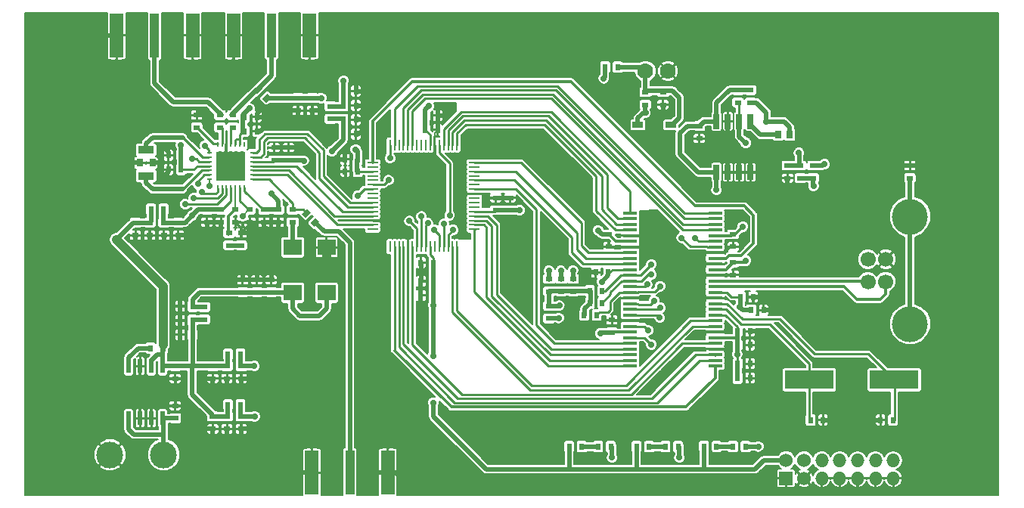
<source format=gtl>
G04 (created by PCBNEW (2013-jul-07)-stable) date Вт. 10 марта 2015 12:09:48*
%MOIN*%
G04 Gerber Fmt 3.4, Leading zero omitted, Abs format*
%FSLAX34Y34*%
G01*
G70*
G90*
G04 APERTURE LIST*
%ADD10C,0.00393701*%
%ADD11R,0.06X0.06*%
%ADD12C,0.06*%
%ADD13O,0.06X0.06*%
%ADD14R,0.2165X0.0819*%
%ADD15R,0.0472X0.0276*%
%ADD16C,0.07*%
%ADD17R,0.025X0.065*%
%ADD18R,0.0275X0.0354*%
%ADD19R,0.0314961X0.0354331*%
%ADD20R,0.0708661X0.0354331*%
%ADD21C,0.11811*%
%ADD22R,0.023622X0.00984252*%
%ADD23R,0.00984252X0.023622*%
%ADD24R,0.127953X0.127953*%
%ADD25R,0.023622X0.0314961*%
%ADD26R,0.0314961X0.023622*%
%ADD27R,0.00984252X0.0472441*%
%ADD28R,0.0472441X0.00984252*%
%ADD29R,0.0629921X0.0137795*%
%ADD30R,0.019685X0.0629921*%
%ADD31C,0.0669291*%
%ADD32C,0.15748*%
%ADD33R,0.0787402X0.0708661*%
%ADD34C,0.19685*%
%ADD35R,0.0590551X0.19685*%
%ADD36R,0.0393701X0.19685*%
%ADD37C,0.0275591*%
%ADD38C,0.0098*%
%ADD39C,0.0197*%
%ADD40C,0.00984252*%
%ADD41C,0.011811*%
%ADD42C,0.00787402*%
%ADD43C,0.019685*%
%ADD44C,0.0393701*%
%ADD45C,0.0122*%
G04 APERTURE END LIST*
G54D10*
G54D11*
X69170Y-42372D03*
G54D12*
X69170Y-41585D03*
X69957Y-42372D03*
X69957Y-41585D03*
G54D13*
X70745Y-42372D03*
X70745Y-41585D03*
X71532Y-42372D03*
X71532Y-41585D03*
X72320Y-42372D03*
X72320Y-41585D03*
X73107Y-42372D03*
X73107Y-41585D03*
X73894Y-42372D03*
X73894Y-41585D03*
G54D14*
X70195Y-38031D03*
X73935Y-38031D03*
G54D15*
X64094Y-26791D03*
X62638Y-26791D03*
G54D16*
X62970Y-24415D03*
X63970Y-24415D03*
G54D17*
X66105Y-28885D03*
X66605Y-28885D03*
X67105Y-28885D03*
X67605Y-28885D03*
X67605Y-26635D03*
X67105Y-26635D03*
X66605Y-26635D03*
X66105Y-26635D03*
G54D18*
X68825Y-27225D03*
X69335Y-27225D03*
G54D19*
X40688Y-28464D03*
G54D20*
X40964Y-29035D03*
X40964Y-27893D03*
G54D19*
X41240Y-28464D03*
G54D21*
X39370Y-41338D03*
X41732Y-41338D03*
G54D22*
X43755Y-28009D03*
X43755Y-28206D03*
X43755Y-28403D03*
X43755Y-28600D03*
X43755Y-28796D03*
X43755Y-28993D03*
X43755Y-29190D03*
G54D23*
X44109Y-29544D03*
X44306Y-29544D03*
X44503Y-29544D03*
X44700Y-29544D03*
X44896Y-29544D03*
X45093Y-29544D03*
X45290Y-29544D03*
G54D22*
X45644Y-29190D03*
X45644Y-28993D03*
X45644Y-28796D03*
X45644Y-28600D03*
X45644Y-28403D03*
X45644Y-28206D03*
X45644Y-28009D03*
G54D23*
X45290Y-27655D03*
X45093Y-27655D03*
X44896Y-27655D03*
X44700Y-27655D03*
X44503Y-27655D03*
X44306Y-27655D03*
X44109Y-27655D03*
G54D24*
X44700Y-28600D03*
G54D25*
X43011Y-36043D03*
X42460Y-36043D03*
G54D26*
X70367Y-28586D03*
X70367Y-29137D03*
X69802Y-28586D03*
X69802Y-29137D03*
X69232Y-28586D03*
X69232Y-29137D03*
X74625Y-29133D03*
X74625Y-28582D03*
G54D25*
X73880Y-39801D03*
X73329Y-39801D03*
X70249Y-39801D03*
X70800Y-39801D03*
G54D26*
X67040Y-25805D03*
X67040Y-25254D03*
X67605Y-25805D03*
X67605Y-25254D03*
X65345Y-26839D03*
X65345Y-27390D03*
X62970Y-25349D03*
X62970Y-25900D03*
X63745Y-25349D03*
X63745Y-25900D03*
G54D25*
X61194Y-24240D03*
X61745Y-24240D03*
G54D26*
X66830Y-31614D03*
X66830Y-32165D03*
X66830Y-32854D03*
X66830Y-33405D03*
G54D25*
X67169Y-34385D03*
X67720Y-34385D03*
X67629Y-34960D03*
X68180Y-34960D03*
X67027Y-35885D03*
X67578Y-35885D03*
X67027Y-36496D03*
X67578Y-36496D03*
X67027Y-37322D03*
X67578Y-37322D03*
X67380Y-40970D03*
X66829Y-40970D03*
X66100Y-40970D03*
X65549Y-40970D03*
X64410Y-40975D03*
X63859Y-40975D03*
X63130Y-40975D03*
X62579Y-40975D03*
X61440Y-40975D03*
X60889Y-40975D03*
X60160Y-40975D03*
X59609Y-40975D03*
G54D26*
X61496Y-35944D03*
X61496Y-35393D03*
G54D25*
X61335Y-33290D03*
X60784Y-33290D03*
G54D26*
X61358Y-31614D03*
X61358Y-32165D03*
G54D25*
X41712Y-36633D03*
X41161Y-36633D03*
X43011Y-34783D03*
X42460Y-34783D03*
G54D26*
X41751Y-31102D03*
X41751Y-31653D03*
X43897Y-37421D03*
X43897Y-37972D03*
X43897Y-39645D03*
X43897Y-40196D03*
X40492Y-31102D03*
X40492Y-31653D03*
G54D25*
X49655Y-25305D03*
X50206Y-25305D03*
G54D26*
X44527Y-37421D03*
X44527Y-37972D03*
G54D25*
X44566Y-36909D03*
X45118Y-36909D03*
G54D26*
X45157Y-37421D03*
X45157Y-37972D03*
X44527Y-39645D03*
X44527Y-40196D03*
G54D25*
X44566Y-39133D03*
X45118Y-39133D03*
G54D26*
X45157Y-39645D03*
X45157Y-40196D03*
X41122Y-31102D03*
X41122Y-31653D03*
G54D25*
X41181Y-30511D03*
X41732Y-30511D03*
X49655Y-25935D03*
X50206Y-25935D03*
G54D26*
X49084Y-25974D03*
X49084Y-26525D03*
G54D25*
X49655Y-26564D03*
X50206Y-26564D03*
X43011Y-35413D03*
X42460Y-35413D03*
G54D26*
X42244Y-37421D03*
X42244Y-37972D03*
X43523Y-35374D03*
X43523Y-34822D03*
G54D10*
G36*
X48598Y-31052D02*
X48375Y-31275D01*
X48208Y-31108D01*
X48431Y-30885D01*
X48598Y-31052D01*
X48598Y-31052D01*
G37*
G36*
X48208Y-30663D02*
X47985Y-30885D01*
X47818Y-30718D01*
X48041Y-30496D01*
X48208Y-30663D01*
X48208Y-30663D01*
G37*
G54D26*
X56377Y-30551D03*
X56377Y-30000D03*
X42244Y-39724D03*
X42244Y-39173D03*
G54D25*
X67027Y-37952D03*
X67578Y-37952D03*
X60820Y-35175D03*
X60269Y-35175D03*
X61070Y-34645D03*
X60519Y-34645D03*
X61070Y-34115D03*
X60519Y-34115D03*
G54D26*
X58715Y-35325D03*
X58715Y-34774D03*
X58715Y-33584D03*
X58715Y-34135D03*
X59245Y-33584D03*
X59245Y-34135D03*
X59775Y-33584D03*
X59775Y-34135D03*
X57007Y-30551D03*
X57007Y-30000D03*
G54D25*
X53622Y-32874D03*
X53070Y-32874D03*
X53622Y-33681D03*
X53070Y-33681D03*
X53622Y-34311D03*
X53070Y-34311D03*
X53267Y-26377D03*
X53818Y-26377D03*
X53267Y-27007D03*
X53818Y-27007D03*
X50285Y-28840D03*
X49734Y-28840D03*
X50285Y-28310D03*
X49734Y-28310D03*
X49655Y-27194D03*
X50206Y-27194D03*
G54D26*
X48287Y-25610D03*
X48287Y-26161D03*
X47657Y-25610D03*
X47657Y-26161D03*
X46476Y-34173D03*
X46476Y-33622D03*
X45846Y-34173D03*
X45846Y-33622D03*
X45216Y-34173D03*
X45216Y-33622D03*
X47421Y-31082D03*
X47421Y-30531D03*
X42381Y-31102D03*
X42381Y-31653D03*
X44901Y-30531D03*
X44901Y-31082D03*
X44606Y-31555D03*
X44606Y-32106D03*
X45157Y-32106D03*
X45157Y-31555D03*
X43641Y-30531D03*
X43641Y-31082D03*
X45531Y-30531D03*
X45531Y-31082D03*
X44271Y-30531D03*
X44271Y-31082D03*
X46791Y-30531D03*
X46791Y-31082D03*
X46161Y-30531D03*
X46161Y-31082D03*
X46614Y-28346D03*
X46614Y-27795D03*
X47244Y-28346D03*
X47244Y-27795D03*
G54D25*
X42500Y-28759D03*
X41948Y-28759D03*
X42500Y-28129D03*
X41948Y-28129D03*
G54D26*
X43195Y-26905D03*
X43195Y-26354D03*
X44212Y-26909D03*
X44212Y-26358D03*
X44783Y-26909D03*
X44783Y-26358D03*
G54D25*
X45295Y-27066D03*
X45846Y-27066D03*
X45295Y-26437D03*
X45846Y-26437D03*
G54D27*
X51713Y-27675D03*
X51910Y-27675D03*
X52107Y-27675D03*
X52304Y-27675D03*
X52501Y-27675D03*
X52697Y-27675D03*
X52894Y-27675D03*
X53091Y-27675D03*
X53288Y-27675D03*
X53485Y-27675D03*
X53682Y-27675D03*
X53878Y-27675D03*
X54075Y-27675D03*
X54272Y-27675D03*
X54469Y-27675D03*
X54666Y-27675D03*
G54D28*
X55434Y-31396D03*
X55434Y-31199D03*
X55434Y-31002D03*
X55434Y-30805D03*
X55434Y-30608D03*
X55434Y-30412D03*
X55434Y-30215D03*
X55434Y-30018D03*
X55434Y-29821D03*
X55434Y-29624D03*
X55434Y-29427D03*
X55434Y-29231D03*
X55434Y-29034D03*
X55434Y-28837D03*
X55434Y-28640D03*
X55434Y-28443D03*
G54D27*
X54666Y-32164D03*
X54469Y-32164D03*
X54272Y-32164D03*
X54075Y-32164D03*
X53878Y-32164D03*
X53682Y-32164D03*
X53485Y-32164D03*
X53288Y-32164D03*
X53091Y-32164D03*
X52894Y-32164D03*
X52697Y-32164D03*
X52501Y-32164D03*
X52304Y-32164D03*
X52107Y-32164D03*
X51910Y-32164D03*
X51713Y-32164D03*
G54D28*
X50945Y-28443D03*
X50945Y-28640D03*
X50945Y-28837D03*
X50945Y-29034D03*
X50945Y-29231D03*
X50945Y-29427D03*
X50945Y-29624D03*
X50945Y-29821D03*
X50945Y-30018D03*
X50945Y-30215D03*
X50945Y-30412D03*
X50945Y-30608D03*
X50945Y-30805D03*
X50945Y-31002D03*
X50945Y-31199D03*
X50945Y-31396D03*
G54D10*
G36*
X45692Y-25246D02*
X45915Y-25023D01*
X46082Y-25190D01*
X45859Y-25413D01*
X45692Y-25246D01*
X45692Y-25246D01*
G37*
G36*
X46082Y-25636D02*
X46305Y-25413D01*
X46472Y-25580D01*
X46249Y-25803D01*
X46082Y-25636D01*
X46082Y-25636D01*
G37*
G54D29*
X66040Y-37425D03*
X66040Y-37175D03*
X66040Y-36925D03*
X66040Y-36675D03*
X66040Y-36425D03*
X66040Y-36175D03*
X66040Y-35925D03*
X66040Y-35675D03*
X66040Y-35425D03*
X66040Y-35175D03*
X66040Y-34925D03*
X66040Y-34675D03*
X66040Y-34425D03*
X66040Y-34175D03*
X66040Y-33925D03*
X66040Y-33675D03*
X66040Y-33425D03*
X66040Y-33175D03*
X66040Y-32925D03*
X66040Y-32675D03*
X66040Y-32425D03*
X66040Y-32175D03*
X66040Y-31925D03*
X66040Y-31675D03*
X66040Y-31425D03*
X66040Y-31175D03*
X66040Y-30925D03*
X66040Y-30675D03*
X62290Y-30675D03*
X62290Y-30925D03*
X62290Y-31175D03*
X62290Y-31425D03*
X62290Y-31675D03*
X62290Y-31925D03*
X62290Y-32175D03*
X62290Y-32425D03*
X62290Y-32675D03*
X62290Y-32925D03*
X62290Y-33175D03*
X62290Y-33425D03*
X62290Y-33675D03*
X62290Y-33925D03*
X62290Y-34175D03*
X62290Y-34425D03*
X62290Y-34675D03*
X62290Y-34925D03*
X62290Y-35175D03*
X62290Y-35425D03*
X62290Y-35675D03*
X62290Y-35925D03*
X62290Y-36175D03*
X62290Y-36425D03*
X62290Y-36675D03*
X62290Y-36925D03*
X62290Y-37175D03*
X62290Y-37425D03*
G54D30*
X41694Y-39732D03*
X41194Y-39732D03*
X40694Y-39732D03*
X40194Y-39732D03*
X40194Y-37432D03*
X40694Y-37432D03*
X41194Y-37432D03*
X41694Y-37432D03*
G54D31*
X72775Y-33700D03*
X72775Y-32716D03*
X73562Y-33700D03*
X73562Y-32716D03*
G54D32*
X74629Y-35578D03*
X74629Y-30838D03*
G54D33*
X47419Y-34188D03*
X47419Y-32188D03*
X48919Y-32188D03*
X48919Y-34188D03*
G54D34*
X76771Y-23622D03*
X76771Y-41338D03*
X37401Y-41338D03*
X37401Y-23622D03*
G54D35*
X51614Y-42125D03*
X48267Y-42125D03*
G54D36*
X49940Y-42125D03*
G54D35*
X39665Y-22834D03*
X43011Y-22834D03*
G54D36*
X41338Y-22834D03*
G54D35*
X44822Y-22834D03*
X48169Y-22834D03*
G54D36*
X46496Y-22834D03*
G54D37*
X43545Y-27700D03*
X51650Y-29230D03*
X64470Y-41465D03*
X53095Y-30830D03*
X51715Y-28255D03*
X61135Y-24740D03*
X50275Y-29921D03*
X43248Y-29389D03*
X53380Y-31125D03*
X67950Y-40970D03*
X64570Y-31770D03*
X67390Y-27585D03*
X63235Y-32935D03*
X43065Y-30015D03*
X65160Y-31770D03*
X68300Y-26635D03*
X63235Y-33390D03*
X43415Y-29745D03*
X54490Y-31425D03*
X53660Y-31425D03*
X54340Y-30775D03*
X54075Y-31165D03*
X45531Y-26062D03*
X42500Y-27696D03*
X43001Y-30777D03*
X45216Y-30807D03*
X43759Y-29488D03*
X49153Y-27952D03*
X47913Y-28366D03*
X46476Y-29822D03*
X50196Y-27874D03*
X53622Y-39035D03*
X53622Y-36968D03*
X62972Y-26259D03*
X45728Y-37421D03*
X53425Y-25964D03*
X53622Y-34744D03*
X57421Y-30551D03*
X45748Y-39645D03*
X70374Y-29488D03*
X59173Y-34763D03*
X60885Y-31437D03*
X61062Y-33700D03*
X66102Y-29665D03*
X60984Y-35984D03*
X67010Y-36910D03*
X67110Y-34825D03*
X67263Y-31279D03*
X67401Y-32775D03*
X52565Y-31030D03*
X61500Y-41465D03*
X63620Y-33905D03*
X42690Y-30285D03*
X52755Y-42913D03*
X53149Y-42913D03*
X53543Y-42913D03*
X53937Y-42913D03*
X54330Y-42913D03*
X54724Y-42913D03*
X55118Y-42913D03*
X55511Y-42913D03*
X55905Y-42913D03*
X56299Y-42913D03*
X56692Y-42913D03*
X57086Y-42913D03*
X57480Y-42913D03*
X57874Y-42913D03*
X58267Y-42913D03*
X58661Y-42913D03*
X59055Y-42913D03*
X59448Y-42913D03*
X59842Y-42913D03*
X60236Y-42913D03*
X60629Y-42913D03*
X61023Y-42913D03*
X61417Y-42913D03*
X61811Y-42913D03*
X62204Y-42913D03*
X62598Y-42913D03*
X62992Y-42913D03*
X63385Y-42913D03*
X63779Y-42913D03*
X64173Y-42913D03*
X64566Y-42913D03*
X64960Y-42913D03*
X65354Y-42913D03*
X65748Y-42913D03*
X66141Y-42913D03*
X66535Y-42913D03*
X66929Y-42913D03*
X67322Y-42913D03*
X67716Y-42913D03*
X68110Y-42913D03*
X68503Y-42913D03*
X49212Y-22047D03*
X49606Y-22047D03*
X50000Y-22047D03*
X50393Y-22047D03*
X50787Y-22047D03*
X51181Y-22047D03*
X51574Y-22047D03*
X51968Y-22047D03*
X52362Y-22047D03*
X52755Y-22047D03*
X53149Y-22047D03*
X53543Y-22047D03*
X53937Y-22047D03*
X54330Y-22047D03*
X54724Y-22047D03*
X55118Y-22047D03*
X55511Y-22047D03*
X55905Y-22047D03*
X56299Y-22047D03*
X56692Y-22047D03*
X57086Y-22047D03*
X57480Y-22047D03*
X57874Y-22047D03*
X58267Y-22047D03*
X58661Y-22047D03*
X59055Y-22047D03*
X59448Y-22047D03*
X59842Y-22047D03*
X60236Y-22047D03*
X60629Y-22047D03*
X61023Y-22047D03*
X61417Y-22047D03*
X61811Y-22047D03*
X62204Y-22047D03*
X62598Y-22047D03*
X62992Y-22047D03*
X63385Y-22047D03*
X63779Y-22047D03*
X64173Y-22047D03*
X64566Y-22047D03*
X64960Y-22047D03*
X65354Y-22047D03*
X65748Y-22047D03*
X66141Y-22047D03*
X66535Y-22047D03*
X66929Y-22047D03*
X67322Y-22047D03*
X67716Y-22047D03*
X68110Y-22047D03*
X68503Y-22047D03*
X68897Y-22047D03*
X69291Y-22047D03*
X69685Y-22047D03*
X70078Y-22047D03*
X70472Y-22047D03*
X70866Y-22047D03*
X71259Y-22047D03*
X71653Y-22047D03*
X72047Y-22047D03*
X72440Y-22047D03*
X72834Y-22047D03*
X73228Y-22047D03*
X73622Y-22047D03*
X74015Y-22047D03*
X74409Y-22047D03*
X74803Y-22047D03*
X75196Y-22047D03*
X75590Y-22047D03*
X75984Y-22047D03*
X76377Y-22047D03*
X76771Y-22047D03*
X77165Y-22047D03*
X77559Y-22047D03*
X77952Y-22047D03*
X78346Y-22047D03*
X78346Y-22440D03*
X78346Y-22834D03*
X78346Y-23228D03*
X78346Y-23622D03*
X78346Y-24015D03*
X78346Y-24409D03*
X78346Y-24803D03*
X78346Y-25196D03*
X78346Y-25590D03*
X78346Y-25984D03*
X78346Y-26377D03*
X78346Y-26771D03*
X78346Y-27165D03*
X78346Y-27559D03*
X78346Y-27952D03*
X78346Y-28346D03*
X78346Y-28740D03*
X78346Y-29133D03*
X78346Y-29527D03*
X78346Y-29921D03*
X78346Y-30314D03*
X78346Y-30708D03*
X78346Y-31102D03*
X78346Y-31496D03*
X78346Y-31889D03*
X78346Y-32283D03*
X78346Y-32677D03*
X78346Y-33070D03*
X78346Y-33464D03*
X78346Y-33858D03*
X78346Y-34251D03*
X78346Y-34645D03*
X78346Y-35039D03*
X78346Y-35433D03*
X78346Y-35826D03*
X78346Y-36220D03*
X78346Y-36614D03*
X78346Y-37007D03*
X78346Y-37401D03*
X78346Y-37795D03*
X78346Y-38188D03*
X78346Y-38582D03*
X78346Y-38976D03*
X78346Y-39370D03*
X78346Y-39763D03*
X78346Y-40157D03*
X78346Y-40944D03*
X78346Y-40551D03*
X78346Y-41338D03*
X78346Y-41732D03*
X78346Y-42125D03*
X78346Y-42519D03*
X78346Y-42913D03*
X77952Y-42913D03*
X77559Y-42913D03*
X77165Y-42913D03*
X76771Y-42913D03*
X76377Y-42913D03*
X75984Y-42913D03*
X75590Y-42913D03*
X75196Y-42913D03*
X74803Y-42913D03*
X74409Y-42913D03*
X74015Y-42913D03*
X73622Y-42913D03*
X73228Y-42913D03*
X72834Y-42913D03*
X72440Y-42913D03*
X72047Y-42913D03*
X71653Y-42913D03*
X71259Y-42913D03*
X70866Y-42913D03*
X70472Y-42913D03*
X70078Y-42913D03*
X69685Y-42913D03*
X69291Y-42913D03*
X68897Y-42913D03*
X54330Y-26033D03*
X73307Y-39311D03*
X70807Y-39311D03*
X60039Y-30511D03*
X60433Y-29921D03*
X60433Y-29133D03*
X59448Y-29133D03*
X59448Y-29921D03*
X63681Y-37874D03*
X63031Y-38543D03*
X56929Y-34251D03*
X56929Y-32952D03*
X57677Y-35039D03*
X57677Y-34251D03*
X57480Y-32677D03*
X57480Y-31889D03*
X53405Y-28326D03*
X69232Y-29527D03*
X42244Y-38740D03*
X42637Y-39173D03*
X41850Y-39173D03*
X43897Y-40610D03*
X44527Y-40610D03*
X45157Y-40610D03*
X45728Y-40196D03*
X43444Y-40196D03*
X43444Y-37972D03*
X45728Y-37972D03*
X45157Y-38385D03*
X44527Y-38385D03*
X43897Y-38385D03*
X43996Y-24409D03*
X44488Y-24409D03*
X42027Y-24409D03*
X42519Y-24409D03*
X43011Y-24409D03*
X43602Y-24409D03*
X46161Y-24409D03*
X45669Y-24409D03*
X45078Y-24409D03*
X44980Y-25295D03*
X42519Y-26279D03*
X44468Y-25295D03*
X44488Y-25925D03*
X42519Y-25295D03*
X43011Y-25295D03*
X43503Y-25295D03*
X43996Y-25295D03*
X42519Y-26771D03*
X41692Y-24350D03*
X40984Y-24350D03*
X41732Y-25925D03*
X41535Y-25728D03*
X41318Y-25511D03*
X48061Y-27913D03*
X48267Y-28799D03*
X46230Y-26437D03*
X48228Y-26771D03*
X47834Y-26771D03*
X47440Y-26771D03*
X47047Y-26574D03*
X46653Y-26377D03*
X44094Y-32283D03*
X43700Y-32283D03*
X43307Y-32283D03*
X43307Y-32677D03*
X43700Y-32677D03*
X44094Y-32677D03*
X44685Y-32677D03*
X45275Y-32677D03*
X45866Y-31889D03*
X46456Y-31889D03*
X46456Y-32283D03*
X45866Y-32283D03*
X45846Y-31377D03*
X46456Y-32677D03*
X45866Y-32677D03*
X43307Y-31889D03*
X43641Y-31417D03*
X44094Y-31889D03*
X43700Y-31889D03*
X40305Y-28740D03*
X40305Y-28464D03*
X40354Y-30511D03*
X40354Y-29724D03*
X40354Y-27362D03*
X40305Y-28188D03*
X41929Y-26771D03*
X41929Y-26181D03*
X41141Y-26181D03*
X41141Y-26771D03*
X40354Y-26771D03*
X51023Y-40944D03*
X47244Y-42913D03*
X46850Y-42913D03*
X46456Y-42913D03*
X46062Y-42913D03*
X45669Y-42913D03*
X45275Y-42913D03*
X44881Y-42913D03*
X44488Y-42913D03*
X44094Y-42913D03*
X43700Y-42913D03*
X43307Y-42913D03*
X42913Y-42913D03*
X42519Y-42913D03*
X42125Y-42913D03*
X41732Y-42913D03*
X41338Y-42913D03*
X40944Y-42913D03*
X40551Y-42913D03*
X40157Y-42913D03*
X39763Y-42913D03*
X39370Y-42913D03*
X38976Y-42913D03*
X38582Y-42913D03*
X38188Y-42913D03*
X37795Y-42913D03*
X37401Y-42913D03*
X37007Y-42913D03*
X36614Y-42913D03*
X36220Y-42913D03*
X35826Y-42913D03*
X35826Y-42519D03*
X35826Y-42125D03*
X35826Y-41732D03*
X35826Y-41338D03*
X35826Y-40944D03*
X35826Y-40551D03*
X35826Y-40157D03*
X35826Y-39763D03*
X35826Y-39370D03*
X35826Y-38976D03*
X35826Y-38582D03*
X35826Y-38188D03*
X35826Y-37795D03*
X35826Y-37401D03*
X35826Y-37007D03*
X35826Y-36614D03*
X35826Y-36220D03*
X35826Y-35826D03*
X35826Y-35433D03*
X35826Y-35039D03*
X35826Y-34645D03*
X35826Y-34251D03*
X35826Y-33858D03*
X35826Y-33464D03*
X35826Y-33070D03*
X35826Y-32677D03*
X35826Y-32283D03*
X35826Y-31889D03*
X35826Y-31496D03*
X35826Y-31102D03*
X35826Y-30708D03*
X35826Y-30314D03*
X35826Y-29921D03*
X35826Y-29527D03*
X35826Y-29133D03*
X35826Y-28740D03*
X35826Y-28346D03*
X35826Y-27952D03*
X35826Y-27559D03*
X35826Y-27165D03*
X35826Y-26771D03*
X35826Y-26377D03*
X35826Y-25984D03*
X35826Y-25590D03*
X35826Y-25196D03*
X35826Y-24803D03*
X35826Y-24409D03*
X35826Y-24015D03*
X35826Y-23622D03*
X35826Y-23228D03*
X35826Y-22834D03*
X35826Y-22440D03*
X35826Y-22047D03*
X36220Y-22047D03*
X36614Y-22047D03*
X37007Y-22047D03*
X37401Y-22047D03*
X37795Y-22047D03*
X38188Y-22047D03*
X38582Y-22047D03*
X44207Y-28855D03*
X44444Y-28855D03*
X44700Y-28855D03*
X44936Y-28855D03*
X45172Y-28855D03*
X45172Y-28088D03*
X44936Y-28088D03*
X44700Y-28088D03*
X44444Y-28088D03*
X44207Y-28088D03*
X44207Y-28344D03*
X44444Y-28344D03*
X44444Y-28600D03*
X44207Y-28600D03*
X44700Y-28344D03*
X44936Y-28344D03*
X45172Y-28344D03*
X45172Y-28600D03*
X44936Y-28600D03*
X44700Y-28600D03*
X61811Y-35425D03*
X63090Y-35452D03*
X62854Y-31673D03*
X62854Y-32185D03*
X75039Y-28582D03*
X74212Y-28582D03*
X67519Y-28129D03*
X67125Y-28129D03*
X66614Y-28129D03*
X66535Y-27303D03*
X63740Y-26299D03*
X65472Y-32440D03*
X65472Y-32933D03*
X65472Y-33425D03*
X65472Y-34429D03*
X68622Y-34960D03*
X68110Y-34271D03*
X71161Y-39803D03*
X72992Y-39803D03*
X46476Y-33267D03*
X45846Y-33267D03*
X45216Y-33267D03*
X44842Y-33622D03*
X42460Y-34370D03*
X42165Y-34370D03*
X42165Y-36397D03*
X42460Y-36397D03*
X66594Y-37736D03*
X66633Y-35826D03*
X53149Y-36023D03*
X53149Y-36417D03*
X67913Y-37893D03*
X67913Y-37106D03*
X67913Y-36318D03*
X67913Y-35925D03*
X67913Y-36712D03*
X67913Y-37500D03*
X67913Y-38287D03*
X65236Y-36141D03*
X62913Y-34429D03*
X60393Y-33287D03*
X47578Y-22834D03*
X47578Y-22539D03*
X47578Y-22244D03*
X47578Y-21948D03*
X48759Y-24015D03*
X48759Y-23720D03*
X48759Y-23425D03*
X48759Y-23129D03*
X48759Y-22834D03*
X48759Y-22539D03*
X48759Y-22244D03*
X48759Y-21948D03*
X48464Y-24015D03*
X48169Y-24015D03*
X47874Y-24015D03*
X47578Y-24015D03*
X47578Y-23720D03*
X47578Y-23425D03*
X47578Y-23129D03*
X44192Y-23129D03*
X44192Y-23425D03*
X44192Y-23720D03*
X44192Y-24015D03*
X44488Y-24015D03*
X44783Y-24015D03*
X45078Y-24015D03*
X45374Y-21948D03*
X45374Y-22244D03*
X45374Y-22539D03*
X45374Y-22834D03*
X45374Y-23129D03*
X45374Y-23425D03*
X45374Y-23720D03*
X45374Y-24015D03*
X44192Y-21948D03*
X44192Y-22244D03*
X44192Y-22539D03*
X44192Y-22834D03*
X43602Y-21948D03*
X43602Y-22244D03*
X43602Y-22539D03*
X43602Y-22834D03*
X43602Y-23129D03*
X43602Y-23425D03*
X43602Y-23720D03*
X43602Y-24015D03*
X43307Y-24015D03*
X43011Y-24015D03*
X42716Y-24015D03*
X42421Y-24015D03*
X42421Y-23720D03*
X42421Y-23425D03*
X42421Y-23129D03*
X42421Y-21948D03*
X42421Y-22244D03*
X42421Y-22539D03*
X42421Y-22834D03*
X39074Y-23129D03*
X39074Y-23425D03*
X39074Y-23720D03*
X39074Y-24015D03*
X40255Y-21948D03*
X40255Y-22244D03*
X40255Y-22539D03*
X40255Y-22834D03*
X40255Y-23129D03*
X40255Y-23425D03*
X40255Y-23720D03*
X40255Y-24015D03*
X39960Y-24015D03*
X39665Y-24015D03*
X39370Y-24015D03*
X39074Y-21948D03*
X39074Y-22244D03*
X39074Y-22539D03*
X39074Y-22834D03*
X47677Y-43011D03*
X47677Y-42716D03*
X47677Y-42421D03*
X51023Y-43011D03*
X51023Y-42716D03*
X51023Y-42421D03*
X51318Y-40944D03*
X51614Y-40944D03*
X51909Y-40944D03*
X52204Y-40944D03*
X51023Y-41240D03*
X51023Y-41535D03*
X51023Y-41830D03*
X51023Y-42125D03*
X52204Y-41240D03*
X52204Y-43011D03*
X52204Y-42716D03*
X52204Y-42421D03*
X52204Y-42125D03*
X52204Y-41830D03*
X52204Y-41535D03*
X47677Y-41535D03*
X47677Y-41240D03*
X47677Y-40944D03*
X47972Y-40944D03*
X48267Y-40944D03*
X48562Y-40944D03*
X48858Y-40944D03*
X47677Y-41830D03*
X47677Y-42125D03*
X48858Y-43011D03*
X48858Y-42716D03*
X48858Y-42421D03*
X48858Y-42125D03*
X48858Y-41830D03*
X48858Y-41535D03*
X48858Y-41240D03*
X49606Y-32677D03*
X49212Y-32874D03*
X49606Y-32283D03*
X48228Y-32283D03*
X48425Y-32874D03*
X48818Y-32874D03*
X48228Y-32677D03*
X48228Y-31889D03*
X49724Y-27874D03*
X49350Y-28307D03*
X51535Y-31003D03*
X52500Y-31653D03*
X53051Y-34015D03*
X54763Y-29822D03*
X54173Y-26377D03*
X53937Y-25964D03*
X42637Y-37972D03*
X41850Y-37972D03*
X42244Y-38405D03*
X40688Y-38110D03*
X41181Y-39055D03*
X40688Y-39055D03*
X44153Y-31417D03*
X43897Y-31417D03*
X50610Y-25925D03*
X50610Y-25629D03*
X50610Y-26555D03*
X50610Y-26240D03*
X50610Y-26929D03*
X50610Y-25295D03*
X50196Y-24842D03*
X48681Y-26161D03*
X48287Y-26476D03*
X47244Y-26161D03*
X47657Y-26476D03*
X43444Y-26122D03*
X43582Y-26358D03*
X41692Y-29094D03*
X41751Y-27775D03*
X41555Y-28740D03*
X41555Y-28464D03*
X41555Y-28188D03*
X46062Y-26082D03*
X46240Y-26811D03*
X46929Y-27785D03*
X47706Y-27795D03*
X46505Y-31397D03*
X46791Y-31397D03*
X46240Y-31397D03*
X45511Y-31555D03*
X43188Y-31417D03*
X42736Y-31653D03*
X42381Y-32007D03*
X41751Y-32007D03*
X41122Y-32007D03*
X40492Y-32007D03*
X49345Y-28840D03*
X49755Y-29275D03*
X53095Y-33275D03*
X42972Y-28287D03*
X48681Y-25610D03*
X70860Y-28525D03*
X63230Y-36475D03*
X63085Y-35850D03*
X69735Y-28020D03*
X59150Y-35305D03*
X63605Y-35295D03*
X39645Y-31850D03*
X49665Y-24842D03*
X63350Y-34545D03*
X59245Y-33220D03*
X58715Y-33220D03*
X63625Y-34855D03*
X59775Y-33210D03*
X63045Y-33825D03*
G54D38*
X43716Y-27871D02*
X43545Y-27700D01*
X51452Y-29428D02*
X51650Y-29230D01*
X50946Y-29428D02*
X51452Y-29428D01*
X43716Y-28009D02*
X43716Y-27871D01*
G54D39*
X53092Y-30833D02*
X53095Y-30830D01*
X64469Y-40975D02*
X64469Y-41464D01*
X64469Y-41464D02*
X64470Y-41465D01*
G54D38*
X53092Y-30833D02*
X53092Y-32164D01*
G54D40*
X52697Y-32164D02*
X52697Y-36477D01*
X64598Y-36425D02*
X66040Y-36425D01*
X62342Y-38681D02*
X64598Y-36425D01*
X54901Y-38681D02*
X62342Y-38681D01*
X52697Y-36477D02*
X54901Y-38681D01*
G54D38*
X66040Y-36425D02*
X66005Y-36390D01*
G54D40*
X45644Y-28993D02*
X47182Y-28993D01*
X49388Y-31199D02*
X50945Y-31199D01*
X47182Y-28993D02*
X49388Y-31199D01*
G54D39*
X61175Y-24699D02*
X61135Y-24740D01*
X51714Y-28254D02*
X51715Y-28255D01*
X61175Y-24699D02*
X61175Y-24240D01*
G54D38*
X51714Y-27676D02*
X51714Y-28254D01*
G54D40*
X66040Y-31425D02*
X64613Y-31425D01*
X52697Y-26180D02*
X52697Y-27675D01*
X53248Y-25629D02*
X52697Y-26180D01*
X58818Y-25629D02*
X53248Y-25629D01*
X64613Y-31425D02*
X58818Y-25629D01*
X52501Y-27675D02*
X52501Y-26121D01*
X64619Y-31175D02*
X66040Y-31175D01*
X58897Y-25452D02*
X64619Y-31175D01*
X53169Y-25452D02*
X58897Y-25452D01*
X52501Y-26121D02*
X53169Y-25452D01*
X62300Y-36925D02*
X58775Y-36925D01*
X55943Y-31002D02*
X55434Y-31002D01*
X56200Y-31259D02*
X55943Y-31002D01*
X56200Y-34350D02*
X56200Y-31259D01*
X58775Y-36925D02*
X56200Y-34350D01*
X55434Y-31199D02*
X55845Y-31199D01*
X58744Y-37175D02*
X62300Y-37175D01*
X55964Y-34395D02*
X58744Y-37175D01*
X55964Y-31318D02*
X55964Y-34395D01*
X55845Y-31199D02*
X55964Y-31318D01*
X62300Y-37425D02*
X58704Y-37425D01*
X55434Y-34154D02*
X55434Y-31396D01*
X58704Y-37425D02*
X55434Y-34154D01*
G54D38*
X55434Y-31396D02*
X55476Y-31396D01*
G54D41*
X66040Y-37425D02*
X66040Y-37956D01*
G54D40*
X51910Y-36733D02*
X51910Y-32164D01*
G54D41*
X54409Y-39232D02*
X51910Y-36733D01*
X64763Y-39232D02*
X54409Y-39232D01*
X66040Y-37956D02*
X64763Y-39232D01*
G54D40*
X52107Y-32164D02*
X52107Y-36595D01*
X65344Y-37175D02*
X66040Y-37175D01*
X63484Y-39035D02*
X65344Y-37175D01*
X54547Y-39035D02*
X63484Y-39035D01*
X52107Y-36595D02*
X54547Y-39035D01*
X66040Y-36925D02*
X65181Y-36925D01*
X52304Y-36457D02*
X52304Y-32164D01*
X54704Y-38858D02*
X52304Y-36457D01*
X63248Y-38858D02*
X54704Y-38858D01*
X65181Y-36925D02*
X63248Y-38858D01*
G54D38*
X66040Y-36925D02*
X66015Y-36950D01*
G54D40*
X66040Y-30925D02*
X64684Y-30925D01*
X52304Y-26042D02*
X52304Y-27675D01*
X53090Y-25255D02*
X52304Y-26042D01*
X59015Y-25255D02*
X53090Y-25255D01*
X64684Y-30925D02*
X59015Y-25255D01*
X51910Y-27675D02*
X51910Y-26081D01*
X64690Y-30675D02*
X66040Y-30675D01*
X59094Y-25078D02*
X64690Y-30675D01*
X52913Y-25078D02*
X59094Y-25078D01*
X51910Y-26081D02*
X52913Y-25078D01*
G54D38*
X54840Y-26215D02*
X56676Y-26215D01*
X54075Y-27676D02*
X54075Y-26980D01*
X54075Y-26980D02*
X54840Y-26215D01*
X56676Y-26215D02*
X56676Y-26214D01*
X62300Y-30675D02*
X62300Y-29705D01*
X62300Y-29705D02*
X58809Y-26214D01*
X58809Y-26214D02*
X56676Y-26214D01*
G54D40*
X62300Y-30925D02*
X61771Y-30925D01*
X54272Y-27032D02*
X54272Y-27675D01*
X54907Y-26397D02*
X54272Y-27032D01*
X58700Y-26397D02*
X54907Y-26397D01*
X61279Y-28976D02*
X58700Y-26397D01*
X61279Y-30433D02*
X61279Y-28976D01*
X61771Y-30925D02*
X61279Y-30433D01*
X54469Y-27675D02*
X54469Y-27105D01*
X61686Y-31175D02*
X62300Y-31175D01*
X61043Y-30531D02*
X61686Y-31175D01*
X61043Y-29055D02*
X61043Y-30531D01*
X58582Y-26594D02*
X61043Y-29055D01*
X54980Y-26594D02*
X58582Y-26594D01*
X54469Y-27105D02*
X54980Y-26594D01*
X62300Y-31425D02*
X61641Y-31425D01*
X54666Y-27164D02*
X54666Y-27675D01*
X55039Y-26791D02*
X54666Y-27164D01*
X58523Y-26791D02*
X55039Y-26791D01*
X60787Y-29055D02*
X58523Y-26791D01*
X60787Y-30570D02*
X60787Y-29055D01*
X61641Y-31425D02*
X60787Y-30570D01*
X55434Y-29624D02*
X57262Y-29624D01*
X58964Y-36425D02*
X62300Y-36425D01*
X58169Y-35629D02*
X58964Y-36425D01*
X58169Y-30531D02*
X58169Y-35629D01*
X57262Y-29624D02*
X58169Y-30531D01*
X55434Y-30805D02*
X56022Y-30805D01*
X58824Y-36675D02*
X62300Y-36675D01*
X56417Y-34267D02*
X58824Y-36675D01*
X56417Y-31200D02*
X56417Y-34267D01*
X56022Y-30805D02*
X56417Y-31200D01*
X55434Y-28443D02*
X57479Y-28443D01*
X60456Y-32425D02*
X62300Y-32425D01*
X60157Y-32125D02*
X60456Y-32425D01*
X60157Y-31122D02*
X60157Y-32125D01*
X57479Y-28443D02*
X60157Y-31122D01*
X55434Y-28837D02*
X57262Y-28837D01*
X60352Y-32675D02*
X62300Y-32675D01*
X59960Y-32283D02*
X60352Y-32675D01*
X59960Y-31535D02*
X59960Y-32283D01*
X57262Y-28837D02*
X59960Y-31535D01*
X62300Y-32925D02*
X60228Y-32925D01*
X57203Y-29231D02*
X55434Y-29231D01*
X59724Y-31751D02*
X57203Y-29231D01*
X59724Y-32421D02*
X59724Y-31751D01*
X60228Y-32925D02*
X59724Y-32421D01*
X45644Y-28206D02*
X46006Y-28206D01*
X49860Y-30412D02*
X50945Y-30412D01*
X48602Y-29153D02*
X49860Y-30412D01*
X48602Y-28011D02*
X48602Y-29153D01*
X47952Y-27362D02*
X48602Y-28011D01*
X46318Y-27362D02*
X47952Y-27362D01*
X46161Y-27519D02*
X46318Y-27362D01*
X46161Y-28051D02*
X46161Y-27519D01*
X46006Y-28206D02*
X46161Y-28051D01*
X45644Y-28009D02*
X45829Y-28009D01*
X49939Y-30215D02*
X50926Y-30215D01*
X48779Y-29055D02*
X49939Y-30215D01*
X48779Y-27893D02*
X48779Y-29055D01*
X48070Y-27185D02*
X48779Y-27893D01*
X46200Y-27185D02*
X48070Y-27185D01*
X45944Y-27440D02*
X46200Y-27185D01*
X45944Y-27893D02*
X45944Y-27440D01*
X45829Y-28009D02*
X45944Y-27893D01*
G54D41*
X66040Y-32675D02*
X66537Y-32675D01*
X50945Y-26632D02*
X50945Y-28443D01*
X52696Y-24881D02*
X50945Y-26632D01*
X59685Y-24881D02*
X52696Y-24881D01*
X65157Y-30354D02*
X59685Y-24881D01*
X67322Y-30354D02*
X65157Y-30354D01*
X67736Y-30767D02*
X67322Y-30354D01*
X67736Y-32007D02*
X67736Y-30767D01*
X67185Y-32559D02*
X67736Y-32007D01*
X66653Y-32559D02*
X67185Y-32559D01*
X66537Y-32675D02*
X66653Y-32559D01*
G54D40*
X50275Y-29921D02*
X50295Y-29921D01*
X43755Y-28993D02*
X43525Y-28993D01*
X43248Y-29271D02*
X43248Y-29389D01*
X43525Y-28993D02*
X43248Y-29271D01*
X50591Y-29624D02*
X50945Y-29624D01*
X50295Y-29921D02*
X50591Y-29624D01*
G54D38*
X53288Y-31217D02*
X53380Y-31125D01*
G54D39*
X67439Y-40970D02*
X67950Y-40970D01*
G54D38*
X53288Y-31217D02*
X53288Y-32164D01*
G54D40*
X45644Y-28600D02*
X47596Y-28600D01*
X50944Y-30610D02*
X50945Y-30608D01*
X49606Y-30610D02*
X50944Y-30610D01*
X47596Y-28600D02*
X49606Y-30610D01*
X45644Y-28796D02*
X47261Y-28796D01*
X49270Y-30805D02*
X50945Y-30805D01*
X47261Y-28796D02*
X49270Y-30805D01*
X48013Y-30690D02*
X48013Y-30671D01*
X47874Y-30531D02*
X47421Y-30531D01*
X48013Y-30671D02*
X47874Y-30531D01*
X45644Y-29190D02*
X46375Y-29190D01*
X46375Y-29190D02*
X47421Y-30236D01*
X47421Y-30236D02*
X47421Y-30531D01*
G54D39*
X67105Y-27300D02*
X67105Y-26635D01*
G54D38*
X65685Y-32155D02*
X64955Y-32155D01*
X66040Y-32175D02*
X65705Y-32175D01*
X67105Y-26635D02*
X67105Y-25929D01*
X67105Y-25929D02*
X67040Y-25864D01*
X65705Y-32175D02*
X65685Y-32155D01*
G54D39*
X67105Y-27300D02*
X67390Y-27585D01*
G54D38*
X64955Y-32155D02*
X64570Y-31770D01*
G54D42*
X44306Y-29814D02*
X44306Y-29818D01*
G54D40*
X44306Y-29818D02*
X44109Y-30015D01*
X44109Y-30015D02*
X43065Y-30015D01*
G54D38*
X62745Y-33425D02*
X63235Y-32935D01*
X44306Y-29814D02*
X44306Y-29584D01*
X62300Y-33425D02*
X62745Y-33425D01*
X61890Y-33425D02*
X61200Y-34115D01*
X61200Y-34115D02*
X61050Y-34115D01*
X62300Y-33425D02*
X61890Y-33425D01*
X65315Y-31925D02*
X66040Y-31925D01*
G54D39*
X69075Y-26635D02*
X68300Y-26635D01*
X67545Y-25804D02*
X67864Y-25804D01*
X68300Y-26240D02*
X68300Y-26635D01*
X69335Y-26895D02*
X69075Y-26635D01*
G54D38*
X65315Y-31925D02*
X65160Y-31770D01*
G54D39*
X67864Y-25804D02*
X68300Y-26240D01*
X69335Y-27225D02*
X69335Y-26895D01*
G54D40*
X44109Y-29584D02*
X44109Y-29749D01*
X44109Y-29749D02*
X44035Y-29822D01*
X44035Y-29822D02*
X43492Y-29822D01*
G54D42*
X43492Y-29822D02*
X43415Y-29745D01*
G54D38*
X63080Y-33390D02*
X63235Y-33390D01*
X62795Y-33675D02*
X62300Y-33675D01*
X62795Y-33675D02*
X63080Y-33390D01*
X62300Y-33675D02*
X61915Y-33675D01*
X61435Y-34155D02*
X61435Y-34260D01*
X61435Y-34260D02*
X61050Y-34645D01*
X61915Y-33675D02*
X61435Y-34155D01*
G54D40*
X66040Y-35675D02*
X65044Y-35675D01*
X54469Y-35060D02*
X54469Y-32164D01*
X57903Y-38494D02*
X54469Y-35060D01*
X62225Y-38494D02*
X57903Y-38494D01*
X65044Y-35675D02*
X62225Y-38494D01*
X54666Y-32164D02*
X54666Y-34981D01*
X64968Y-35425D02*
X66040Y-35425D01*
X62125Y-38267D02*
X64968Y-35425D01*
X57952Y-38267D02*
X62125Y-38267D01*
X54666Y-34981D02*
X57952Y-38267D01*
G54D38*
X54272Y-31643D02*
X54490Y-31425D01*
X54272Y-31643D02*
X54272Y-32164D01*
X53878Y-31643D02*
X53660Y-31425D01*
X53878Y-31643D02*
X53878Y-32164D01*
X53878Y-28023D02*
X54340Y-28485D01*
X54340Y-28485D02*
X54340Y-30775D01*
X53878Y-28023D02*
X53878Y-27676D01*
X54075Y-31165D02*
X54075Y-32164D01*
G54D43*
X45236Y-26358D02*
X45531Y-26062D01*
X45236Y-27066D02*
X45236Y-26437D01*
G54D40*
X45093Y-27209D02*
X45236Y-27066D01*
X45093Y-27401D02*
X45093Y-27209D01*
G54D43*
X45236Y-26358D02*
X45236Y-26437D01*
G54D40*
X44896Y-27655D02*
X44896Y-27465D01*
X44960Y-27401D02*
X45093Y-27401D01*
X44896Y-27465D02*
X44960Y-27401D01*
X45093Y-27655D02*
X45093Y-27401D01*
G54D43*
X42500Y-27696D02*
X42500Y-28129D01*
G54D42*
X45492Y-30531D02*
X45216Y-30807D01*
G54D43*
X42381Y-31102D02*
X42677Y-31102D01*
X42677Y-31102D02*
X43001Y-30777D01*
X43248Y-30531D02*
X43641Y-30531D01*
X43001Y-30777D02*
X43248Y-30531D01*
X41751Y-31102D02*
X42381Y-31102D01*
X41732Y-30511D02*
X41732Y-31082D01*
X41732Y-31082D02*
X41751Y-31102D01*
G54D40*
X43755Y-28600D02*
X43230Y-28600D01*
X43070Y-28759D02*
X42500Y-28759D01*
X43230Y-28600D02*
X43070Y-28759D01*
G54D43*
X42500Y-28759D02*
X42500Y-28129D01*
G54D39*
X44271Y-30531D02*
X43641Y-30531D01*
G54D42*
X45531Y-30531D02*
X45492Y-30531D01*
G54D40*
X45093Y-29544D02*
X45093Y-30133D01*
G54D42*
X45511Y-30511D02*
X45492Y-30531D01*
X45511Y-30551D02*
X45511Y-30511D01*
G54D40*
X45093Y-30133D02*
X45511Y-30551D01*
X44700Y-29544D02*
X44700Y-30142D01*
X44700Y-30142D02*
X44311Y-30531D01*
G54D42*
X43755Y-29483D02*
X43755Y-29190D01*
X43759Y-29488D02*
X43755Y-29483D01*
G54D43*
X49655Y-27194D02*
X49655Y-27450D01*
X49655Y-27450D02*
X49153Y-27952D01*
X49655Y-26564D02*
X49655Y-27194D01*
X49084Y-26525D02*
X49616Y-26525D01*
X49616Y-26525D02*
X49655Y-26564D01*
X47244Y-28346D02*
X47893Y-28346D01*
X47893Y-28346D02*
X47913Y-28366D01*
X46791Y-30137D02*
X46476Y-29822D01*
X46791Y-30531D02*
X46791Y-30137D01*
X46614Y-28346D02*
X47244Y-28346D01*
G54D40*
X45644Y-28403D02*
X46557Y-28403D01*
X46557Y-28403D02*
X46614Y-28346D01*
G54D39*
X46791Y-30531D02*
X46161Y-30531D01*
G54D40*
X45290Y-29544D02*
X45290Y-29700D01*
G54D42*
X46082Y-30492D02*
X46082Y-30531D01*
G54D40*
X45290Y-29700D02*
X46082Y-30492D01*
G54D43*
X50285Y-28310D02*
X50285Y-27962D01*
X50285Y-27962D02*
X50196Y-27874D01*
X59609Y-40975D02*
X59609Y-41968D01*
X59606Y-41965D02*
X59606Y-41968D01*
X59609Y-41968D02*
X59606Y-41965D01*
X53622Y-39035D02*
X53622Y-39645D01*
X53622Y-34744D02*
X53622Y-36968D01*
X55944Y-41968D02*
X59606Y-41968D01*
X53622Y-39645D02*
X55944Y-41968D01*
X62579Y-40975D02*
X62579Y-41968D01*
X62579Y-41968D02*
X62559Y-41968D01*
X65549Y-40970D02*
X65549Y-41968D01*
X65551Y-41966D02*
X65551Y-41968D01*
X65549Y-41968D02*
X65551Y-41966D01*
X67795Y-41968D02*
X68178Y-41585D01*
X69170Y-41585D02*
X68178Y-41585D01*
X65551Y-41968D02*
X67795Y-41968D01*
X59606Y-41968D02*
X62559Y-41968D01*
X62559Y-41968D02*
X65551Y-41968D01*
X62972Y-26259D02*
X62874Y-26259D01*
X62638Y-26495D02*
X62638Y-26791D01*
X62874Y-26259D02*
X62638Y-26495D01*
X62970Y-26257D02*
X62972Y-26259D01*
X62970Y-25900D02*
X62970Y-26257D01*
X45157Y-37421D02*
X45728Y-37421D01*
X53267Y-26122D02*
X53425Y-25964D01*
X53267Y-26377D02*
X53267Y-26122D01*
X53622Y-34744D02*
X53622Y-34311D01*
X57007Y-30551D02*
X57421Y-30551D01*
X45118Y-36909D02*
X45118Y-37381D01*
X45118Y-37381D02*
X45157Y-37421D01*
X53625Y-33680D02*
X53625Y-34307D01*
G54D40*
X53485Y-32501D02*
X53625Y-32641D01*
X53625Y-32641D02*
X53625Y-32875D01*
X53485Y-32164D02*
X53485Y-32501D01*
G54D43*
X53625Y-32875D02*
X53625Y-33680D01*
X53625Y-34307D02*
X53622Y-34311D01*
X56377Y-30551D02*
X57007Y-30551D01*
G54D40*
X55434Y-30608D02*
X56320Y-30608D01*
X56320Y-30608D02*
X56377Y-30551D01*
G54D43*
X53267Y-27007D02*
X53267Y-26377D01*
G54D40*
X53485Y-27675D02*
X53485Y-27225D01*
X53485Y-27225D02*
X53267Y-27007D01*
G54D38*
X50267Y-28838D02*
X50265Y-28836D01*
G54D39*
X50265Y-28310D02*
X50265Y-28840D01*
G54D38*
X50265Y-28836D02*
X50265Y-28310D01*
X50946Y-28838D02*
X50267Y-28838D01*
G54D43*
X43011Y-34783D02*
X43011Y-34468D01*
X43307Y-34173D02*
X45216Y-34173D01*
X43011Y-34468D02*
X43307Y-34173D01*
X46476Y-34173D02*
X47403Y-34173D01*
X47403Y-34173D02*
X47419Y-34188D01*
X45846Y-34173D02*
X46476Y-34173D01*
X45216Y-34173D02*
X45846Y-34173D01*
X43523Y-34822D02*
X43051Y-34822D01*
X43051Y-34822D02*
X43011Y-34783D01*
X47419Y-34188D02*
X47419Y-34899D01*
X48919Y-34899D02*
X48919Y-34188D01*
X48602Y-35216D02*
X48919Y-34899D01*
X47736Y-35216D02*
X48602Y-35216D01*
X47419Y-34899D02*
X47736Y-35216D01*
G54D41*
X66040Y-36175D02*
X67011Y-36175D01*
X67017Y-36181D02*
X67011Y-36181D01*
X67011Y-36175D02*
X67017Y-36181D01*
G54D43*
X67027Y-37952D02*
X67027Y-37322D01*
X45748Y-39645D02*
X45157Y-39645D01*
X70367Y-29481D02*
X70374Y-29488D01*
X70367Y-29137D02*
X70367Y-29481D01*
X59162Y-34774D02*
X59173Y-34763D01*
X58715Y-34774D02*
X59162Y-34774D01*
X61062Y-31614D02*
X60885Y-31437D01*
X61358Y-31614D02*
X61062Y-31614D01*
X61335Y-33428D02*
X61062Y-33700D01*
X61335Y-33428D02*
X61335Y-33290D01*
X66105Y-29662D02*
X66102Y-29665D01*
X66105Y-29662D02*
X66105Y-28885D01*
X65345Y-26839D02*
X64814Y-26839D01*
X64814Y-26839D02*
X64488Y-27165D01*
X64488Y-27165D02*
X64488Y-28070D01*
X64488Y-28070D02*
X65302Y-28885D01*
X65302Y-28885D02*
X66105Y-28885D01*
X61496Y-35944D02*
X61023Y-35944D01*
X61023Y-35944D02*
X60984Y-35984D01*
G54D41*
X62290Y-35925D02*
X61515Y-35925D01*
X61515Y-35925D02*
X61496Y-35944D01*
X62290Y-31925D02*
X61669Y-31925D01*
X61669Y-31925D02*
X61358Y-31614D01*
X66830Y-31614D02*
X66929Y-31614D01*
X66929Y-31614D02*
X67263Y-31279D01*
X67322Y-32854D02*
X67401Y-32775D01*
X67322Y-32854D02*
X66830Y-32854D01*
X66040Y-33175D02*
X66510Y-33175D01*
X66510Y-33175D02*
X66830Y-32854D01*
X66040Y-31675D02*
X66769Y-31675D01*
X66769Y-31675D02*
X66830Y-31614D01*
G54D43*
X45118Y-39133D02*
X45118Y-39606D01*
X45118Y-39606D02*
X45157Y-39645D01*
X66105Y-26635D02*
X66105Y-25824D01*
X66674Y-25254D02*
X67040Y-25254D01*
X66105Y-25824D02*
X66674Y-25254D01*
X70367Y-29137D02*
X69802Y-29137D01*
X66105Y-26635D02*
X65549Y-26635D01*
X65549Y-26635D02*
X65345Y-26839D01*
X67040Y-25254D02*
X67605Y-25254D01*
G54D38*
X66495Y-35175D02*
X67011Y-35691D01*
X67011Y-35691D02*
X67011Y-35980D01*
G54D39*
X67011Y-36500D02*
X67011Y-36181D01*
X67011Y-36181D02*
X67011Y-35980D01*
G54D38*
X66040Y-35175D02*
X66495Y-35175D01*
G54D39*
X67011Y-36909D02*
X67011Y-36500D01*
X67011Y-36909D02*
X67010Y-36910D01*
G54D38*
X66040Y-34175D02*
X66560Y-34175D01*
X61509Y-33175D02*
X61394Y-33290D01*
X66770Y-34385D02*
X67150Y-34385D01*
X67011Y-36911D02*
X67010Y-36910D01*
G54D39*
X60540Y-34115D02*
X59775Y-34115D01*
X59245Y-34115D02*
X58715Y-34115D01*
X59775Y-34115D02*
X59245Y-34115D01*
X67571Y-34960D02*
X67245Y-34960D01*
G54D38*
X62300Y-33175D02*
X61509Y-33175D01*
G54D39*
X67245Y-34960D02*
X67110Y-34825D01*
G54D38*
X67150Y-34784D02*
X67110Y-34825D01*
G54D39*
X58715Y-34115D02*
X58715Y-34795D01*
X60290Y-35175D02*
X60290Y-34895D01*
X60290Y-34895D02*
X60540Y-34645D01*
X67150Y-34784D02*
X67150Y-34385D01*
G54D38*
X66560Y-34175D02*
X66770Y-34385D01*
G54D39*
X60540Y-34645D02*
X60540Y-34115D01*
G54D38*
X67011Y-37320D02*
X67011Y-36911D01*
X52895Y-31360D02*
X52895Y-32164D01*
G54D39*
X61499Y-40975D02*
X61499Y-41464D01*
G54D38*
X52895Y-31360D02*
X52565Y-31030D01*
G54D39*
X61499Y-41464D02*
X61500Y-41465D01*
G54D40*
X44503Y-29584D02*
X44503Y-29886D01*
G54D38*
X61414Y-34580D02*
X61414Y-34935D01*
X61315Y-35035D02*
X60940Y-35035D01*
X62300Y-34175D02*
X61820Y-34175D01*
X61414Y-34935D02*
X61315Y-35035D01*
X60940Y-35035D02*
X60800Y-35175D01*
X61820Y-34175D02*
X61414Y-34580D01*
G54D40*
X44503Y-29886D02*
X44104Y-30285D01*
X44104Y-30285D02*
X42690Y-30285D01*
G54D38*
X63380Y-34140D02*
X63370Y-34150D01*
X63385Y-34140D02*
X63380Y-34140D01*
X62625Y-34175D02*
X62650Y-34150D01*
X62625Y-34175D02*
X62300Y-34175D01*
X63620Y-33905D02*
X63385Y-34140D01*
X63370Y-34150D02*
X62650Y-34150D01*
G54D43*
X51614Y-42125D02*
X51968Y-42125D01*
X51968Y-42125D02*
X52755Y-42913D01*
X53149Y-42913D02*
X53543Y-42913D01*
X53937Y-42913D02*
X54330Y-42913D01*
X54724Y-42913D02*
X55118Y-42913D01*
X55511Y-42913D02*
X55905Y-42913D01*
X56299Y-42913D02*
X56692Y-42913D01*
X57086Y-42913D02*
X57480Y-42913D01*
X57874Y-42913D02*
X58267Y-42913D01*
X58661Y-42913D02*
X59055Y-42913D01*
X59448Y-42913D02*
X59842Y-42913D01*
X60236Y-42913D02*
X60629Y-42913D01*
X61023Y-42913D02*
X61417Y-42913D01*
X61811Y-42913D02*
X62204Y-42913D01*
X62598Y-42913D02*
X62992Y-42913D01*
X63385Y-42913D02*
X63779Y-42913D01*
X64173Y-42913D02*
X64566Y-42913D01*
X64960Y-42913D02*
X65354Y-42913D01*
X65748Y-42913D02*
X66141Y-42913D01*
X66535Y-42913D02*
X66929Y-42913D01*
X67322Y-42913D02*
X67716Y-42913D01*
X68110Y-42913D02*
X68503Y-42913D01*
G54D42*
X49606Y-22047D02*
X49212Y-22047D01*
X50393Y-22047D02*
X50000Y-22047D01*
X51181Y-22047D02*
X50787Y-22047D01*
X51968Y-22047D02*
X51574Y-22047D01*
X52755Y-22047D02*
X52362Y-22047D01*
X53543Y-22047D02*
X53149Y-22047D01*
X54330Y-22047D02*
X53937Y-22047D01*
X55118Y-22047D02*
X54724Y-22047D01*
X55905Y-22047D02*
X55511Y-22047D01*
X56692Y-22047D02*
X56299Y-22047D01*
X57480Y-22047D02*
X57086Y-22047D01*
X58267Y-22047D02*
X57874Y-22047D01*
X59055Y-22047D02*
X58661Y-22047D01*
X59842Y-22047D02*
X59448Y-22047D01*
X60629Y-22047D02*
X60236Y-22047D01*
X61417Y-22047D02*
X61023Y-22047D01*
X62204Y-22047D02*
X61811Y-22047D01*
X62992Y-22047D02*
X62598Y-22047D01*
X63779Y-22047D02*
X63385Y-22047D01*
X64566Y-22047D02*
X64173Y-22047D01*
X65354Y-22047D02*
X64960Y-22047D01*
X66141Y-22047D02*
X65748Y-22047D01*
X66929Y-22047D02*
X66535Y-22047D01*
X67716Y-22047D02*
X67322Y-22047D01*
X68503Y-22047D02*
X68110Y-22047D01*
X69291Y-22047D02*
X68897Y-22047D01*
X70078Y-22047D02*
X69685Y-22047D01*
X70866Y-22047D02*
X70472Y-22047D01*
X71653Y-22047D02*
X71259Y-22047D01*
X72440Y-22047D02*
X72047Y-22047D01*
X73228Y-22047D02*
X72834Y-22047D01*
X74015Y-22047D02*
X73622Y-22047D01*
X74803Y-22047D02*
X74409Y-22047D01*
X75590Y-22047D02*
X75196Y-22047D01*
X76377Y-22047D02*
X75984Y-22047D01*
X77165Y-22047D02*
X76771Y-22047D01*
X77952Y-22047D02*
X77559Y-22047D01*
X78346Y-22440D02*
X78346Y-22047D01*
X78346Y-23228D02*
X78346Y-22834D01*
X78346Y-24015D02*
X78346Y-23622D01*
X78346Y-24803D02*
X78346Y-24409D01*
X78346Y-25590D02*
X78346Y-25196D01*
X78346Y-26377D02*
X78346Y-25984D01*
X78346Y-27165D02*
X78346Y-26771D01*
X78346Y-27952D02*
X78346Y-27559D01*
X78346Y-28740D02*
X78346Y-28346D01*
X78346Y-29527D02*
X78346Y-29133D01*
X78346Y-30314D02*
X78346Y-29921D01*
X78346Y-31102D02*
X78346Y-30708D01*
X78346Y-31889D02*
X78346Y-31496D01*
X78346Y-32677D02*
X78346Y-32283D01*
X78346Y-33464D02*
X78346Y-33070D01*
X78346Y-34251D02*
X78346Y-33858D01*
X78346Y-35039D02*
X78346Y-34645D01*
X78346Y-35826D02*
X78346Y-35433D01*
X78346Y-36614D02*
X78346Y-36220D01*
X78346Y-37401D02*
X78346Y-37007D01*
X78346Y-38188D02*
X78346Y-37795D01*
X78346Y-38976D02*
X78346Y-38582D01*
X78346Y-39763D02*
X78346Y-39370D01*
X78346Y-40944D02*
X78346Y-40157D01*
X78346Y-41338D02*
X78346Y-40551D01*
X78346Y-42125D02*
X78346Y-41732D01*
X78346Y-42913D02*
X78346Y-42519D01*
X77559Y-42913D02*
X77952Y-42913D01*
X76771Y-42913D02*
X77165Y-42913D01*
X75984Y-42913D02*
X76377Y-42913D01*
X75196Y-42913D02*
X75590Y-42913D01*
X74409Y-42913D02*
X74803Y-42913D01*
X73622Y-42913D02*
X74015Y-42913D01*
X72834Y-42913D02*
X73228Y-42913D01*
X72047Y-42913D02*
X72440Y-42913D01*
X71259Y-42913D02*
X71653Y-42913D01*
X70472Y-42913D02*
X70866Y-42913D01*
X69685Y-42913D02*
X70078Y-42913D01*
X68897Y-42913D02*
X69291Y-42913D01*
X54192Y-26377D02*
X54192Y-26171D01*
X54192Y-26171D02*
X54330Y-26033D01*
X73329Y-39801D02*
X73329Y-39333D01*
X73329Y-39333D02*
X73307Y-39311D01*
X70800Y-39801D02*
X70800Y-39317D01*
X70800Y-39317D02*
X70807Y-39311D01*
X61811Y-35425D02*
X61811Y-34507D01*
X61893Y-34425D02*
X62290Y-34425D01*
X61811Y-34507D02*
X61893Y-34425D01*
X60433Y-29921D02*
X60433Y-30511D01*
X60433Y-30511D02*
X60039Y-30511D01*
X60826Y-32165D02*
X60433Y-31771D01*
X60433Y-31771D02*
X60433Y-29921D01*
X61358Y-32165D02*
X60826Y-32165D01*
X60433Y-29133D02*
X60433Y-29921D01*
X59448Y-29921D02*
X59448Y-29133D01*
X63681Y-37874D02*
X63681Y-37893D01*
X64880Y-36675D02*
X63681Y-37874D01*
X66040Y-36675D02*
X64880Y-36675D01*
X63681Y-37893D02*
X63031Y-38543D01*
X56929Y-32952D02*
X56929Y-34251D01*
X56929Y-34251D02*
X57677Y-34251D01*
X57007Y-30000D02*
X57342Y-30000D01*
X57677Y-32874D02*
X57677Y-34251D01*
X57480Y-32677D02*
X57677Y-32874D01*
X57874Y-31496D02*
X57480Y-31889D01*
X57874Y-30531D02*
X57874Y-31496D01*
X57342Y-30000D02*
X57874Y-30531D01*
G54D40*
X53682Y-27675D02*
X53682Y-28050D01*
X53682Y-28050D02*
X53405Y-28326D01*
G54D43*
X69232Y-29137D02*
X69232Y-29527D01*
X69232Y-29527D02*
X69232Y-29527D01*
G54D41*
X42244Y-39173D02*
X42244Y-38740D01*
X42244Y-39173D02*
X42637Y-39173D01*
X42244Y-39173D02*
X41850Y-39173D01*
G54D43*
X43897Y-40196D02*
X43897Y-40610D01*
X44527Y-40196D02*
X44527Y-40610D01*
X45157Y-40196D02*
X45157Y-40610D01*
X45157Y-40196D02*
X45728Y-40196D01*
X43897Y-40196D02*
X43444Y-40196D01*
X43897Y-37972D02*
X43444Y-37972D01*
X45157Y-37972D02*
X45728Y-37972D01*
X45157Y-37972D02*
X45157Y-38385D01*
X44527Y-37972D02*
X44527Y-38385D01*
X43897Y-37972D02*
X43897Y-38385D01*
X43996Y-24409D02*
X43602Y-24409D01*
X44488Y-24409D02*
X43996Y-24409D01*
X43011Y-24409D02*
X42519Y-24409D01*
X44488Y-24409D02*
X45078Y-24409D01*
X45669Y-24409D02*
X46161Y-24409D01*
X42519Y-26771D02*
X42519Y-26279D01*
X44488Y-25314D02*
X44468Y-25295D01*
X44488Y-25925D02*
X44488Y-24409D01*
X44488Y-24409D02*
X44488Y-24015D01*
X44488Y-25925D02*
X44488Y-25314D01*
X43011Y-25295D02*
X42519Y-25295D01*
X43996Y-25295D02*
X43503Y-25295D01*
X40984Y-24350D02*
X40984Y-25177D01*
X40629Y-23996D02*
X40984Y-24350D01*
X40255Y-23996D02*
X40629Y-23996D01*
X41535Y-25728D02*
X41732Y-25925D01*
X40984Y-25177D02*
X41318Y-25511D01*
X48061Y-27913D02*
X48070Y-27913D01*
X47942Y-27795D02*
X48061Y-27913D01*
X47716Y-27795D02*
X47942Y-27795D01*
X48267Y-28110D02*
X48267Y-28799D01*
X48070Y-27913D02*
X48267Y-28110D01*
X45846Y-26437D02*
X46230Y-26437D01*
X47440Y-26771D02*
X47834Y-26771D01*
X46850Y-26574D02*
X47047Y-26574D01*
X46653Y-26377D02*
X46850Y-26574D01*
X43700Y-32283D02*
X44094Y-32283D01*
X43307Y-32677D02*
X43307Y-32283D01*
X44094Y-32677D02*
X43700Y-32677D01*
X45275Y-32677D02*
X44685Y-32677D01*
X45866Y-31889D02*
X46456Y-31889D01*
X46456Y-32283D02*
X45866Y-32283D01*
X45531Y-31082D02*
X45551Y-31082D01*
X45551Y-31082D02*
X45846Y-31377D01*
X45866Y-32677D02*
X46456Y-32677D01*
X43700Y-31889D02*
X43307Y-31889D01*
X43641Y-31417D02*
X43641Y-31830D01*
X43641Y-31830D02*
X43700Y-31889D01*
X40305Y-28740D02*
X40305Y-29675D01*
X40305Y-29675D02*
X40354Y-29724D01*
X40305Y-27411D02*
X40354Y-27362D01*
X40305Y-28464D02*
X40305Y-28188D01*
X40305Y-28188D02*
X40305Y-27411D01*
X41141Y-26181D02*
X41929Y-26181D01*
X40354Y-26771D02*
X41141Y-26771D01*
X37401Y-23622D02*
X37401Y-23228D01*
X46456Y-42913D02*
X46850Y-42913D01*
X45669Y-42913D02*
X46062Y-42913D01*
X44881Y-42913D02*
X45275Y-42913D01*
X44094Y-42913D02*
X44488Y-42913D01*
X43307Y-42913D02*
X43700Y-42913D01*
X42519Y-42913D02*
X42913Y-42913D01*
X41732Y-42913D02*
X42125Y-42913D01*
X40944Y-42913D02*
X41338Y-42913D01*
X40157Y-42913D02*
X40551Y-42913D01*
X39370Y-42913D02*
X39763Y-42913D01*
X38582Y-42913D02*
X38976Y-42913D01*
X37795Y-42913D02*
X38188Y-42913D01*
X37007Y-42913D02*
X37401Y-42913D01*
X36220Y-42913D02*
X36614Y-42913D01*
X35826Y-42519D02*
X35826Y-42913D01*
X35826Y-41732D02*
X35826Y-42125D01*
X35826Y-40944D02*
X35826Y-41338D01*
X35826Y-40157D02*
X35826Y-40551D01*
X35826Y-39370D02*
X35826Y-39763D01*
X35826Y-38582D02*
X35826Y-38976D01*
X35826Y-37795D02*
X35826Y-38188D01*
X35826Y-37007D02*
X35826Y-37401D01*
X35826Y-36220D02*
X35826Y-36614D01*
X35826Y-35433D02*
X35826Y-35826D01*
X35826Y-34645D02*
X35826Y-35039D01*
X35826Y-33858D02*
X35826Y-34251D01*
X35826Y-33070D02*
X35826Y-33464D01*
X35826Y-32283D02*
X35826Y-32677D01*
X35826Y-31496D02*
X35826Y-31889D01*
X35826Y-30708D02*
X35826Y-31102D01*
X35826Y-29921D02*
X35826Y-30314D01*
X35826Y-29133D02*
X35826Y-29527D01*
X35826Y-28346D02*
X35826Y-28740D01*
X35826Y-27559D02*
X35826Y-27952D01*
X35826Y-26771D02*
X35826Y-27165D01*
X35826Y-25984D02*
X35826Y-26377D01*
X35826Y-25196D02*
X35826Y-25590D01*
X35826Y-24409D02*
X35826Y-24803D01*
X35826Y-23622D02*
X35826Y-24015D01*
X35826Y-22834D02*
X35826Y-23228D01*
X35826Y-22047D02*
X35826Y-22440D01*
X36614Y-22047D02*
X36220Y-22047D01*
X37401Y-22047D02*
X37007Y-22047D01*
X38188Y-22047D02*
X37795Y-22047D01*
X37401Y-23228D02*
X38582Y-22047D01*
G54D41*
X44503Y-27655D02*
X44503Y-28403D01*
X44503Y-28403D02*
X44700Y-28600D01*
X62290Y-35425D02*
X63062Y-35425D01*
X63062Y-35425D02*
X63090Y-35452D01*
X62290Y-31675D02*
X62852Y-31675D01*
X62852Y-31675D02*
X62854Y-31673D01*
X62290Y-32175D02*
X62844Y-32175D01*
X62844Y-32175D02*
X62854Y-32185D01*
G54D43*
X74625Y-28582D02*
X75039Y-28582D01*
X74625Y-28582D02*
X74212Y-28582D01*
X67605Y-28885D02*
X67605Y-28215D01*
X67605Y-28215D02*
X67519Y-28129D01*
X67105Y-28885D02*
X67105Y-28150D01*
X67105Y-28150D02*
X67125Y-28129D01*
X66605Y-28885D02*
X66605Y-28139D01*
X66605Y-28139D02*
X66614Y-28129D01*
X66605Y-26635D02*
X66605Y-27233D01*
X66605Y-27233D02*
X66535Y-27303D01*
X63745Y-25900D02*
X63745Y-26294D01*
X63745Y-26294D02*
X63740Y-26299D01*
G54D41*
X66040Y-32425D02*
X66452Y-32425D01*
X66712Y-32165D02*
X66830Y-32165D01*
X66452Y-32425D02*
X66712Y-32165D01*
X66040Y-32425D02*
X65488Y-32425D01*
X65488Y-32425D02*
X65472Y-32440D01*
X66040Y-32925D02*
X65480Y-32925D01*
X65480Y-32925D02*
X65472Y-32933D01*
X66040Y-33425D02*
X65472Y-33425D01*
X65472Y-33425D02*
X65472Y-33425D01*
X66040Y-34425D02*
X65476Y-34425D01*
X65476Y-34425D02*
X65472Y-34429D01*
G54D43*
X68180Y-34960D02*
X68621Y-34960D01*
X68621Y-34960D02*
X68622Y-34960D01*
X67720Y-34385D02*
X67996Y-34385D01*
X67996Y-34385D02*
X68110Y-34271D01*
X70800Y-39801D02*
X71159Y-39801D01*
X71159Y-39801D02*
X71161Y-39803D01*
X73329Y-39801D02*
X72994Y-39801D01*
X72994Y-39801D02*
X72992Y-39803D01*
X46476Y-33622D02*
X46476Y-33267D01*
X45846Y-33622D02*
X45846Y-33267D01*
X45216Y-33622D02*
X45216Y-33267D01*
X45216Y-33622D02*
X44842Y-33622D01*
X46476Y-33622D02*
X45216Y-33622D01*
X42460Y-34370D02*
X42460Y-34783D01*
X42460Y-36043D02*
X42460Y-36397D01*
X42460Y-36397D02*
X42165Y-36397D01*
X42460Y-34783D02*
X42460Y-36043D01*
G54D41*
X66040Y-36675D02*
X66438Y-36675D01*
X66594Y-36830D02*
X66594Y-37736D01*
X66438Y-36675D02*
X66594Y-36830D01*
X66040Y-35925D02*
X66535Y-35925D01*
X66535Y-35925D02*
X66633Y-35826D01*
G54D43*
X53070Y-35944D02*
X53149Y-36023D01*
X53070Y-35944D02*
X53070Y-34311D01*
X67913Y-38287D02*
X67913Y-37893D01*
X67913Y-37500D02*
X67913Y-37106D01*
X67913Y-36712D02*
X67913Y-36318D01*
X67874Y-35885D02*
X67578Y-35885D01*
X67874Y-35885D02*
X67913Y-35925D01*
G54D41*
X66040Y-35925D02*
X65452Y-35925D01*
X65452Y-35925D02*
X65236Y-36141D01*
X62290Y-34425D02*
X62909Y-34425D01*
X62909Y-34425D02*
X62913Y-34429D01*
G54D43*
X60784Y-33290D02*
X60396Y-33290D01*
X60396Y-33290D02*
X60393Y-33287D01*
X47578Y-22834D02*
X47578Y-22539D01*
X47578Y-22244D02*
X47578Y-21948D01*
X48759Y-23720D02*
X48759Y-23425D01*
X48759Y-23129D02*
X48759Y-22834D01*
X48759Y-22539D02*
X48759Y-22244D01*
X47874Y-24015D02*
X48169Y-24015D01*
X47578Y-23720D02*
X47578Y-24015D01*
X47578Y-23129D02*
X47578Y-23425D01*
X48464Y-24015D02*
X48759Y-24015D01*
X45078Y-24015D02*
X45374Y-24015D01*
X44192Y-23129D02*
X44192Y-23425D01*
X44192Y-23720D02*
X44192Y-24015D01*
X44488Y-24015D02*
X44783Y-24015D01*
X45374Y-22539D02*
X45374Y-22244D01*
X45374Y-23129D02*
X45374Y-22834D01*
X45374Y-23720D02*
X45374Y-23425D01*
X44192Y-22244D02*
X44192Y-21948D01*
X44192Y-22834D02*
X44192Y-22539D01*
X42421Y-24015D02*
X42716Y-24015D01*
X43602Y-22244D02*
X43602Y-21948D01*
X43602Y-22834D02*
X43602Y-22539D01*
X43602Y-23425D02*
X43602Y-23129D01*
X43602Y-24015D02*
X43602Y-23720D01*
X43011Y-24015D02*
X43307Y-24015D01*
X42421Y-22834D02*
X42421Y-23129D01*
X42421Y-24015D02*
X42519Y-24015D01*
X42421Y-23425D02*
X42421Y-23720D01*
X42421Y-22244D02*
X42421Y-21948D01*
X42421Y-22834D02*
X42421Y-22539D01*
X39074Y-24015D02*
X39370Y-24015D01*
X39074Y-23425D02*
X39074Y-23720D01*
X39074Y-22834D02*
X39074Y-23129D01*
X40255Y-22244D02*
X40255Y-21948D01*
X40255Y-22834D02*
X40255Y-22539D01*
X40255Y-23425D02*
X40255Y-23129D01*
X40255Y-24015D02*
X40255Y-23996D01*
X40255Y-23996D02*
X40255Y-23720D01*
X39665Y-24015D02*
X39960Y-24015D01*
X39665Y-22834D02*
X39074Y-22834D01*
X39074Y-22539D02*
X39074Y-22244D01*
X47677Y-42421D02*
X47677Y-42716D01*
X51023Y-42421D02*
X51023Y-42716D01*
X51023Y-40944D02*
X51318Y-40944D01*
X51614Y-40944D02*
X51909Y-40944D01*
X52204Y-40944D02*
X52204Y-41240D01*
X51555Y-42125D02*
X51023Y-42125D01*
X51023Y-41240D02*
X51023Y-40944D01*
X51023Y-41830D02*
X51023Y-41535D01*
X52204Y-42716D02*
X52204Y-43011D01*
X52204Y-42125D02*
X52204Y-42421D01*
X52204Y-41535D02*
X52204Y-41830D01*
X47677Y-41240D02*
X47677Y-40944D01*
X47972Y-40944D02*
X48267Y-40944D01*
X48562Y-40944D02*
X48858Y-40944D01*
X48307Y-42125D02*
X47677Y-42125D01*
X47677Y-41830D02*
X47677Y-41535D01*
X48858Y-42421D02*
X48858Y-42716D01*
X48858Y-41830D02*
X48858Y-42125D01*
X48858Y-41240D02*
X48858Y-41535D01*
X49409Y-32874D02*
X49606Y-32677D01*
X49212Y-32874D02*
X49409Y-32874D01*
X48228Y-31889D02*
X48228Y-32283D01*
X48228Y-32677D02*
X48425Y-32874D01*
G54D44*
X48919Y-32773D02*
X48919Y-32188D01*
X48919Y-32773D02*
X48818Y-32874D01*
G54D43*
X49734Y-28310D02*
X49734Y-27884D01*
X49734Y-27884D02*
X49724Y-27874D01*
X49734Y-28310D02*
X49353Y-28310D01*
X49353Y-28310D02*
X49350Y-28307D01*
G54D40*
X50945Y-31002D02*
X51534Y-31002D01*
X51534Y-31002D02*
X51535Y-31003D01*
X52501Y-32164D02*
X52501Y-31654D01*
X52501Y-31654D02*
X52500Y-31653D01*
G54D43*
X53070Y-33681D02*
X53070Y-33996D01*
X53070Y-33996D02*
X53051Y-34015D01*
X53070Y-33681D02*
X53070Y-34311D01*
G54D40*
X55434Y-29821D02*
X54765Y-29821D01*
X54765Y-29821D02*
X54763Y-29822D01*
X56377Y-30000D02*
X56102Y-30000D01*
X55923Y-29821D02*
X55434Y-29821D01*
X56102Y-30000D02*
X55923Y-29821D01*
G54D43*
X53818Y-26377D02*
X54192Y-26377D01*
X54192Y-26377D02*
X54173Y-26377D01*
X53818Y-26377D02*
X53818Y-26082D01*
X53818Y-26082D02*
X53937Y-25964D01*
G54D41*
X42244Y-37972D02*
X42637Y-37972D01*
X42244Y-37972D02*
X41850Y-37972D01*
X42244Y-37972D02*
X42244Y-38405D01*
X40694Y-37432D02*
X40694Y-38104D01*
X40694Y-38104D02*
X40688Y-38110D01*
X41194Y-39732D02*
X41194Y-39068D01*
X41194Y-39068D02*
X41181Y-39055D01*
X40694Y-39732D02*
X40694Y-39061D01*
X40694Y-39061D02*
X40688Y-39055D01*
G54D43*
X43897Y-31417D02*
X44153Y-31417D01*
X44271Y-31299D02*
X44153Y-31417D01*
X44271Y-31299D02*
X44271Y-31082D01*
X44271Y-31082D02*
X43641Y-31082D01*
X46791Y-31082D02*
X46161Y-31082D01*
X50610Y-25925D02*
X50610Y-25629D01*
X50600Y-25935D02*
X50610Y-25925D01*
X50206Y-25935D02*
X50600Y-25935D01*
X50610Y-26240D02*
X50610Y-26555D01*
X50600Y-26564D02*
X50610Y-26555D01*
X50600Y-26564D02*
X50206Y-26564D01*
X50206Y-27194D02*
X50344Y-27194D01*
X50344Y-27194D02*
X50610Y-26929D01*
X50206Y-25305D02*
X50600Y-25305D01*
X50600Y-25305D02*
X50610Y-25295D01*
X50206Y-25305D02*
X50206Y-24852D01*
X50206Y-24852D02*
X50196Y-24842D01*
X48287Y-26161D02*
X48681Y-26161D01*
X48287Y-26161D02*
X48287Y-26476D01*
X47657Y-26161D02*
X47244Y-26161D01*
X47657Y-26161D02*
X47657Y-26476D01*
X43195Y-26354D02*
X43212Y-26354D01*
X43212Y-26354D02*
X43444Y-26122D01*
X43195Y-26354D02*
X43578Y-26354D01*
X43578Y-26354D02*
X43582Y-26358D01*
X41948Y-28759D02*
X41948Y-28838D01*
X41948Y-28838D02*
X41692Y-29094D01*
X41948Y-28129D02*
X41948Y-27972D01*
X41948Y-27972D02*
X41751Y-27775D01*
X41555Y-28464D02*
X41555Y-28740D01*
X41555Y-28464D02*
X41240Y-28464D01*
X40305Y-28464D02*
X40688Y-28464D01*
X45846Y-26437D02*
X45846Y-26299D01*
X45846Y-26299D02*
X46062Y-26082D01*
X45846Y-27066D02*
X45984Y-27066D01*
X45984Y-27066D02*
X46240Y-26811D01*
X47244Y-27795D02*
X46938Y-27795D01*
X46938Y-27795D02*
X46929Y-27785D01*
X47244Y-27795D02*
X47716Y-27795D01*
X47716Y-27795D02*
X47706Y-27795D01*
X46614Y-27795D02*
X47244Y-27795D01*
X46791Y-31387D02*
X46515Y-31387D01*
X46515Y-31387D02*
X46505Y-31397D01*
X46791Y-31082D02*
X46791Y-31387D01*
X46791Y-31387D02*
X46791Y-31397D01*
X46161Y-31082D02*
X46161Y-31318D01*
X46161Y-31318D02*
X46240Y-31397D01*
X45157Y-31555D02*
X45511Y-31555D01*
X43188Y-31417D02*
X43641Y-31417D01*
X43641Y-31417D02*
X43641Y-31082D01*
X42381Y-31653D02*
X42736Y-31653D01*
X42381Y-31653D02*
X42381Y-32007D01*
X41751Y-31653D02*
X41751Y-32007D01*
X41122Y-31653D02*
X41122Y-32007D01*
X40492Y-31653D02*
X40492Y-32007D01*
G54D42*
X53682Y-27675D02*
X53682Y-27144D01*
X53682Y-27144D02*
X53818Y-27007D01*
G54D41*
X62290Y-35425D02*
X61811Y-35425D01*
X61811Y-35425D02*
X61527Y-35425D01*
X61527Y-35425D02*
X61496Y-35393D01*
X62290Y-32175D02*
X61367Y-32175D01*
X61367Y-32175D02*
X61358Y-32165D01*
X66040Y-33425D02*
X66811Y-33425D01*
X66811Y-33425D02*
X66830Y-33405D01*
G54D43*
X57007Y-30000D02*
X56377Y-30000D01*
X53818Y-27007D02*
X53818Y-26377D01*
G54D42*
X44901Y-31082D02*
X45531Y-31082D01*
G54D45*
X45157Y-31555D02*
X45157Y-31338D01*
X45157Y-31338D02*
X44901Y-31082D01*
X45531Y-31082D02*
X45531Y-31181D01*
X45531Y-31181D02*
X45157Y-31555D01*
X45531Y-31082D02*
X46161Y-31082D01*
X69957Y-42372D02*
X69957Y-42378D01*
G54D38*
X49650Y-29275D02*
X49345Y-28970D01*
X49345Y-28970D02*
X49345Y-28840D01*
X49755Y-28840D02*
X49345Y-28840D01*
X49755Y-28840D02*
X49755Y-29275D01*
X49755Y-29275D02*
X49650Y-29275D01*
G54D39*
X53095Y-33275D02*
X53095Y-32875D01*
X53095Y-33680D02*
X53095Y-33275D01*
G54D43*
X74629Y-35578D02*
X74629Y-30838D01*
X74629Y-30838D02*
X74629Y-29137D01*
X74629Y-29137D02*
X74625Y-29133D01*
G54D40*
X42972Y-28287D02*
X43188Y-28287D01*
G54D43*
X48287Y-25610D02*
X48681Y-25610D01*
G54D40*
X43304Y-28403D02*
X43755Y-28403D01*
X43188Y-28287D02*
X43304Y-28403D01*
G54D43*
X47720Y-25619D02*
X48270Y-25619D01*
X46277Y-25608D02*
X47708Y-25608D01*
X47708Y-25608D02*
X47720Y-25619D01*
G54D38*
X44306Y-27616D02*
X44306Y-26916D01*
X44306Y-26916D02*
X44275Y-26885D01*
G54D43*
X41338Y-23976D02*
X41338Y-22834D01*
X44275Y-26354D02*
X44275Y-26361D01*
X41338Y-24960D02*
X41338Y-23976D01*
X41338Y-23976D02*
X41338Y-23484D01*
X42165Y-25787D02*
X41338Y-24960D01*
X43700Y-25787D02*
X42165Y-25787D01*
X44275Y-26361D02*
X43700Y-25787D01*
G54D39*
X70797Y-28587D02*
X70367Y-28587D01*
G54D38*
X62300Y-36175D02*
X62930Y-36175D01*
G54D39*
X70797Y-28587D02*
X70860Y-28525D01*
G54D38*
X62930Y-36175D02*
X63230Y-36475D01*
G54D41*
X66040Y-33675D02*
X72749Y-33675D01*
X72749Y-33675D02*
X72775Y-33700D01*
G54D38*
X44700Y-27616D02*
X44700Y-26915D01*
X44700Y-26915D02*
X44730Y-26885D01*
X43926Y-27616D02*
X43195Y-26885D01*
X44109Y-27616D02*
X43926Y-27616D01*
G54D43*
X45157Y-32106D02*
X44606Y-32106D01*
G54D38*
X43716Y-28206D02*
X43442Y-28206D01*
G54D43*
X40964Y-27618D02*
X40964Y-27913D01*
X41240Y-27342D02*
X40964Y-27618D01*
X42578Y-27342D02*
X41240Y-27342D01*
G54D40*
X43442Y-28206D02*
X42578Y-27342D01*
G54D43*
X41732Y-40433D02*
X40413Y-40433D01*
X40194Y-40214D02*
X40194Y-39732D01*
X40413Y-40433D02*
X40194Y-40214D01*
X41694Y-39732D02*
X42235Y-39732D01*
X42235Y-39732D02*
X42244Y-39724D01*
X41732Y-41338D02*
X41732Y-40433D01*
X41732Y-40433D02*
X41732Y-39770D01*
X41732Y-39770D02*
X41694Y-39732D01*
G54D39*
X69742Y-28587D02*
X69232Y-28587D01*
G54D38*
X62910Y-35675D02*
X63085Y-35850D01*
G54D39*
X69742Y-28027D02*
X69735Y-28020D01*
G54D38*
X62300Y-35675D02*
X62910Y-35675D01*
G54D39*
X69742Y-28027D02*
X69742Y-28587D01*
G54D43*
X40964Y-29035D02*
X40964Y-29350D01*
X40964Y-29350D02*
X41240Y-29625D01*
X41240Y-29625D02*
X42578Y-29625D01*
G54D40*
X42578Y-29625D02*
X43407Y-28797D01*
G54D38*
X43407Y-28797D02*
X43716Y-28797D01*
G54D43*
X40194Y-37432D02*
X40194Y-37049D01*
X40610Y-36633D02*
X41161Y-36633D01*
X40194Y-37049D02*
X40610Y-36633D01*
X47421Y-31082D02*
X47421Y-32187D01*
X47421Y-32187D02*
X47419Y-32188D01*
X48403Y-31080D02*
X48809Y-31486D01*
X49940Y-31968D02*
X49940Y-42125D01*
X49458Y-31486D02*
X49940Y-31968D01*
X48809Y-31486D02*
X49458Y-31486D01*
X66100Y-40970D02*
X66829Y-40970D01*
G54D38*
X62805Y-35175D02*
X62810Y-35169D01*
X62805Y-35175D02*
X62300Y-35175D01*
X63479Y-35169D02*
X63605Y-35295D01*
X62810Y-35169D02*
X63479Y-35169D01*
G54D39*
X58715Y-35305D02*
X59150Y-35305D01*
G54D43*
X60160Y-40975D02*
X60889Y-40975D01*
G54D39*
X68825Y-27225D02*
X68037Y-27225D01*
X68037Y-27225D02*
X67605Y-26792D01*
G54D44*
X41712Y-36476D02*
X41712Y-33917D01*
X41712Y-33917D02*
X39645Y-31850D01*
G54D43*
X43011Y-36043D02*
X43011Y-37401D01*
X43011Y-37401D02*
X42992Y-37421D01*
X43011Y-36043D02*
X43011Y-35413D01*
X49655Y-25305D02*
X49655Y-24852D01*
X49655Y-24852D02*
X49665Y-24842D01*
X40492Y-31102D02*
X40393Y-31102D01*
X40393Y-31102D02*
X39645Y-31850D01*
X43897Y-39645D02*
X43897Y-39586D01*
X42992Y-38681D02*
X42992Y-37421D01*
X43897Y-39586D02*
X42992Y-38681D01*
X42244Y-37421D02*
X42992Y-37421D01*
X42992Y-37421D02*
X43897Y-37421D01*
X43523Y-35374D02*
X43051Y-35374D01*
X43051Y-35374D02*
X43011Y-35413D01*
X43897Y-39645D02*
X44527Y-39645D01*
X44566Y-39133D02*
X44566Y-39606D01*
X44566Y-39606D02*
X44527Y-39645D01*
X43897Y-37421D02*
X44527Y-37421D01*
X44566Y-36909D02*
X44566Y-37381D01*
X44566Y-37381D02*
X44527Y-37421D01*
X49084Y-25974D02*
X49616Y-25974D01*
X49616Y-25974D02*
X49655Y-25935D01*
X49655Y-25305D02*
X49655Y-25935D01*
X42244Y-37421D02*
X41706Y-37421D01*
X41706Y-37421D02*
X41694Y-37432D01*
X41194Y-37432D02*
X41194Y-37171D01*
X41456Y-36909D02*
X41694Y-36909D01*
X41194Y-37171D02*
X41456Y-36909D01*
X41694Y-37432D02*
X41694Y-36909D01*
X41694Y-36909D02*
X41694Y-36651D01*
X41694Y-36651D02*
X41712Y-36633D01*
X41181Y-30511D02*
X41181Y-31043D01*
X41181Y-31043D02*
X41122Y-31102D01*
X40492Y-31102D02*
X41122Y-31102D01*
G54D38*
X63195Y-34700D02*
X63350Y-34545D01*
X62640Y-34675D02*
X62300Y-34675D01*
G54D39*
X59245Y-33605D02*
X59245Y-33220D01*
G54D38*
X62640Y-34675D02*
X62665Y-34700D01*
X62665Y-34700D02*
X63195Y-34700D01*
X63555Y-34925D02*
X63625Y-34855D01*
X63555Y-34925D02*
X62300Y-34925D01*
G54D39*
X58715Y-33605D02*
X58715Y-33220D01*
X59775Y-33605D02*
X59775Y-33210D01*
G54D38*
X62945Y-33925D02*
X62300Y-33925D01*
X62945Y-33925D02*
X63045Y-33825D01*
G54D43*
X46496Y-23956D02*
X46496Y-22834D01*
X45887Y-25218D02*
X45887Y-25214D01*
X46496Y-24606D02*
X46496Y-23956D01*
X46496Y-23956D02*
X46496Y-23484D01*
X45887Y-25214D02*
X46496Y-24606D01*
X45887Y-25218D02*
X45865Y-25218D01*
X45865Y-25218D02*
X44730Y-26354D01*
X64094Y-26791D02*
X64153Y-26791D01*
X64468Y-25590D02*
X64168Y-25291D01*
X64468Y-26476D02*
X64468Y-25590D01*
X64153Y-26791D02*
X64468Y-26476D01*
G54D39*
X62970Y-25291D02*
X63745Y-25291D01*
X63745Y-25291D02*
X64168Y-25291D01*
X62970Y-25291D02*
X62970Y-24415D01*
X62795Y-24240D02*
X62970Y-24415D01*
X61804Y-24240D02*
X62795Y-24240D01*
G54D43*
X63130Y-40975D02*
X63859Y-40975D01*
G54D38*
X70430Y-36895D02*
X72799Y-36895D01*
X72799Y-36895D02*
X73935Y-38031D01*
X67240Y-35350D02*
X66565Y-34675D01*
X67240Y-35350D02*
X68885Y-35350D01*
X66040Y-34675D02*
X66565Y-34675D01*
X73939Y-38035D02*
X73935Y-38031D01*
X68885Y-35350D02*
X70430Y-36895D01*
X73939Y-39801D02*
X73939Y-38035D01*
X68460Y-35595D02*
X70195Y-37330D01*
X67200Y-35595D02*
X66530Y-34925D01*
X70195Y-37330D02*
X70195Y-38031D01*
X70195Y-39797D02*
X70191Y-39801D01*
X70191Y-39801D02*
X70191Y-38035D01*
X70191Y-38035D02*
X70195Y-38031D01*
X66040Y-34925D02*
X66530Y-34925D01*
X68460Y-35595D02*
X67200Y-35595D01*
G54D41*
X66040Y-33925D02*
X71720Y-33925D01*
X73562Y-34242D02*
X73562Y-33700D01*
X73316Y-34488D02*
X73562Y-34242D01*
X72283Y-34488D02*
X73316Y-34488D01*
X71720Y-33925D02*
X72283Y-34488D01*
G54D42*
X44901Y-30531D02*
X44881Y-30531D01*
G54D41*
X44586Y-30826D02*
X44586Y-31614D01*
X44881Y-30531D02*
X44586Y-30826D01*
G54D42*
X44896Y-29544D02*
X44896Y-30526D01*
X44896Y-30526D02*
X44901Y-30531D01*
G54D10*
G36*
X44523Y-27448D02*
X44522Y-27448D01*
X44522Y-27537D01*
X44522Y-27562D01*
X44522Y-27682D01*
X44483Y-27682D01*
X44483Y-27511D01*
X44483Y-27511D01*
X44483Y-27448D01*
X44482Y-27447D01*
X44482Y-27089D01*
X44498Y-27053D01*
X44498Y-27052D01*
X44498Y-27052D01*
X44517Y-27099D01*
X44523Y-27105D01*
X44523Y-27448D01*
X44523Y-27448D01*
G37*
G54D42*
X44523Y-27448D02*
X44522Y-27448D01*
X44522Y-27537D01*
X44522Y-27562D01*
X44522Y-27682D01*
X44483Y-27682D01*
X44483Y-27511D01*
X44483Y-27511D01*
X44483Y-27448D01*
X44482Y-27447D01*
X44482Y-27089D01*
X44498Y-27053D01*
X44498Y-27052D01*
X44498Y-27052D01*
X44517Y-27099D01*
X44523Y-27105D01*
X44523Y-27448D01*
G54D10*
G36*
X44727Y-28619D02*
X44719Y-28619D01*
X44719Y-28627D01*
X44680Y-28627D01*
X44680Y-28619D01*
X44672Y-28619D01*
X44672Y-28580D01*
X44680Y-28580D01*
X44680Y-28572D01*
X44719Y-28572D01*
X44719Y-28580D01*
X44727Y-28580D01*
X44727Y-28619D01*
X44727Y-28619D01*
G37*
G54D42*
X44727Y-28619D02*
X44719Y-28619D01*
X44719Y-28627D01*
X44680Y-28627D01*
X44680Y-28619D01*
X44672Y-28619D01*
X44672Y-28580D01*
X44680Y-28580D01*
X44680Y-28572D01*
X44719Y-28572D01*
X44719Y-28580D01*
X44727Y-28580D01*
X44727Y-28619D01*
G54D10*
G36*
X46269Y-24512D02*
X45883Y-24898D01*
X45843Y-24915D01*
X45807Y-24951D01*
X45584Y-25173D01*
X45580Y-25183D01*
X45236Y-25528D01*
X45236Y-23795D01*
X45236Y-22883D01*
X45206Y-22854D01*
X44842Y-22854D01*
X44842Y-23907D01*
X44872Y-23937D01*
X45141Y-23937D01*
X45184Y-23919D01*
X45218Y-23885D01*
X45236Y-23842D01*
X45236Y-23795D01*
X45236Y-25528D01*
X44803Y-25961D01*
X44803Y-23907D01*
X44803Y-22854D01*
X44438Y-22854D01*
X44409Y-22883D01*
X44409Y-23795D01*
X44409Y-23842D01*
X44427Y-23885D01*
X44460Y-23919D01*
X44504Y-23937D01*
X44773Y-23937D01*
X44803Y-23907D01*
X44803Y-25961D01*
X44652Y-26112D01*
X44600Y-26112D01*
X44553Y-26131D01*
X44517Y-26167D01*
X44498Y-26214D01*
X44498Y-26214D01*
X44478Y-26167D01*
X44442Y-26131D01*
X44395Y-26112D01*
X44345Y-26112D01*
X43860Y-25627D01*
X43787Y-25578D01*
X43700Y-25561D01*
X43425Y-25561D01*
X43425Y-23795D01*
X43425Y-22883D01*
X43395Y-22854D01*
X43031Y-22854D01*
X43031Y-23907D01*
X43061Y-23937D01*
X43330Y-23937D01*
X43373Y-23919D01*
X43407Y-23885D01*
X43425Y-23842D01*
X43425Y-23795D01*
X43425Y-25561D01*
X42992Y-25561D01*
X42992Y-23907D01*
X42992Y-22854D01*
X42627Y-22854D01*
X42598Y-22883D01*
X42598Y-23795D01*
X42598Y-23842D01*
X42616Y-23885D01*
X42649Y-23919D01*
X42693Y-23937D01*
X42962Y-23937D01*
X42992Y-23907D01*
X42992Y-25561D01*
X42259Y-25561D01*
X41564Y-24866D01*
X41564Y-23976D01*
X41564Y-23945D01*
X41607Y-23927D01*
X41643Y-23891D01*
X41663Y-23844D01*
X41663Y-23793D01*
X41663Y-21856D01*
X42598Y-21856D01*
X42598Y-21873D01*
X42598Y-22785D01*
X42627Y-22814D01*
X42992Y-22814D01*
X42992Y-22807D01*
X43031Y-22807D01*
X43031Y-22814D01*
X43395Y-22814D01*
X43425Y-22785D01*
X43425Y-21873D01*
X43425Y-21856D01*
X44409Y-21856D01*
X44409Y-21873D01*
X44409Y-22785D01*
X44438Y-22814D01*
X44803Y-22814D01*
X44803Y-22807D01*
X44842Y-22807D01*
X44842Y-22814D01*
X45206Y-22814D01*
X45236Y-22785D01*
X45236Y-21873D01*
X45236Y-21856D01*
X46171Y-21856D01*
X46171Y-21875D01*
X46171Y-23844D01*
X46190Y-23891D01*
X46226Y-23927D01*
X46269Y-23945D01*
X46269Y-23956D01*
X46269Y-24512D01*
X46269Y-24512D01*
G37*
G54D42*
X46269Y-24512D02*
X45883Y-24898D01*
X45843Y-24915D01*
X45807Y-24951D01*
X45584Y-25173D01*
X45580Y-25183D01*
X45236Y-25528D01*
X45236Y-23795D01*
X45236Y-22883D01*
X45206Y-22854D01*
X44842Y-22854D01*
X44842Y-23907D01*
X44872Y-23937D01*
X45141Y-23937D01*
X45184Y-23919D01*
X45218Y-23885D01*
X45236Y-23842D01*
X45236Y-23795D01*
X45236Y-25528D01*
X44803Y-25961D01*
X44803Y-23907D01*
X44803Y-22854D01*
X44438Y-22854D01*
X44409Y-22883D01*
X44409Y-23795D01*
X44409Y-23842D01*
X44427Y-23885D01*
X44460Y-23919D01*
X44504Y-23937D01*
X44773Y-23937D01*
X44803Y-23907D01*
X44803Y-25961D01*
X44652Y-26112D01*
X44600Y-26112D01*
X44553Y-26131D01*
X44517Y-26167D01*
X44498Y-26214D01*
X44498Y-26214D01*
X44478Y-26167D01*
X44442Y-26131D01*
X44395Y-26112D01*
X44345Y-26112D01*
X43860Y-25627D01*
X43787Y-25578D01*
X43700Y-25561D01*
X43425Y-25561D01*
X43425Y-23795D01*
X43425Y-22883D01*
X43395Y-22854D01*
X43031Y-22854D01*
X43031Y-23907D01*
X43061Y-23937D01*
X43330Y-23937D01*
X43373Y-23919D01*
X43407Y-23885D01*
X43425Y-23842D01*
X43425Y-23795D01*
X43425Y-25561D01*
X42992Y-25561D01*
X42992Y-23907D01*
X42992Y-22854D01*
X42627Y-22854D01*
X42598Y-22883D01*
X42598Y-23795D01*
X42598Y-23842D01*
X42616Y-23885D01*
X42649Y-23919D01*
X42693Y-23937D01*
X42962Y-23937D01*
X42992Y-23907D01*
X42992Y-25561D01*
X42259Y-25561D01*
X41564Y-24866D01*
X41564Y-23976D01*
X41564Y-23945D01*
X41607Y-23927D01*
X41643Y-23891D01*
X41663Y-23844D01*
X41663Y-23793D01*
X41663Y-21856D01*
X42598Y-21856D01*
X42598Y-21873D01*
X42598Y-22785D01*
X42627Y-22814D01*
X42992Y-22814D01*
X42992Y-22807D01*
X43031Y-22807D01*
X43031Y-22814D01*
X43395Y-22814D01*
X43425Y-22785D01*
X43425Y-21873D01*
X43425Y-21856D01*
X44409Y-21856D01*
X44409Y-21873D01*
X44409Y-22785D01*
X44438Y-22814D01*
X44803Y-22814D01*
X44803Y-22807D01*
X44842Y-22807D01*
X44842Y-22814D01*
X45206Y-22814D01*
X45236Y-22785D01*
X45236Y-21873D01*
X45236Y-21856D01*
X46171Y-21856D01*
X46171Y-21875D01*
X46171Y-23844D01*
X46190Y-23891D01*
X46226Y-23927D01*
X46269Y-23945D01*
X46269Y-23956D01*
X46269Y-24512D01*
G54D10*
G36*
X48431Y-29184D02*
X47878Y-28631D01*
X47966Y-28631D01*
X48063Y-28591D01*
X48138Y-28516D01*
X48179Y-28419D01*
X48179Y-28313D01*
X48138Y-28215D01*
X48064Y-28140D01*
X47966Y-28100D01*
X47860Y-28100D01*
X47813Y-28120D01*
X47519Y-28120D01*
X47519Y-27936D01*
X47519Y-27653D01*
X47501Y-27610D01*
X47468Y-27577D01*
X47425Y-27559D01*
X47378Y-27559D01*
X47293Y-27559D01*
X47263Y-27588D01*
X47263Y-27775D01*
X47490Y-27775D01*
X47519Y-27746D01*
X47519Y-27653D01*
X47519Y-27936D01*
X47519Y-27844D01*
X47490Y-27814D01*
X47263Y-27814D01*
X47263Y-28001D01*
X47293Y-28031D01*
X47378Y-28031D01*
X47425Y-28031D01*
X47468Y-28013D01*
X47501Y-27980D01*
X47519Y-27936D01*
X47519Y-28120D01*
X47474Y-28120D01*
X47474Y-28119D01*
X47427Y-28100D01*
X47376Y-28100D01*
X47224Y-28100D01*
X47224Y-28001D01*
X47224Y-27814D01*
X47224Y-27775D01*
X47224Y-27588D01*
X47194Y-27559D01*
X47110Y-27559D01*
X47063Y-27559D01*
X47019Y-27577D01*
X46986Y-27610D01*
X46968Y-27653D01*
X46968Y-27746D01*
X46998Y-27775D01*
X47224Y-27775D01*
X47224Y-27814D01*
X46998Y-27814D01*
X46968Y-27844D01*
X46968Y-27936D01*
X46986Y-27980D01*
X47019Y-28013D01*
X47063Y-28031D01*
X47110Y-28031D01*
X47194Y-28031D01*
X47224Y-28001D01*
X47224Y-28100D01*
X47061Y-28100D01*
X47014Y-28119D01*
X47013Y-28120D01*
X46889Y-28120D01*
X46889Y-27936D01*
X46889Y-27653D01*
X46871Y-27610D01*
X46838Y-27577D01*
X46795Y-27559D01*
X46748Y-27559D01*
X46663Y-27559D01*
X46633Y-27588D01*
X46633Y-27775D01*
X46860Y-27775D01*
X46889Y-27746D01*
X46889Y-27653D01*
X46889Y-27936D01*
X46889Y-27844D01*
X46860Y-27814D01*
X46633Y-27814D01*
X46633Y-28001D01*
X46663Y-28031D01*
X46748Y-28031D01*
X46795Y-28031D01*
X46838Y-28013D01*
X46871Y-27980D01*
X46889Y-27936D01*
X46889Y-28120D01*
X46844Y-28120D01*
X46844Y-28119D01*
X46797Y-28100D01*
X46746Y-28100D01*
X46431Y-28100D01*
X46384Y-28119D01*
X46348Y-28155D01*
X46328Y-28202D01*
X46328Y-28225D01*
X46237Y-28225D01*
X46286Y-28176D01*
X46325Y-28118D01*
X46325Y-28118D01*
X46338Y-28051D01*
X46338Y-27936D01*
X46356Y-27980D01*
X46389Y-28013D01*
X46433Y-28031D01*
X46480Y-28031D01*
X46564Y-28031D01*
X46594Y-28001D01*
X46594Y-27814D01*
X46368Y-27814D01*
X46338Y-27844D01*
X46338Y-27746D01*
X46368Y-27775D01*
X46594Y-27775D01*
X46594Y-27588D01*
X46564Y-27559D01*
X46480Y-27559D01*
X46433Y-27559D01*
X46389Y-27577D01*
X46356Y-27610D01*
X46338Y-27653D01*
X46338Y-27593D01*
X46392Y-27539D01*
X47879Y-27539D01*
X48425Y-28085D01*
X48425Y-29153D01*
X48431Y-29184D01*
X48431Y-29184D01*
G37*
G54D42*
X48431Y-29184D02*
X47878Y-28631D01*
X47966Y-28631D01*
X48063Y-28591D01*
X48138Y-28516D01*
X48179Y-28419D01*
X48179Y-28313D01*
X48138Y-28215D01*
X48064Y-28140D01*
X47966Y-28100D01*
X47860Y-28100D01*
X47813Y-28120D01*
X47519Y-28120D01*
X47519Y-27936D01*
X47519Y-27653D01*
X47501Y-27610D01*
X47468Y-27577D01*
X47425Y-27559D01*
X47378Y-27559D01*
X47293Y-27559D01*
X47263Y-27588D01*
X47263Y-27775D01*
X47490Y-27775D01*
X47519Y-27746D01*
X47519Y-27653D01*
X47519Y-27936D01*
X47519Y-27844D01*
X47490Y-27814D01*
X47263Y-27814D01*
X47263Y-28001D01*
X47293Y-28031D01*
X47378Y-28031D01*
X47425Y-28031D01*
X47468Y-28013D01*
X47501Y-27980D01*
X47519Y-27936D01*
X47519Y-28120D01*
X47474Y-28120D01*
X47474Y-28119D01*
X47427Y-28100D01*
X47376Y-28100D01*
X47224Y-28100D01*
X47224Y-28001D01*
X47224Y-27814D01*
X47224Y-27775D01*
X47224Y-27588D01*
X47194Y-27559D01*
X47110Y-27559D01*
X47063Y-27559D01*
X47019Y-27577D01*
X46986Y-27610D01*
X46968Y-27653D01*
X46968Y-27746D01*
X46998Y-27775D01*
X47224Y-27775D01*
X47224Y-27814D01*
X46998Y-27814D01*
X46968Y-27844D01*
X46968Y-27936D01*
X46986Y-27980D01*
X47019Y-28013D01*
X47063Y-28031D01*
X47110Y-28031D01*
X47194Y-28031D01*
X47224Y-28001D01*
X47224Y-28100D01*
X47061Y-28100D01*
X47014Y-28119D01*
X47013Y-28120D01*
X46889Y-28120D01*
X46889Y-27936D01*
X46889Y-27653D01*
X46871Y-27610D01*
X46838Y-27577D01*
X46795Y-27559D01*
X46748Y-27559D01*
X46663Y-27559D01*
X46633Y-27588D01*
X46633Y-27775D01*
X46860Y-27775D01*
X46889Y-27746D01*
X46889Y-27653D01*
X46889Y-27936D01*
X46889Y-27844D01*
X46860Y-27814D01*
X46633Y-27814D01*
X46633Y-28001D01*
X46663Y-28031D01*
X46748Y-28031D01*
X46795Y-28031D01*
X46838Y-28013D01*
X46871Y-27980D01*
X46889Y-27936D01*
X46889Y-28120D01*
X46844Y-28120D01*
X46844Y-28119D01*
X46797Y-28100D01*
X46746Y-28100D01*
X46431Y-28100D01*
X46384Y-28119D01*
X46348Y-28155D01*
X46328Y-28202D01*
X46328Y-28225D01*
X46237Y-28225D01*
X46286Y-28176D01*
X46325Y-28118D01*
X46325Y-28118D01*
X46338Y-28051D01*
X46338Y-27936D01*
X46356Y-27980D01*
X46389Y-28013D01*
X46433Y-28031D01*
X46480Y-28031D01*
X46564Y-28031D01*
X46594Y-28001D01*
X46594Y-27814D01*
X46368Y-27814D01*
X46338Y-27844D01*
X46338Y-27746D01*
X46368Y-27775D01*
X46594Y-27775D01*
X46594Y-27588D01*
X46564Y-27559D01*
X46480Y-27559D01*
X46433Y-27559D01*
X46389Y-27577D01*
X46356Y-27610D01*
X46338Y-27653D01*
X46338Y-27593D01*
X46392Y-27539D01*
X47879Y-27539D01*
X48425Y-28085D01*
X48425Y-29153D01*
X48431Y-29184D01*
G54D10*
G36*
X49714Y-41015D02*
X49671Y-41033D01*
X49635Y-41069D01*
X49616Y-41116D01*
X49616Y-41167D01*
X49616Y-43104D01*
X49465Y-43104D01*
X49440Y-43104D01*
X49440Y-34517D01*
X49440Y-33809D01*
X49431Y-33785D01*
X49431Y-32566D01*
X49431Y-31811D01*
X49413Y-31767D01*
X49379Y-31734D01*
X49336Y-31716D01*
X49289Y-31716D01*
X48968Y-31716D01*
X48938Y-31746D01*
X48938Y-32169D01*
X49401Y-32169D01*
X49431Y-32139D01*
X49431Y-31811D01*
X49431Y-32566D01*
X49431Y-32238D01*
X49401Y-32208D01*
X48938Y-32208D01*
X48938Y-32631D01*
X48968Y-32661D01*
X49289Y-32661D01*
X49336Y-32661D01*
X49379Y-32643D01*
X49413Y-32610D01*
X49431Y-32566D01*
X49431Y-33785D01*
X49421Y-33762D01*
X49385Y-33726D01*
X49338Y-33706D01*
X49287Y-33706D01*
X48899Y-33706D01*
X48899Y-32631D01*
X48899Y-32208D01*
X48899Y-32169D01*
X48899Y-31746D01*
X48870Y-31716D01*
X48548Y-31716D01*
X48501Y-31716D01*
X48458Y-31734D01*
X48425Y-31767D01*
X48407Y-31811D01*
X48407Y-32139D01*
X48437Y-32169D01*
X48899Y-32169D01*
X48899Y-32208D01*
X48437Y-32208D01*
X48407Y-32238D01*
X48407Y-32566D01*
X48425Y-32610D01*
X48458Y-32643D01*
X48501Y-32661D01*
X48548Y-32661D01*
X48870Y-32661D01*
X48899Y-32631D01*
X48899Y-33706D01*
X48500Y-33706D01*
X48453Y-33726D01*
X48417Y-33762D01*
X48397Y-33809D01*
X48397Y-33859D01*
X48397Y-34568D01*
X48417Y-34615D01*
X48453Y-34651D01*
X48500Y-34671D01*
X48550Y-34671D01*
X48692Y-34671D01*
X48692Y-34805D01*
X48508Y-34990D01*
X47829Y-34990D01*
X47645Y-34805D01*
X47645Y-34671D01*
X47838Y-34671D01*
X47885Y-34651D01*
X47921Y-34615D01*
X47940Y-34568D01*
X47940Y-34517D01*
X47940Y-33809D01*
X47940Y-32517D01*
X47940Y-31809D01*
X47921Y-31762D01*
X47885Y-31726D01*
X47838Y-31706D01*
X47787Y-31706D01*
X47647Y-31706D01*
X47647Y-31310D01*
X47651Y-31309D01*
X47687Y-31273D01*
X47706Y-31226D01*
X47706Y-31175D01*
X47706Y-30939D01*
X47687Y-30892D01*
X47651Y-30856D01*
X47604Y-30836D01*
X47553Y-30836D01*
X47238Y-30836D01*
X47191Y-30856D01*
X47155Y-30891D01*
X47135Y-30939D01*
X47135Y-30989D01*
X47135Y-31226D01*
X47155Y-31273D01*
X47191Y-31309D01*
X47194Y-31310D01*
X47194Y-31706D01*
X47066Y-31706D01*
X47066Y-31224D01*
X47066Y-30941D01*
X47049Y-30897D01*
X47015Y-30864D01*
X46972Y-30846D01*
X46925Y-30846D01*
X46840Y-30846D01*
X46811Y-30875D01*
X46811Y-31062D01*
X47037Y-31062D01*
X47066Y-31033D01*
X47066Y-30941D01*
X47066Y-31224D01*
X47066Y-31131D01*
X47037Y-31102D01*
X46811Y-31102D01*
X46811Y-31289D01*
X46840Y-31318D01*
X46925Y-31318D01*
X46972Y-31318D01*
X47015Y-31300D01*
X47049Y-31267D01*
X47066Y-31224D01*
X47066Y-31706D01*
X47000Y-31706D01*
X46953Y-31726D01*
X46917Y-31762D01*
X46897Y-31809D01*
X46897Y-31859D01*
X46897Y-32568D01*
X46917Y-32615D01*
X46953Y-32651D01*
X47000Y-32671D01*
X47050Y-32671D01*
X47838Y-32671D01*
X47885Y-32651D01*
X47921Y-32615D01*
X47940Y-32568D01*
X47940Y-32517D01*
X47940Y-33809D01*
X47921Y-33762D01*
X47885Y-33726D01*
X47838Y-33706D01*
X47787Y-33706D01*
X47000Y-33706D01*
X46953Y-33726D01*
X46917Y-33762D01*
X46897Y-33809D01*
X46897Y-33859D01*
X46897Y-33946D01*
X46771Y-33946D01*
X46771Y-31289D01*
X46771Y-31102D01*
X46771Y-31062D01*
X46771Y-30875D01*
X46742Y-30846D01*
X46657Y-30846D01*
X46610Y-30846D01*
X46566Y-30864D01*
X46533Y-30897D01*
X46515Y-30941D01*
X46515Y-31033D01*
X46545Y-31062D01*
X46771Y-31062D01*
X46771Y-31102D01*
X46545Y-31102D01*
X46515Y-31131D01*
X46515Y-31224D01*
X46533Y-31267D01*
X46566Y-31300D01*
X46610Y-31318D01*
X46657Y-31318D01*
X46742Y-31318D01*
X46771Y-31289D01*
X46771Y-33946D01*
X46751Y-33946D01*
X46751Y-33763D01*
X46751Y-33480D01*
X46734Y-33437D01*
X46700Y-33403D01*
X46657Y-33385D01*
X46610Y-33385D01*
X46525Y-33385D01*
X46496Y-33415D01*
X46496Y-33602D01*
X46722Y-33602D01*
X46751Y-33572D01*
X46751Y-33480D01*
X46751Y-33763D01*
X46751Y-33671D01*
X46722Y-33641D01*
X46496Y-33641D01*
X46496Y-33828D01*
X46525Y-33858D01*
X46610Y-33858D01*
X46657Y-33858D01*
X46700Y-33840D01*
X46734Y-33806D01*
X46751Y-33763D01*
X46751Y-33946D01*
X46706Y-33946D01*
X46706Y-33946D01*
X46659Y-33927D01*
X46608Y-33927D01*
X46456Y-33927D01*
X46456Y-33828D01*
X46456Y-33641D01*
X46456Y-33602D01*
X46456Y-33415D01*
X46437Y-33395D01*
X46437Y-31224D01*
X46437Y-30941D01*
X46419Y-30897D01*
X46385Y-30864D01*
X46342Y-30846D01*
X46295Y-30846D01*
X46210Y-30846D01*
X46181Y-30875D01*
X46181Y-31062D01*
X46407Y-31062D01*
X46437Y-31033D01*
X46437Y-30941D01*
X46437Y-31224D01*
X46437Y-31131D01*
X46407Y-31102D01*
X46181Y-31102D01*
X46181Y-31289D01*
X46210Y-31318D01*
X46295Y-31318D01*
X46342Y-31318D01*
X46385Y-31300D01*
X46419Y-31267D01*
X46437Y-31224D01*
X46437Y-33395D01*
X46427Y-33385D01*
X46342Y-33385D01*
X46295Y-33385D01*
X46251Y-33403D01*
X46218Y-33437D01*
X46200Y-33480D01*
X46200Y-33572D01*
X46230Y-33602D01*
X46456Y-33602D01*
X46456Y-33641D01*
X46230Y-33641D01*
X46200Y-33671D01*
X46200Y-33763D01*
X46218Y-33806D01*
X46251Y-33840D01*
X46295Y-33858D01*
X46342Y-33858D01*
X46427Y-33858D01*
X46456Y-33828D01*
X46456Y-33927D01*
X46293Y-33927D01*
X46246Y-33946D01*
X46246Y-33946D01*
X46141Y-33946D01*
X46141Y-31289D01*
X46141Y-31102D01*
X46141Y-31062D01*
X46141Y-30875D01*
X46112Y-30846D01*
X46027Y-30846D01*
X45980Y-30846D01*
X45936Y-30864D01*
X45903Y-30897D01*
X45885Y-30941D01*
X45885Y-31033D01*
X45915Y-31062D01*
X46141Y-31062D01*
X46141Y-31102D01*
X45915Y-31102D01*
X45885Y-31131D01*
X45885Y-31224D01*
X45903Y-31267D01*
X45936Y-31300D01*
X45980Y-31318D01*
X46027Y-31318D01*
X46112Y-31318D01*
X46141Y-31289D01*
X46141Y-33946D01*
X46122Y-33946D01*
X46122Y-33763D01*
X46122Y-33480D01*
X46104Y-33437D01*
X46070Y-33403D01*
X46027Y-33385D01*
X45980Y-33385D01*
X45895Y-33385D01*
X45866Y-33415D01*
X45866Y-33602D01*
X46092Y-33602D01*
X46122Y-33572D01*
X46122Y-33480D01*
X46122Y-33763D01*
X46122Y-33671D01*
X46092Y-33641D01*
X45866Y-33641D01*
X45866Y-33828D01*
X45895Y-33858D01*
X45980Y-33858D01*
X46027Y-33858D01*
X46070Y-33840D01*
X46104Y-33806D01*
X46122Y-33763D01*
X46122Y-33946D01*
X46076Y-33946D01*
X46076Y-33946D01*
X46029Y-33927D01*
X45978Y-33927D01*
X45826Y-33927D01*
X45826Y-33828D01*
X45826Y-33641D01*
X45826Y-33602D01*
X45826Y-33415D01*
X45807Y-33395D01*
X45807Y-31224D01*
X45807Y-30941D01*
X45789Y-30897D01*
X45755Y-30864D01*
X45712Y-30846D01*
X45665Y-30846D01*
X45580Y-30846D01*
X45551Y-30875D01*
X45551Y-31062D01*
X45777Y-31062D01*
X45807Y-31033D01*
X45807Y-30941D01*
X45807Y-31224D01*
X45807Y-31131D01*
X45777Y-31102D01*
X45551Y-31102D01*
X45551Y-31289D01*
X45580Y-31318D01*
X45665Y-31318D01*
X45712Y-31318D01*
X45755Y-31300D01*
X45789Y-31267D01*
X45807Y-31224D01*
X45807Y-33395D01*
X45797Y-33385D01*
X45712Y-33385D01*
X45665Y-33385D01*
X45621Y-33403D01*
X45588Y-33437D01*
X45570Y-33480D01*
X45570Y-33572D01*
X45600Y-33602D01*
X45826Y-33602D01*
X45826Y-33641D01*
X45600Y-33641D01*
X45570Y-33671D01*
X45570Y-33763D01*
X45588Y-33806D01*
X45621Y-33840D01*
X45665Y-33858D01*
X45712Y-33858D01*
X45797Y-33858D01*
X45826Y-33828D01*
X45826Y-33927D01*
X45663Y-33927D01*
X45616Y-33946D01*
X45616Y-33946D01*
X45511Y-33946D01*
X45511Y-31289D01*
X45511Y-31102D01*
X45285Y-31102D01*
X45255Y-31131D01*
X45255Y-31224D01*
X45273Y-31267D01*
X45307Y-31300D01*
X45350Y-31318D01*
X45397Y-31318D01*
X45482Y-31318D01*
X45511Y-31289D01*
X45511Y-33946D01*
X45492Y-33946D01*
X45492Y-33763D01*
X45492Y-33480D01*
X45474Y-33437D01*
X45442Y-33405D01*
X45442Y-32199D01*
X45442Y-31962D01*
X45433Y-31939D01*
X45433Y-31696D01*
X45433Y-31413D01*
X45415Y-31370D01*
X45381Y-31336D01*
X45338Y-31318D01*
X45291Y-31318D01*
X45206Y-31318D01*
X45177Y-31348D01*
X45177Y-31535D01*
X45403Y-31535D01*
X45433Y-31505D01*
X45433Y-31413D01*
X45433Y-31696D01*
X45433Y-31604D01*
X45403Y-31574D01*
X45177Y-31574D01*
X45177Y-31761D01*
X45206Y-31791D01*
X45291Y-31791D01*
X45338Y-31791D01*
X45381Y-31773D01*
X45415Y-31740D01*
X45433Y-31696D01*
X45433Y-31939D01*
X45423Y-31915D01*
X45387Y-31879D01*
X45340Y-31860D01*
X45289Y-31860D01*
X44974Y-31860D01*
X44927Y-31879D01*
X44927Y-31879D01*
X44836Y-31879D01*
X44836Y-31879D01*
X44789Y-31860D01*
X44738Y-31860D01*
X44423Y-31860D01*
X44376Y-31879D01*
X44340Y-31915D01*
X44320Y-31962D01*
X44320Y-32013D01*
X44320Y-32249D01*
X44340Y-32296D01*
X44376Y-32332D01*
X44423Y-32352D01*
X44474Y-32352D01*
X44789Y-32352D01*
X44836Y-32332D01*
X44836Y-32332D01*
X44927Y-32332D01*
X44927Y-32332D01*
X44974Y-32352D01*
X45025Y-32352D01*
X45340Y-32352D01*
X45387Y-32332D01*
X45423Y-32296D01*
X45442Y-32249D01*
X45442Y-32199D01*
X45442Y-33405D01*
X45441Y-33403D01*
X45397Y-33385D01*
X45350Y-33385D01*
X45265Y-33385D01*
X45236Y-33415D01*
X45236Y-33602D01*
X45462Y-33602D01*
X45492Y-33572D01*
X45492Y-33480D01*
X45492Y-33763D01*
X45492Y-33671D01*
X45462Y-33641D01*
X45236Y-33641D01*
X45236Y-33828D01*
X45265Y-33858D01*
X45350Y-33858D01*
X45397Y-33858D01*
X45441Y-33840D01*
X45474Y-33806D01*
X45492Y-33763D01*
X45492Y-33946D01*
X45446Y-33946D01*
X45446Y-33946D01*
X45399Y-33927D01*
X45348Y-33927D01*
X45196Y-33927D01*
X45196Y-33828D01*
X45196Y-33641D01*
X45196Y-33602D01*
X45196Y-33415D01*
X45167Y-33385D01*
X45082Y-33385D01*
X45035Y-33385D01*
X44992Y-33403D01*
X44958Y-33437D01*
X44940Y-33480D01*
X44940Y-33572D01*
X44970Y-33602D01*
X45196Y-33602D01*
X45196Y-33641D01*
X44970Y-33641D01*
X44940Y-33671D01*
X44940Y-33763D01*
X44958Y-33806D01*
X44992Y-33840D01*
X45035Y-33858D01*
X45082Y-33858D01*
X45167Y-33858D01*
X45196Y-33828D01*
X45196Y-33927D01*
X45033Y-33927D01*
X44986Y-33946D01*
X44986Y-33946D01*
X44251Y-33946D01*
X44251Y-31289D01*
X44251Y-31102D01*
X44251Y-31062D01*
X44251Y-30875D01*
X44222Y-30846D01*
X44137Y-30846D01*
X44090Y-30846D01*
X44047Y-30864D01*
X44013Y-30897D01*
X43996Y-30941D01*
X43996Y-31033D01*
X44025Y-31062D01*
X44251Y-31062D01*
X44251Y-31102D01*
X44025Y-31102D01*
X43996Y-31131D01*
X43996Y-31224D01*
X44013Y-31267D01*
X44047Y-31300D01*
X44090Y-31318D01*
X44137Y-31318D01*
X44222Y-31318D01*
X44251Y-31289D01*
X44251Y-33946D01*
X43917Y-33946D01*
X43917Y-31224D01*
X43917Y-30941D01*
X43899Y-30897D01*
X43866Y-30864D01*
X43822Y-30846D01*
X43775Y-30846D01*
X43690Y-30846D01*
X43661Y-30875D01*
X43661Y-31062D01*
X43887Y-31062D01*
X43917Y-31033D01*
X43917Y-30941D01*
X43917Y-31224D01*
X43917Y-31131D01*
X43887Y-31102D01*
X43661Y-31102D01*
X43661Y-31289D01*
X43690Y-31318D01*
X43775Y-31318D01*
X43822Y-31318D01*
X43866Y-31300D01*
X43899Y-31267D01*
X43917Y-31224D01*
X43917Y-33946D01*
X43622Y-33946D01*
X43622Y-31289D01*
X43622Y-31102D01*
X43622Y-31062D01*
X43622Y-30875D01*
X43592Y-30846D01*
X43507Y-30846D01*
X43460Y-30846D01*
X43417Y-30864D01*
X43384Y-30897D01*
X43366Y-30941D01*
X43366Y-31033D01*
X43395Y-31062D01*
X43622Y-31062D01*
X43622Y-31102D01*
X43395Y-31102D01*
X43366Y-31131D01*
X43366Y-31224D01*
X43384Y-31267D01*
X43417Y-31300D01*
X43460Y-31318D01*
X43507Y-31318D01*
X43592Y-31318D01*
X43622Y-31289D01*
X43622Y-33946D01*
X43307Y-33946D01*
X43220Y-33964D01*
X43147Y-34013D01*
X42851Y-34308D01*
X42802Y-34381D01*
X42785Y-34468D01*
X42785Y-34553D01*
X42785Y-34553D01*
X42765Y-34600D01*
X42765Y-34651D01*
X42765Y-34966D01*
X42785Y-35013D01*
X42821Y-35049D01*
X42868Y-35068D01*
X42919Y-35068D01*
X43155Y-35068D01*
X43202Y-35049D01*
X43202Y-35049D01*
X43293Y-35049D01*
X43293Y-35049D01*
X43340Y-35068D01*
X43391Y-35068D01*
X43706Y-35068D01*
X43753Y-35049D01*
X43789Y-35013D01*
X43809Y-34966D01*
X43809Y-34915D01*
X43809Y-34679D01*
X43789Y-34632D01*
X43753Y-34596D01*
X43706Y-34576D01*
X43655Y-34576D01*
X43340Y-34576D01*
X43293Y-34596D01*
X43293Y-34596D01*
X43256Y-34596D01*
X43240Y-34559D01*
X43400Y-34399D01*
X44986Y-34399D01*
X44986Y-34399D01*
X45033Y-34419D01*
X45084Y-34419D01*
X45399Y-34419D01*
X45446Y-34399D01*
X45446Y-34399D01*
X45616Y-34399D01*
X45616Y-34399D01*
X45663Y-34419D01*
X45714Y-34419D01*
X46029Y-34419D01*
X46076Y-34399D01*
X46076Y-34399D01*
X46246Y-34399D01*
X46246Y-34399D01*
X46293Y-34419D01*
X46344Y-34419D01*
X46659Y-34419D01*
X46706Y-34399D01*
X46706Y-34399D01*
X46897Y-34399D01*
X46897Y-34568D01*
X46917Y-34615D01*
X46953Y-34651D01*
X47000Y-34671D01*
X47050Y-34671D01*
X47192Y-34671D01*
X47192Y-34899D01*
X47210Y-34986D01*
X47259Y-35059D01*
X47576Y-35376D01*
X47576Y-35376D01*
X47625Y-35409D01*
X47649Y-35425D01*
X47649Y-35425D01*
X47736Y-35442D01*
X47736Y-35442D01*
X48602Y-35442D01*
X48602Y-35442D01*
X48688Y-35425D01*
X48762Y-35376D01*
X49079Y-35059D01*
X49079Y-35059D01*
X49112Y-35010D01*
X49128Y-34986D01*
X49128Y-34986D01*
X49145Y-34899D01*
X49145Y-34899D01*
X49145Y-34671D01*
X49338Y-34671D01*
X49385Y-34651D01*
X49421Y-34615D01*
X49440Y-34568D01*
X49440Y-34517D01*
X49440Y-43104D01*
X48681Y-43104D01*
X48681Y-43086D01*
X48681Y-41165D01*
X48681Y-41118D01*
X48663Y-41074D01*
X48629Y-41041D01*
X48586Y-41023D01*
X48316Y-41023D01*
X48287Y-41053D01*
X48287Y-42106D01*
X48651Y-42106D01*
X48681Y-42076D01*
X48681Y-41165D01*
X48681Y-43086D01*
X48681Y-42175D01*
X48651Y-42145D01*
X48287Y-42145D01*
X48287Y-42153D01*
X48248Y-42153D01*
X48248Y-42145D01*
X48248Y-42106D01*
X48248Y-41053D01*
X48218Y-41023D01*
X47949Y-41023D01*
X47905Y-41041D01*
X47872Y-41074D01*
X47854Y-41118D01*
X47854Y-41165D01*
X47854Y-42076D01*
X47883Y-42106D01*
X48248Y-42106D01*
X48248Y-42145D01*
X47883Y-42145D01*
X47854Y-42175D01*
X47854Y-43086D01*
X47854Y-43104D01*
X46013Y-43104D01*
X46013Y-39593D01*
X45994Y-39545D01*
X45994Y-37368D01*
X45953Y-37270D01*
X45879Y-37196D01*
X45781Y-37155D01*
X45675Y-37155D01*
X45580Y-37194D01*
X45387Y-37194D01*
X45387Y-37194D01*
X45344Y-37176D01*
X45344Y-37139D01*
X45344Y-37139D01*
X45364Y-37092D01*
X45364Y-37041D01*
X45364Y-36726D01*
X45344Y-36679D01*
X45308Y-36643D01*
X45261Y-36624D01*
X45210Y-36623D01*
X44974Y-36623D01*
X44927Y-36643D01*
X44891Y-36679D01*
X44872Y-36726D01*
X44872Y-36777D01*
X44872Y-37092D01*
X44891Y-37139D01*
X44891Y-37139D01*
X44891Y-37230D01*
X44891Y-37230D01*
X44872Y-37277D01*
X44872Y-37328D01*
X44872Y-37564D01*
X44891Y-37611D01*
X44927Y-37647D01*
X44974Y-37667D01*
X45025Y-37667D01*
X45340Y-37667D01*
X45387Y-37647D01*
X45387Y-37647D01*
X45580Y-37647D01*
X45675Y-37686D01*
X45780Y-37687D01*
X45878Y-37646D01*
X45953Y-37571D01*
X45994Y-37474D01*
X45994Y-37368D01*
X45994Y-39545D01*
X45973Y-39495D01*
X45898Y-39420D01*
X45801Y-39379D01*
X45695Y-39379D01*
X45600Y-39419D01*
X45433Y-39419D01*
X45433Y-38113D01*
X45433Y-37830D01*
X45415Y-37787D01*
X45381Y-37754D01*
X45338Y-37736D01*
X45291Y-37736D01*
X45206Y-37736D01*
X45177Y-37765D01*
X45177Y-37952D01*
X45403Y-37952D01*
X45433Y-37923D01*
X45433Y-37830D01*
X45433Y-38113D01*
X45433Y-38021D01*
X45403Y-37992D01*
X45177Y-37992D01*
X45177Y-38179D01*
X45206Y-38208D01*
X45291Y-38208D01*
X45338Y-38208D01*
X45381Y-38190D01*
X45415Y-38157D01*
X45433Y-38113D01*
X45433Y-39419D01*
X45387Y-39419D01*
X45387Y-39419D01*
X45344Y-39401D01*
X45344Y-39364D01*
X45344Y-39363D01*
X45364Y-39316D01*
X45364Y-39265D01*
X45364Y-38951D01*
X45344Y-38903D01*
X45308Y-38867D01*
X45261Y-38848D01*
X45210Y-38848D01*
X45137Y-38848D01*
X45137Y-38179D01*
X45137Y-37992D01*
X45137Y-37952D01*
X45137Y-37765D01*
X45108Y-37736D01*
X45023Y-37736D01*
X44976Y-37736D01*
X44933Y-37754D01*
X44899Y-37787D01*
X44881Y-37830D01*
X44881Y-37923D01*
X44911Y-37952D01*
X45137Y-37952D01*
X45137Y-37992D01*
X44911Y-37992D01*
X44881Y-38021D01*
X44881Y-38113D01*
X44899Y-38157D01*
X44933Y-38190D01*
X44976Y-38208D01*
X45023Y-38208D01*
X45108Y-38208D01*
X45137Y-38179D01*
X45137Y-38848D01*
X44974Y-38848D01*
X44927Y-38867D01*
X44891Y-38903D01*
X44872Y-38950D01*
X44872Y-39001D01*
X44872Y-39316D01*
X44891Y-39363D01*
X44891Y-39363D01*
X44891Y-39454D01*
X44891Y-39454D01*
X44872Y-39501D01*
X44872Y-39552D01*
X44872Y-39789D01*
X44891Y-39836D01*
X44927Y-39872D01*
X44974Y-39891D01*
X45025Y-39891D01*
X45340Y-39891D01*
X45387Y-39872D01*
X45387Y-39872D01*
X45600Y-39872D01*
X45694Y-39911D01*
X45800Y-39911D01*
X45898Y-39871D01*
X45973Y-39796D01*
X46013Y-39698D01*
X46013Y-39593D01*
X46013Y-43104D01*
X45433Y-43104D01*
X45433Y-40338D01*
X45433Y-40055D01*
X45415Y-40011D01*
X45381Y-39978D01*
X45338Y-39960D01*
X45291Y-39960D01*
X45206Y-39960D01*
X45177Y-39990D01*
X45177Y-40177D01*
X45403Y-40177D01*
X45433Y-40147D01*
X45433Y-40055D01*
X45433Y-40338D01*
X45433Y-40246D01*
X45403Y-40216D01*
X45177Y-40216D01*
X45177Y-40403D01*
X45206Y-40433D01*
X45291Y-40433D01*
X45338Y-40433D01*
X45381Y-40415D01*
X45415Y-40381D01*
X45433Y-40338D01*
X45433Y-43104D01*
X45137Y-43104D01*
X45137Y-40403D01*
X45137Y-40216D01*
X45137Y-40177D01*
X45137Y-39990D01*
X45108Y-39960D01*
X45023Y-39960D01*
X44976Y-39960D01*
X44933Y-39978D01*
X44899Y-40011D01*
X44881Y-40055D01*
X44881Y-40147D01*
X44911Y-40177D01*
X45137Y-40177D01*
X45137Y-40216D01*
X44911Y-40216D01*
X44881Y-40246D01*
X44881Y-40338D01*
X44899Y-40381D01*
X44933Y-40415D01*
X44976Y-40433D01*
X45023Y-40433D01*
X45108Y-40433D01*
X45137Y-40403D01*
X45137Y-43104D01*
X44813Y-43104D01*
X44813Y-39738D01*
X44813Y-39502D01*
X44793Y-39455D01*
X44793Y-39454D01*
X44793Y-39364D01*
X44793Y-39363D01*
X44812Y-39316D01*
X44813Y-39265D01*
X44813Y-38951D01*
X44803Y-38927D01*
X44803Y-38113D01*
X44803Y-37830D01*
X44785Y-37787D01*
X44752Y-37754D01*
X44708Y-37736D01*
X44661Y-37736D01*
X44576Y-37736D01*
X44547Y-37765D01*
X44547Y-37952D01*
X44773Y-37952D01*
X44803Y-37923D01*
X44803Y-37830D01*
X44803Y-38113D01*
X44803Y-38021D01*
X44773Y-37992D01*
X44547Y-37992D01*
X44547Y-38179D01*
X44576Y-38208D01*
X44661Y-38208D01*
X44708Y-38208D01*
X44752Y-38190D01*
X44785Y-38157D01*
X44803Y-38113D01*
X44803Y-38927D01*
X44793Y-38903D01*
X44757Y-38867D01*
X44710Y-38848D01*
X44659Y-38848D01*
X44507Y-38848D01*
X44507Y-38179D01*
X44507Y-37992D01*
X44507Y-37952D01*
X44507Y-37765D01*
X44478Y-37736D01*
X44393Y-37736D01*
X44346Y-37736D01*
X44303Y-37754D01*
X44269Y-37787D01*
X44251Y-37830D01*
X44251Y-37923D01*
X44281Y-37952D01*
X44507Y-37952D01*
X44507Y-37992D01*
X44281Y-37992D01*
X44251Y-38021D01*
X44251Y-38113D01*
X44269Y-38157D01*
X44303Y-38190D01*
X44346Y-38208D01*
X44393Y-38208D01*
X44478Y-38208D01*
X44507Y-38179D01*
X44507Y-38848D01*
X44423Y-38848D01*
X44376Y-38867D01*
X44340Y-38903D01*
X44320Y-38950D01*
X44320Y-39001D01*
X44320Y-39316D01*
X44340Y-39363D01*
X44340Y-39363D01*
X44340Y-39401D01*
X44297Y-39419D01*
X44297Y-39419D01*
X44173Y-39419D01*
X44173Y-38113D01*
X44173Y-37830D01*
X44155Y-37787D01*
X44122Y-37754D01*
X44078Y-37736D01*
X44031Y-37736D01*
X43946Y-37736D01*
X43917Y-37765D01*
X43917Y-37952D01*
X44143Y-37952D01*
X44173Y-37923D01*
X44173Y-37830D01*
X44173Y-38113D01*
X44173Y-38021D01*
X44143Y-37992D01*
X43917Y-37992D01*
X43917Y-38179D01*
X43946Y-38208D01*
X44031Y-38208D01*
X44078Y-38208D01*
X44122Y-38190D01*
X44155Y-38157D01*
X44173Y-38113D01*
X44173Y-39419D01*
X44127Y-39419D01*
X44127Y-39419D01*
X44080Y-39399D01*
X44030Y-39399D01*
X43877Y-39246D01*
X43877Y-38179D01*
X43877Y-37992D01*
X43877Y-37952D01*
X43877Y-37765D01*
X43848Y-37736D01*
X43763Y-37736D01*
X43716Y-37736D01*
X43673Y-37754D01*
X43639Y-37787D01*
X43622Y-37830D01*
X43622Y-37923D01*
X43651Y-37952D01*
X43877Y-37952D01*
X43877Y-37992D01*
X43651Y-37992D01*
X43622Y-38021D01*
X43622Y-38113D01*
X43639Y-38157D01*
X43673Y-38190D01*
X43716Y-38208D01*
X43763Y-38208D01*
X43848Y-38208D01*
X43877Y-38179D01*
X43877Y-39246D01*
X43218Y-38587D01*
X43218Y-37647D01*
X43667Y-37647D01*
X43667Y-37647D01*
X43714Y-37667D01*
X43765Y-37667D01*
X44080Y-37667D01*
X44127Y-37647D01*
X44127Y-37647D01*
X44297Y-37647D01*
X44297Y-37647D01*
X44344Y-37667D01*
X44395Y-37667D01*
X44710Y-37667D01*
X44757Y-37647D01*
X44793Y-37611D01*
X44812Y-37564D01*
X44813Y-37514D01*
X44813Y-37277D01*
X44793Y-37230D01*
X44793Y-37230D01*
X44793Y-37139D01*
X44793Y-37139D01*
X44812Y-37092D01*
X44813Y-37041D01*
X44813Y-36726D01*
X44793Y-36679D01*
X44757Y-36643D01*
X44710Y-36624D01*
X44659Y-36623D01*
X44423Y-36623D01*
X44376Y-36643D01*
X44340Y-36679D01*
X44320Y-36726D01*
X44320Y-36777D01*
X44320Y-37092D01*
X44340Y-37139D01*
X44340Y-37139D01*
X44340Y-37176D01*
X44297Y-37194D01*
X44297Y-37194D01*
X44127Y-37194D01*
X44127Y-37194D01*
X44080Y-37175D01*
X44029Y-37175D01*
X43714Y-37175D01*
X43667Y-37194D01*
X43667Y-37194D01*
X43238Y-37194D01*
X43238Y-36273D01*
X43238Y-36273D01*
X43257Y-36226D01*
X43257Y-36175D01*
X43257Y-35860D01*
X43238Y-35813D01*
X43238Y-35813D01*
X43238Y-35643D01*
X43238Y-35643D01*
X43256Y-35600D01*
X43293Y-35600D01*
X43293Y-35600D01*
X43340Y-35620D01*
X43391Y-35620D01*
X43706Y-35620D01*
X43753Y-35600D01*
X43789Y-35564D01*
X43809Y-35517D01*
X43809Y-35466D01*
X43809Y-35230D01*
X43789Y-35183D01*
X43753Y-35147D01*
X43706Y-35127D01*
X43655Y-35127D01*
X43340Y-35127D01*
X43293Y-35147D01*
X43293Y-35147D01*
X43202Y-35147D01*
X43202Y-35147D01*
X43155Y-35127D01*
X43104Y-35127D01*
X42868Y-35127D01*
X42821Y-35147D01*
X42785Y-35183D01*
X42765Y-35230D01*
X42765Y-35281D01*
X42765Y-35596D01*
X42785Y-35643D01*
X42785Y-35643D01*
X42785Y-35813D01*
X42785Y-35813D01*
X42765Y-35860D01*
X42765Y-35911D01*
X42765Y-36226D01*
X42785Y-36273D01*
X42785Y-36273D01*
X42785Y-37194D01*
X42696Y-37194D01*
X42696Y-36177D01*
X42696Y-35909D01*
X42696Y-35547D01*
X42696Y-35279D01*
X42696Y-34917D01*
X42696Y-34649D01*
X42696Y-34602D01*
X42678Y-34558D01*
X42657Y-34537D01*
X42657Y-31795D01*
X42657Y-31512D01*
X42639Y-31468D01*
X42606Y-31435D01*
X42562Y-31417D01*
X42515Y-31417D01*
X42431Y-31417D01*
X42401Y-31446D01*
X42401Y-31633D01*
X42627Y-31633D01*
X42657Y-31604D01*
X42657Y-31512D01*
X42657Y-31795D01*
X42657Y-31702D01*
X42627Y-31673D01*
X42401Y-31673D01*
X42401Y-31860D01*
X42431Y-31889D01*
X42515Y-31889D01*
X42562Y-31889D01*
X42606Y-31871D01*
X42639Y-31838D01*
X42657Y-31795D01*
X42657Y-34537D01*
X42645Y-34525D01*
X42602Y-34507D01*
X42509Y-34507D01*
X42480Y-34537D01*
X42480Y-34763D01*
X42667Y-34763D01*
X42696Y-34734D01*
X42696Y-34649D01*
X42696Y-34917D01*
X42696Y-34832D01*
X42667Y-34803D01*
X42480Y-34803D01*
X42480Y-35029D01*
X42509Y-35059D01*
X42602Y-35059D01*
X42645Y-35041D01*
X42678Y-35007D01*
X42696Y-34964D01*
X42696Y-34917D01*
X42696Y-35279D01*
X42696Y-35232D01*
X42678Y-35188D01*
X42645Y-35155D01*
X42602Y-35137D01*
X42509Y-35137D01*
X42480Y-35167D01*
X42480Y-35393D01*
X42667Y-35393D01*
X42696Y-35364D01*
X42696Y-35279D01*
X42696Y-35547D01*
X42696Y-35462D01*
X42667Y-35433D01*
X42480Y-35433D01*
X42480Y-35659D01*
X42509Y-35688D01*
X42602Y-35688D01*
X42645Y-35671D01*
X42678Y-35637D01*
X42696Y-35594D01*
X42696Y-35547D01*
X42696Y-35909D01*
X42696Y-35862D01*
X42678Y-35818D01*
X42645Y-35785D01*
X42602Y-35767D01*
X42509Y-35767D01*
X42480Y-35797D01*
X42480Y-36023D01*
X42667Y-36023D01*
X42696Y-35994D01*
X42696Y-35909D01*
X42696Y-36177D01*
X42696Y-36092D01*
X42667Y-36062D01*
X42480Y-36062D01*
X42480Y-36289D01*
X42509Y-36318D01*
X42602Y-36318D01*
X42645Y-36300D01*
X42678Y-36267D01*
X42696Y-36224D01*
X42696Y-36177D01*
X42696Y-37194D01*
X42474Y-37194D01*
X42474Y-37194D01*
X42440Y-37180D01*
X42440Y-36289D01*
X42440Y-36062D01*
X42440Y-36023D01*
X42440Y-35797D01*
X42440Y-35659D01*
X42440Y-35433D01*
X42440Y-35393D01*
X42440Y-35167D01*
X42440Y-35029D01*
X42440Y-34803D01*
X42440Y-34763D01*
X42440Y-34537D01*
X42411Y-34507D01*
X42362Y-34507D01*
X42362Y-31860D01*
X42362Y-31673D01*
X42362Y-31633D01*
X42362Y-31446D01*
X42332Y-31417D01*
X42247Y-31417D01*
X42200Y-31417D01*
X42157Y-31435D01*
X42124Y-31468D01*
X42106Y-31512D01*
X42106Y-31604D01*
X42135Y-31633D01*
X42362Y-31633D01*
X42362Y-31673D01*
X42135Y-31673D01*
X42106Y-31702D01*
X42106Y-31795D01*
X42124Y-31838D01*
X42157Y-31871D01*
X42200Y-31889D01*
X42247Y-31889D01*
X42332Y-31889D01*
X42362Y-31860D01*
X42362Y-34507D01*
X42319Y-34507D01*
X42275Y-34525D01*
X42242Y-34558D01*
X42224Y-34602D01*
X42224Y-34649D01*
X42224Y-34734D01*
X42253Y-34763D01*
X42440Y-34763D01*
X42440Y-34803D01*
X42253Y-34803D01*
X42224Y-34832D01*
X42224Y-34917D01*
X42224Y-34964D01*
X42242Y-35007D01*
X42275Y-35041D01*
X42319Y-35059D01*
X42411Y-35059D01*
X42440Y-35029D01*
X42440Y-35167D01*
X42411Y-35137D01*
X42319Y-35137D01*
X42275Y-35155D01*
X42242Y-35188D01*
X42224Y-35232D01*
X42224Y-35279D01*
X42224Y-35364D01*
X42253Y-35393D01*
X42440Y-35393D01*
X42440Y-35433D01*
X42253Y-35433D01*
X42224Y-35462D01*
X42224Y-35547D01*
X42224Y-35594D01*
X42242Y-35637D01*
X42275Y-35671D01*
X42319Y-35688D01*
X42411Y-35688D01*
X42440Y-35659D01*
X42440Y-35797D01*
X42411Y-35767D01*
X42319Y-35767D01*
X42275Y-35785D01*
X42242Y-35818D01*
X42224Y-35862D01*
X42224Y-35909D01*
X42224Y-35994D01*
X42253Y-36023D01*
X42440Y-36023D01*
X42440Y-36062D01*
X42253Y-36062D01*
X42224Y-36092D01*
X42224Y-36177D01*
X42224Y-36224D01*
X42242Y-36267D01*
X42275Y-36300D01*
X42319Y-36318D01*
X42411Y-36318D01*
X42440Y-36289D01*
X42440Y-37180D01*
X42427Y-37175D01*
X42376Y-37175D01*
X42061Y-37175D01*
X42014Y-37194D01*
X42013Y-37194D01*
X41921Y-37194D01*
X41921Y-37092D01*
X41921Y-37092D01*
X41921Y-36909D01*
X41921Y-36881D01*
X41939Y-36863D01*
X41958Y-36816D01*
X41958Y-36765D01*
X41958Y-36681D01*
X42012Y-36600D01*
X42037Y-36476D01*
X42037Y-33917D01*
X42027Y-33867D01*
X42027Y-31795D01*
X42027Y-31512D01*
X42009Y-31468D01*
X41976Y-31435D01*
X41933Y-31417D01*
X41886Y-31417D01*
X41801Y-31417D01*
X41771Y-31446D01*
X41771Y-31633D01*
X41998Y-31633D01*
X42027Y-31604D01*
X42027Y-31512D01*
X42027Y-31795D01*
X42027Y-31702D01*
X41998Y-31673D01*
X41771Y-31673D01*
X41771Y-31860D01*
X41801Y-31889D01*
X41886Y-31889D01*
X41933Y-31889D01*
X41976Y-31871D01*
X42009Y-31838D01*
X42027Y-31795D01*
X42027Y-33867D01*
X42012Y-33793D01*
X41942Y-33687D01*
X41732Y-33477D01*
X41732Y-31860D01*
X41732Y-31673D01*
X41732Y-31633D01*
X41732Y-31446D01*
X41702Y-31417D01*
X41617Y-31417D01*
X41570Y-31417D01*
X41527Y-31435D01*
X41494Y-31468D01*
X41476Y-31512D01*
X41476Y-31604D01*
X41505Y-31633D01*
X41732Y-31633D01*
X41732Y-31673D01*
X41505Y-31673D01*
X41476Y-31702D01*
X41476Y-31795D01*
X41494Y-31838D01*
X41527Y-31871D01*
X41570Y-31889D01*
X41617Y-31889D01*
X41702Y-31889D01*
X41732Y-31860D01*
X41732Y-33477D01*
X41397Y-33143D01*
X41397Y-31795D01*
X41397Y-31512D01*
X41379Y-31468D01*
X41346Y-31435D01*
X41303Y-31417D01*
X41256Y-31417D01*
X41171Y-31417D01*
X41141Y-31446D01*
X41141Y-31633D01*
X41368Y-31633D01*
X41397Y-31604D01*
X41397Y-31512D01*
X41397Y-31795D01*
X41397Y-31702D01*
X41368Y-31673D01*
X41141Y-31673D01*
X41141Y-31860D01*
X41171Y-31889D01*
X41256Y-31889D01*
X41303Y-31889D01*
X41346Y-31871D01*
X41379Y-31838D01*
X41397Y-31795D01*
X41397Y-33143D01*
X41102Y-32847D01*
X41102Y-31860D01*
X41102Y-31673D01*
X41102Y-31633D01*
X41102Y-31446D01*
X41072Y-31417D01*
X40987Y-31417D01*
X40940Y-31417D01*
X40897Y-31435D01*
X40864Y-31468D01*
X40846Y-31512D01*
X40846Y-31604D01*
X40875Y-31633D01*
X41102Y-31633D01*
X41102Y-31673D01*
X40875Y-31673D01*
X40846Y-31702D01*
X40846Y-31795D01*
X40864Y-31838D01*
X40897Y-31871D01*
X40940Y-31889D01*
X40987Y-31889D01*
X41072Y-31889D01*
X41102Y-31860D01*
X41102Y-32847D01*
X40767Y-32513D01*
X40767Y-31795D01*
X40767Y-31512D01*
X40749Y-31468D01*
X40716Y-31435D01*
X40673Y-31417D01*
X40626Y-31417D01*
X40541Y-31417D01*
X40511Y-31446D01*
X40511Y-31633D01*
X40738Y-31633D01*
X40767Y-31604D01*
X40767Y-31512D01*
X40767Y-31795D01*
X40767Y-31702D01*
X40738Y-31673D01*
X40511Y-31673D01*
X40511Y-31860D01*
X40541Y-31889D01*
X40626Y-31889D01*
X40673Y-31889D01*
X40716Y-31871D01*
X40749Y-31838D01*
X40767Y-31795D01*
X40767Y-32513D01*
X40472Y-32217D01*
X40472Y-31860D01*
X40472Y-31673D01*
X40246Y-31673D01*
X40216Y-31702D01*
X40216Y-31795D01*
X40234Y-31838D01*
X40267Y-31871D01*
X40311Y-31889D01*
X40358Y-31889D01*
X40442Y-31889D01*
X40472Y-31860D01*
X40472Y-32217D01*
X40035Y-31780D01*
X40216Y-31599D01*
X40216Y-31604D01*
X40246Y-31633D01*
X40472Y-31633D01*
X40472Y-31446D01*
X40442Y-31417D01*
X40398Y-31417D01*
X40467Y-31348D01*
X40674Y-31348D01*
X40721Y-31329D01*
X40722Y-31328D01*
X40891Y-31328D01*
X40891Y-31328D01*
X40939Y-31348D01*
X40989Y-31348D01*
X41304Y-31348D01*
X41351Y-31329D01*
X41387Y-31293D01*
X41407Y-31246D01*
X41407Y-31195D01*
X41407Y-30958D01*
X41407Y-30958D01*
X41407Y-30742D01*
X41407Y-30741D01*
X41427Y-30694D01*
X41427Y-30643D01*
X41427Y-30328D01*
X41407Y-30281D01*
X41371Y-30245D01*
X41324Y-30226D01*
X41273Y-30226D01*
X41037Y-30226D01*
X40990Y-30245D01*
X40954Y-30281D01*
X40935Y-30328D01*
X40935Y-30379D01*
X40935Y-30694D01*
X40954Y-30741D01*
X40954Y-30741D01*
X40954Y-30856D01*
X40939Y-30856D01*
X40892Y-30875D01*
X40891Y-30875D01*
X40722Y-30875D01*
X40722Y-30875D01*
X40675Y-30856D01*
X40624Y-30856D01*
X40309Y-30856D01*
X40262Y-30875D01*
X40226Y-30911D01*
X40206Y-30958D01*
X40206Y-30969D01*
X40078Y-31097D01*
X40078Y-23795D01*
X40078Y-22883D01*
X40049Y-22854D01*
X39685Y-22854D01*
X39685Y-23907D01*
X39714Y-23937D01*
X39984Y-23937D01*
X40027Y-23919D01*
X40060Y-23885D01*
X40078Y-23842D01*
X40078Y-23795D01*
X40078Y-31097D01*
X39649Y-31526D01*
X39645Y-31525D01*
X39645Y-23907D01*
X39645Y-22854D01*
X39281Y-22854D01*
X39251Y-22883D01*
X39251Y-23795D01*
X39251Y-23842D01*
X39270Y-23885D01*
X39303Y-23919D01*
X39346Y-23937D01*
X39616Y-23937D01*
X39645Y-23907D01*
X39645Y-31525D01*
X39521Y-31550D01*
X39415Y-31620D01*
X39345Y-31726D01*
X39320Y-31850D01*
X39345Y-31974D01*
X39415Y-32080D01*
X41387Y-34051D01*
X41387Y-36403D01*
X41352Y-36367D01*
X41305Y-36348D01*
X41254Y-36348D01*
X41017Y-36348D01*
X40970Y-36367D01*
X40934Y-36403D01*
X40933Y-36407D01*
X40610Y-36407D01*
X40523Y-36424D01*
X40450Y-36473D01*
X40034Y-36889D01*
X39985Y-36962D01*
X39968Y-37049D01*
X39968Y-37117D01*
X39968Y-37143D01*
X39968Y-37772D01*
X39987Y-37820D01*
X40023Y-37856D01*
X40070Y-37875D01*
X40121Y-37875D01*
X40318Y-37875D01*
X40365Y-37856D01*
X40401Y-37820D01*
X40421Y-37773D01*
X40421Y-37722D01*
X40421Y-37142D01*
X40484Y-37080D01*
X40478Y-37094D01*
X40478Y-37141D01*
X40478Y-37383D01*
X40507Y-37412D01*
X40675Y-37412D01*
X40675Y-37029D01*
X40645Y-36999D01*
X40573Y-36999D01*
X40558Y-37005D01*
X40704Y-36860D01*
X40933Y-36860D01*
X40934Y-36863D01*
X40970Y-36899D01*
X41017Y-36919D01*
X41068Y-36919D01*
X41126Y-36919D01*
X41045Y-37000D01*
X41024Y-37009D01*
X40988Y-37045D01*
X40968Y-37092D01*
X40968Y-37143D01*
X40968Y-37772D01*
X40987Y-37820D01*
X41023Y-37856D01*
X41070Y-37875D01*
X41121Y-37875D01*
X41318Y-37875D01*
X41365Y-37856D01*
X41401Y-37820D01*
X41421Y-37773D01*
X41421Y-37722D01*
X41421Y-37265D01*
X41468Y-37217D01*
X41468Y-37772D01*
X41487Y-37820D01*
X41523Y-37856D01*
X41570Y-37875D01*
X41621Y-37875D01*
X41818Y-37875D01*
X41865Y-37856D01*
X41901Y-37820D01*
X41921Y-37773D01*
X41921Y-37722D01*
X41921Y-37647D01*
X42013Y-37647D01*
X42014Y-37647D01*
X42061Y-37667D01*
X42111Y-37667D01*
X42426Y-37667D01*
X42473Y-37647D01*
X42474Y-37647D01*
X42765Y-37647D01*
X42765Y-38681D01*
X42782Y-38767D01*
X42832Y-38841D01*
X43612Y-39621D01*
X43612Y-39789D01*
X43631Y-39836D01*
X43667Y-39872D01*
X43714Y-39891D01*
X43765Y-39891D01*
X44080Y-39891D01*
X44127Y-39872D01*
X44127Y-39872D01*
X44297Y-39872D01*
X44297Y-39872D01*
X44344Y-39891D01*
X44395Y-39891D01*
X44710Y-39891D01*
X44757Y-39872D01*
X44793Y-39836D01*
X44812Y-39789D01*
X44813Y-39738D01*
X44813Y-43104D01*
X44803Y-43104D01*
X44803Y-40338D01*
X44803Y-40055D01*
X44785Y-40011D01*
X44752Y-39978D01*
X44708Y-39960D01*
X44661Y-39960D01*
X44576Y-39960D01*
X44547Y-39990D01*
X44547Y-40177D01*
X44773Y-40177D01*
X44803Y-40147D01*
X44803Y-40055D01*
X44803Y-40338D01*
X44803Y-40246D01*
X44773Y-40216D01*
X44547Y-40216D01*
X44547Y-40403D01*
X44576Y-40433D01*
X44661Y-40433D01*
X44708Y-40433D01*
X44752Y-40415D01*
X44785Y-40381D01*
X44803Y-40338D01*
X44803Y-43104D01*
X44507Y-43104D01*
X44507Y-40403D01*
X44507Y-40216D01*
X44507Y-40177D01*
X44507Y-39990D01*
X44478Y-39960D01*
X44393Y-39960D01*
X44346Y-39960D01*
X44303Y-39978D01*
X44269Y-40011D01*
X44251Y-40055D01*
X44251Y-40147D01*
X44281Y-40177D01*
X44507Y-40177D01*
X44507Y-40216D01*
X44281Y-40216D01*
X44251Y-40246D01*
X44251Y-40338D01*
X44269Y-40381D01*
X44303Y-40415D01*
X44346Y-40433D01*
X44393Y-40433D01*
X44478Y-40433D01*
X44507Y-40403D01*
X44507Y-43104D01*
X44173Y-43104D01*
X44173Y-40338D01*
X44173Y-40055D01*
X44155Y-40011D01*
X44122Y-39978D01*
X44078Y-39960D01*
X44031Y-39960D01*
X43946Y-39960D01*
X43917Y-39990D01*
X43917Y-40177D01*
X44143Y-40177D01*
X44173Y-40147D01*
X44173Y-40055D01*
X44173Y-40338D01*
X44173Y-40246D01*
X44143Y-40216D01*
X43917Y-40216D01*
X43917Y-40403D01*
X43946Y-40433D01*
X44031Y-40433D01*
X44078Y-40433D01*
X44122Y-40415D01*
X44155Y-40381D01*
X44173Y-40338D01*
X44173Y-43104D01*
X43877Y-43104D01*
X43877Y-40403D01*
X43877Y-40216D01*
X43877Y-40177D01*
X43877Y-39990D01*
X43848Y-39960D01*
X43763Y-39960D01*
X43716Y-39960D01*
X43673Y-39978D01*
X43639Y-40011D01*
X43622Y-40055D01*
X43622Y-40147D01*
X43651Y-40177D01*
X43877Y-40177D01*
X43877Y-40216D01*
X43651Y-40216D01*
X43622Y-40246D01*
X43622Y-40338D01*
X43639Y-40381D01*
X43673Y-40415D01*
X43716Y-40433D01*
X43763Y-40433D01*
X43848Y-40433D01*
X43877Y-40403D01*
X43877Y-43104D01*
X42529Y-43104D01*
X42529Y-39817D01*
X42529Y-39580D01*
X42519Y-39557D01*
X42519Y-39314D01*
X42519Y-39031D01*
X42519Y-38113D01*
X42519Y-37830D01*
X42501Y-37787D01*
X42468Y-37754D01*
X42425Y-37736D01*
X42378Y-37736D01*
X42293Y-37736D01*
X42263Y-37765D01*
X42263Y-37952D01*
X42490Y-37952D01*
X42519Y-37923D01*
X42519Y-37830D01*
X42519Y-38113D01*
X42519Y-38021D01*
X42490Y-37992D01*
X42263Y-37992D01*
X42263Y-38179D01*
X42293Y-38208D01*
X42378Y-38208D01*
X42425Y-38208D01*
X42468Y-38190D01*
X42501Y-38157D01*
X42519Y-38113D01*
X42519Y-39031D01*
X42501Y-38988D01*
X42468Y-38955D01*
X42425Y-38937D01*
X42378Y-38936D01*
X42293Y-38937D01*
X42263Y-38966D01*
X42263Y-39153D01*
X42490Y-39153D01*
X42519Y-39124D01*
X42519Y-39031D01*
X42519Y-39314D01*
X42519Y-39222D01*
X42490Y-39192D01*
X42263Y-39192D01*
X42263Y-39379D01*
X42293Y-39409D01*
X42378Y-39409D01*
X42425Y-39409D01*
X42468Y-39391D01*
X42501Y-39358D01*
X42519Y-39314D01*
X42519Y-39557D01*
X42510Y-39533D01*
X42474Y-39497D01*
X42427Y-39478D01*
X42376Y-39478D01*
X42224Y-39478D01*
X42224Y-39379D01*
X42224Y-39192D01*
X42224Y-39153D01*
X42224Y-38966D01*
X42224Y-38179D01*
X42224Y-37992D01*
X42224Y-37952D01*
X42224Y-37765D01*
X42194Y-37736D01*
X42110Y-37736D01*
X42063Y-37736D01*
X42019Y-37754D01*
X41986Y-37787D01*
X41968Y-37830D01*
X41968Y-37923D01*
X41998Y-37952D01*
X42224Y-37952D01*
X42224Y-37992D01*
X41998Y-37992D01*
X41968Y-38021D01*
X41968Y-38113D01*
X41986Y-38157D01*
X42019Y-38190D01*
X42063Y-38208D01*
X42110Y-38208D01*
X42194Y-38208D01*
X42224Y-38179D01*
X42224Y-38966D01*
X42194Y-38937D01*
X42110Y-38936D01*
X42063Y-38937D01*
X42019Y-38955D01*
X41986Y-38988D01*
X41968Y-39031D01*
X41968Y-39124D01*
X41998Y-39153D01*
X42224Y-39153D01*
X42224Y-39192D01*
X41998Y-39192D01*
X41968Y-39222D01*
X41968Y-39314D01*
X41986Y-39358D01*
X42019Y-39391D01*
X42063Y-39409D01*
X42110Y-39409D01*
X42194Y-39409D01*
X42224Y-39379D01*
X42224Y-39478D01*
X42061Y-39478D01*
X42014Y-39497D01*
X42005Y-39506D01*
X41921Y-39506D01*
X41921Y-39392D01*
X41901Y-39345D01*
X41865Y-39309D01*
X41818Y-39289D01*
X41767Y-39289D01*
X41571Y-39289D01*
X41524Y-39309D01*
X41488Y-39345D01*
X41468Y-39392D01*
X41468Y-39443D01*
X41468Y-40072D01*
X41487Y-40120D01*
X41505Y-40138D01*
X41505Y-40206D01*
X41411Y-40206D01*
X41411Y-40024D01*
X41411Y-39441D01*
X41411Y-39394D01*
X41393Y-39350D01*
X41360Y-39317D01*
X41316Y-39299D01*
X41244Y-39299D01*
X41214Y-39329D01*
X41214Y-39712D01*
X41381Y-39712D01*
X41411Y-39683D01*
X41411Y-39441D01*
X41411Y-40024D01*
X41411Y-39781D01*
X41381Y-39752D01*
X41214Y-39752D01*
X41214Y-40136D01*
X41244Y-40165D01*
X41316Y-40165D01*
X41360Y-40147D01*
X41393Y-40114D01*
X41411Y-40071D01*
X41411Y-40024D01*
X41411Y-40206D01*
X41175Y-40206D01*
X41175Y-40136D01*
X41175Y-39752D01*
X41175Y-39712D01*
X41175Y-39329D01*
X41145Y-39299D01*
X41073Y-39299D01*
X41029Y-39317D01*
X40996Y-39350D01*
X40978Y-39394D01*
X40978Y-39441D01*
X40978Y-39683D01*
X41007Y-39712D01*
X41175Y-39712D01*
X41175Y-39752D01*
X41007Y-39752D01*
X40978Y-39781D01*
X40978Y-40024D01*
X40978Y-40071D01*
X40996Y-40114D01*
X41029Y-40147D01*
X41073Y-40165D01*
X41145Y-40165D01*
X41175Y-40136D01*
X41175Y-40206D01*
X40911Y-40206D01*
X40911Y-40024D01*
X40911Y-39441D01*
X40911Y-37724D01*
X40911Y-37141D01*
X40911Y-37094D01*
X40893Y-37050D01*
X40860Y-37017D01*
X40816Y-36999D01*
X40744Y-36999D01*
X40714Y-37029D01*
X40714Y-37412D01*
X40881Y-37412D01*
X40911Y-37383D01*
X40911Y-37141D01*
X40911Y-37724D01*
X40911Y-37481D01*
X40881Y-37452D01*
X40714Y-37452D01*
X40714Y-37836D01*
X40744Y-37865D01*
X40816Y-37865D01*
X40860Y-37847D01*
X40893Y-37814D01*
X40911Y-37771D01*
X40911Y-37724D01*
X40911Y-39441D01*
X40911Y-39394D01*
X40893Y-39350D01*
X40860Y-39317D01*
X40816Y-39299D01*
X40744Y-39299D01*
X40714Y-39329D01*
X40714Y-39712D01*
X40881Y-39712D01*
X40911Y-39683D01*
X40911Y-39441D01*
X40911Y-40024D01*
X40911Y-39781D01*
X40881Y-39752D01*
X40714Y-39752D01*
X40714Y-40136D01*
X40744Y-40165D01*
X40816Y-40165D01*
X40860Y-40147D01*
X40893Y-40114D01*
X40911Y-40071D01*
X40911Y-40024D01*
X40911Y-40206D01*
X40675Y-40206D01*
X40675Y-40136D01*
X40675Y-39752D01*
X40675Y-39712D01*
X40675Y-39329D01*
X40675Y-37836D01*
X40675Y-37452D01*
X40507Y-37452D01*
X40478Y-37481D01*
X40478Y-37724D01*
X40478Y-37771D01*
X40496Y-37814D01*
X40529Y-37847D01*
X40573Y-37865D01*
X40645Y-37865D01*
X40675Y-37836D01*
X40675Y-39329D01*
X40645Y-39299D01*
X40573Y-39299D01*
X40529Y-39317D01*
X40496Y-39350D01*
X40478Y-39394D01*
X40478Y-39441D01*
X40478Y-39683D01*
X40507Y-39712D01*
X40675Y-39712D01*
X40675Y-39752D01*
X40507Y-39752D01*
X40478Y-39781D01*
X40478Y-40024D01*
X40478Y-40071D01*
X40496Y-40114D01*
X40529Y-40147D01*
X40573Y-40165D01*
X40645Y-40165D01*
X40675Y-40136D01*
X40675Y-40206D01*
X40507Y-40206D01*
X40421Y-40120D01*
X40421Y-40047D01*
X40421Y-40022D01*
X40421Y-39392D01*
X40401Y-39345D01*
X40365Y-39309D01*
X40318Y-39289D01*
X40267Y-39289D01*
X40071Y-39289D01*
X40024Y-39309D01*
X39988Y-39345D01*
X39968Y-39392D01*
X39968Y-39443D01*
X39968Y-40072D01*
X39968Y-40073D01*
X39968Y-40214D01*
X39985Y-40301D01*
X40034Y-40374D01*
X40253Y-40593D01*
X40253Y-40593D01*
X40326Y-40642D01*
X40326Y-40642D01*
X40341Y-40645D01*
X40413Y-40659D01*
X41494Y-40659D01*
X41325Y-40729D01*
X41123Y-40931D01*
X41013Y-41195D01*
X41013Y-41480D01*
X41122Y-41745D01*
X41324Y-41947D01*
X41588Y-42056D01*
X41874Y-42057D01*
X42138Y-41948D01*
X42341Y-41746D01*
X42450Y-41482D01*
X42450Y-41196D01*
X42341Y-40932D01*
X42139Y-40729D01*
X41958Y-40654D01*
X41958Y-40433D01*
X41958Y-39959D01*
X42033Y-39959D01*
X42061Y-39970D01*
X42111Y-39970D01*
X42426Y-39970D01*
X42473Y-39951D01*
X42509Y-39915D01*
X42529Y-39868D01*
X42529Y-39817D01*
X42529Y-43104D01*
X40080Y-43104D01*
X40080Y-41206D01*
X39975Y-40944D01*
X39965Y-40929D01*
X39873Y-40862D01*
X39845Y-40890D01*
X39845Y-40834D01*
X39778Y-40742D01*
X39519Y-40631D01*
X39237Y-40628D01*
X38975Y-40733D01*
X38961Y-40742D01*
X38894Y-40834D01*
X39370Y-41310D01*
X39845Y-40834D01*
X39845Y-40890D01*
X39397Y-41338D01*
X39873Y-41814D01*
X39965Y-41747D01*
X40076Y-41488D01*
X40080Y-41206D01*
X40080Y-43104D01*
X39845Y-43104D01*
X39845Y-41842D01*
X39370Y-41366D01*
X39342Y-41394D01*
X39342Y-41338D01*
X38866Y-40862D01*
X38774Y-40929D01*
X38663Y-41189D01*
X38659Y-41471D01*
X38764Y-41732D01*
X38774Y-41747D01*
X38866Y-41814D01*
X39342Y-41338D01*
X39342Y-41394D01*
X38894Y-41842D01*
X38961Y-41934D01*
X39220Y-42045D01*
X39502Y-42048D01*
X39764Y-41944D01*
X39778Y-41934D01*
X39845Y-41842D01*
X39845Y-43104D01*
X35636Y-43104D01*
X35636Y-21856D01*
X39251Y-21856D01*
X39251Y-21873D01*
X39251Y-22785D01*
X39281Y-22814D01*
X39645Y-22814D01*
X39645Y-22807D01*
X39685Y-22807D01*
X39685Y-22814D01*
X40049Y-22814D01*
X40078Y-22785D01*
X40078Y-21873D01*
X40078Y-21856D01*
X41013Y-21856D01*
X41013Y-21875D01*
X41013Y-23844D01*
X41033Y-23891D01*
X41069Y-23927D01*
X41112Y-23945D01*
X41112Y-23976D01*
X41112Y-24960D01*
X41129Y-25047D01*
X41178Y-25120D01*
X42005Y-25947D01*
X42005Y-25947D01*
X42078Y-25996D01*
X42165Y-26013D01*
X43607Y-26013D01*
X43927Y-26333D01*
X43927Y-26501D01*
X43946Y-26548D01*
X43982Y-26584D01*
X44029Y-26604D01*
X44080Y-26604D01*
X44395Y-26604D01*
X44442Y-26584D01*
X44478Y-26548D01*
X44498Y-26501D01*
X44498Y-26501D01*
X44498Y-26501D01*
X44517Y-26548D01*
X44553Y-26584D01*
X44600Y-26604D01*
X44651Y-26604D01*
X44966Y-26604D01*
X45009Y-26586D01*
X45009Y-26681D01*
X44966Y-26663D01*
X44915Y-26663D01*
X44600Y-26663D01*
X44553Y-26682D01*
X44517Y-26718D01*
X44498Y-26765D01*
X44498Y-26765D01*
X44478Y-26718D01*
X44442Y-26682D01*
X44395Y-26663D01*
X44344Y-26663D01*
X44029Y-26663D01*
X43982Y-26682D01*
X43946Y-26718D01*
X43927Y-26765D01*
X43927Y-26816D01*
X43927Y-27052D01*
X43946Y-27099D01*
X43982Y-27135D01*
X44029Y-27155D01*
X44080Y-27155D01*
X44129Y-27155D01*
X44129Y-27409D01*
X44034Y-27409D01*
X43988Y-27428D01*
X43480Y-26920D01*
X43480Y-26762D01*
X43470Y-26738D01*
X43470Y-26495D01*
X43470Y-26212D01*
X43452Y-26169D01*
X43419Y-26136D01*
X43376Y-26118D01*
X43329Y-26118D01*
X43244Y-26118D01*
X43214Y-26147D01*
X43214Y-26334D01*
X43441Y-26334D01*
X43470Y-26305D01*
X43470Y-26212D01*
X43470Y-26495D01*
X43470Y-26403D01*
X43441Y-26374D01*
X43214Y-26374D01*
X43214Y-26561D01*
X43244Y-26590D01*
X43329Y-26590D01*
X43376Y-26590D01*
X43419Y-26572D01*
X43452Y-26539D01*
X43470Y-26495D01*
X43470Y-26738D01*
X43461Y-26715D01*
X43425Y-26679D01*
X43378Y-26659D01*
X43327Y-26659D01*
X43175Y-26659D01*
X43175Y-26561D01*
X43175Y-26374D01*
X43175Y-26334D01*
X43175Y-26147D01*
X43145Y-26118D01*
X43060Y-26118D01*
X43013Y-26118D01*
X42970Y-26136D01*
X42937Y-26169D01*
X42919Y-26212D01*
X42919Y-26305D01*
X42948Y-26334D01*
X43175Y-26334D01*
X43175Y-26374D01*
X42948Y-26374D01*
X42919Y-26403D01*
X42919Y-26495D01*
X42937Y-26539D01*
X42970Y-26572D01*
X43013Y-26590D01*
X43060Y-26590D01*
X43145Y-26590D01*
X43175Y-26561D01*
X43175Y-26659D01*
X43012Y-26659D01*
X42965Y-26678D01*
X42929Y-26714D01*
X42909Y-26761D01*
X42909Y-26812D01*
X42909Y-27049D01*
X42928Y-27096D01*
X42964Y-27132D01*
X43011Y-27151D01*
X43062Y-27151D01*
X43211Y-27151D01*
X43493Y-27434D01*
X43492Y-27434D01*
X43394Y-27474D01*
X43319Y-27549D01*
X43279Y-27646D01*
X43279Y-27752D01*
X43307Y-27820D01*
X42799Y-27312D01*
X42787Y-27255D01*
X42738Y-27182D01*
X42665Y-27133D01*
X42578Y-27116D01*
X41240Y-27116D01*
X41153Y-27133D01*
X41080Y-27182D01*
X40804Y-27458D01*
X40755Y-27531D01*
X40744Y-27588D01*
X40584Y-27588D01*
X40537Y-27607D01*
X40501Y-27643D01*
X40482Y-27690D01*
X40482Y-27741D01*
X40482Y-28096D01*
X40501Y-28143D01*
X40527Y-28169D01*
X40508Y-28169D01*
X40464Y-28187D01*
X40431Y-28220D01*
X40413Y-28263D01*
X40413Y-28310D01*
X40413Y-28415D01*
X40442Y-28444D01*
X40669Y-28444D01*
X40669Y-28437D01*
X40708Y-28437D01*
X40708Y-28444D01*
X40935Y-28444D01*
X40964Y-28415D01*
X40994Y-28444D01*
X41220Y-28444D01*
X41220Y-28437D01*
X41259Y-28437D01*
X41259Y-28444D01*
X41486Y-28444D01*
X41515Y-28415D01*
X41515Y-28310D01*
X41515Y-28263D01*
X41497Y-28220D01*
X41464Y-28187D01*
X41421Y-28169D01*
X41401Y-28169D01*
X41427Y-28143D01*
X41446Y-28096D01*
X41446Y-28045D01*
X41446Y-27691D01*
X41427Y-27644D01*
X41391Y-27608D01*
X41344Y-27588D01*
X41314Y-27588D01*
X41333Y-27568D01*
X42265Y-27568D01*
X42234Y-27643D01*
X42234Y-27749D01*
X42273Y-27844D01*
X42273Y-27899D01*
X42273Y-27899D01*
X42253Y-27946D01*
X42253Y-27997D01*
X42253Y-28312D01*
X42273Y-28359D01*
X42273Y-28360D01*
X42273Y-28529D01*
X42273Y-28529D01*
X42253Y-28576D01*
X42253Y-28627D01*
X42253Y-28942D01*
X42273Y-28989D01*
X42309Y-29025D01*
X42356Y-29045D01*
X42407Y-29045D01*
X42643Y-29045D01*
X42690Y-29025D01*
X42726Y-28989D01*
X42746Y-28942D01*
X42746Y-28937D01*
X43017Y-28937D01*
X42554Y-29399D01*
X42185Y-29399D01*
X42185Y-28893D01*
X42185Y-28625D01*
X42185Y-28264D01*
X42185Y-27995D01*
X42185Y-27948D01*
X42166Y-27905D01*
X42133Y-27872D01*
X42090Y-27854D01*
X41998Y-27854D01*
X41968Y-27883D01*
X41968Y-28110D01*
X42155Y-28110D01*
X42185Y-28080D01*
X42185Y-27995D01*
X42185Y-28264D01*
X42185Y-28179D01*
X42155Y-28149D01*
X41968Y-28149D01*
X41968Y-28375D01*
X41998Y-28405D01*
X42090Y-28405D01*
X42133Y-28387D01*
X42166Y-28354D01*
X42185Y-28310D01*
X42185Y-28264D01*
X42185Y-28625D01*
X42185Y-28578D01*
X42166Y-28535D01*
X42133Y-28502D01*
X42090Y-28484D01*
X41998Y-28484D01*
X41968Y-28513D01*
X41968Y-28740D01*
X42155Y-28740D01*
X42185Y-28710D01*
X42185Y-28625D01*
X42185Y-28893D01*
X42185Y-28809D01*
X42155Y-28779D01*
X41968Y-28779D01*
X41968Y-29005D01*
X41998Y-29035D01*
X42090Y-29035D01*
X42133Y-29017D01*
X42166Y-28984D01*
X42185Y-28940D01*
X42185Y-28893D01*
X42185Y-29399D01*
X41929Y-29399D01*
X41929Y-29005D01*
X41929Y-28779D01*
X41929Y-28740D01*
X41929Y-28513D01*
X41929Y-28375D01*
X41929Y-28149D01*
X41929Y-28110D01*
X41929Y-27883D01*
X41899Y-27854D01*
X41807Y-27854D01*
X41763Y-27872D01*
X41730Y-27905D01*
X41712Y-27948D01*
X41712Y-27995D01*
X41712Y-28080D01*
X41742Y-28110D01*
X41929Y-28110D01*
X41929Y-28149D01*
X41742Y-28149D01*
X41712Y-28179D01*
X41712Y-28264D01*
X41712Y-28310D01*
X41730Y-28354D01*
X41763Y-28387D01*
X41807Y-28405D01*
X41899Y-28405D01*
X41929Y-28375D01*
X41929Y-28513D01*
X41899Y-28484D01*
X41807Y-28484D01*
X41763Y-28502D01*
X41730Y-28535D01*
X41712Y-28578D01*
X41712Y-28625D01*
X41712Y-28710D01*
X41742Y-28740D01*
X41929Y-28740D01*
X41929Y-28779D01*
X41742Y-28779D01*
X41712Y-28809D01*
X41712Y-28893D01*
X41712Y-28940D01*
X41730Y-28984D01*
X41763Y-29017D01*
X41807Y-29035D01*
X41899Y-29035D01*
X41929Y-29005D01*
X41929Y-29399D01*
X41333Y-29399D01*
X41274Y-29340D01*
X41344Y-29340D01*
X41391Y-29321D01*
X41427Y-29285D01*
X41446Y-29238D01*
X41446Y-29187D01*
X41446Y-28832D01*
X41427Y-28785D01*
X41401Y-28759D01*
X41421Y-28759D01*
X41464Y-28741D01*
X41497Y-28708D01*
X41515Y-28665D01*
X41515Y-28618D01*
X41515Y-28513D01*
X41486Y-28484D01*
X41259Y-28484D01*
X41259Y-28492D01*
X41220Y-28492D01*
X41220Y-28484D01*
X40994Y-28484D01*
X40964Y-28513D01*
X40935Y-28484D01*
X40708Y-28484D01*
X40708Y-28492D01*
X40669Y-28492D01*
X40669Y-28484D01*
X40442Y-28484D01*
X40413Y-28513D01*
X40413Y-28618D01*
X40413Y-28665D01*
X40431Y-28708D01*
X40464Y-28741D01*
X40508Y-28759D01*
X40527Y-28759D01*
X40501Y-28785D01*
X40482Y-28832D01*
X40482Y-28883D01*
X40482Y-29237D01*
X40501Y-29284D01*
X40537Y-29321D01*
X40584Y-29340D01*
X40635Y-29340D01*
X40738Y-29340D01*
X40738Y-29350D01*
X40755Y-29437D01*
X40804Y-29510D01*
X41080Y-29786D01*
X41080Y-29786D01*
X41153Y-29835D01*
X41240Y-29852D01*
X42578Y-29852D01*
X42665Y-29835D01*
X42738Y-29786D01*
X42787Y-29712D01*
X42799Y-29656D01*
X42991Y-29464D01*
X43022Y-29540D01*
X43097Y-29614D01*
X43168Y-29644D01*
X43149Y-29691D01*
X43149Y-29762D01*
X43118Y-29749D01*
X43012Y-29749D01*
X42914Y-29789D01*
X42839Y-29864D01*
X42799Y-29961D01*
X42799Y-30042D01*
X42743Y-30019D01*
X42637Y-30019D01*
X42539Y-30059D01*
X42464Y-30134D01*
X42424Y-30231D01*
X42424Y-30337D01*
X42464Y-30435D01*
X42539Y-30510D01*
X42636Y-30550D01*
X42742Y-30550D01*
X42840Y-30510D01*
X42888Y-30462D01*
X42997Y-30462D01*
X42946Y-30512D01*
X42851Y-30552D01*
X42776Y-30626D01*
X42737Y-30722D01*
X42591Y-30867D01*
X42564Y-30856D01*
X42514Y-30856D01*
X42199Y-30856D01*
X42152Y-30875D01*
X42151Y-30875D01*
X41982Y-30875D01*
X41982Y-30875D01*
X41958Y-30866D01*
X41958Y-30742D01*
X41958Y-30741D01*
X41978Y-30694D01*
X41978Y-30643D01*
X41978Y-30328D01*
X41958Y-30281D01*
X41922Y-30245D01*
X41875Y-30226D01*
X41825Y-30226D01*
X41588Y-30226D01*
X41541Y-30245D01*
X41505Y-30281D01*
X41486Y-30328D01*
X41486Y-30379D01*
X41486Y-30694D01*
X41505Y-30741D01*
X41505Y-30741D01*
X41505Y-30891D01*
X41486Y-30911D01*
X41466Y-30958D01*
X41466Y-31009D01*
X41466Y-31245D01*
X41485Y-31292D01*
X41521Y-31328D01*
X41568Y-31348D01*
X41619Y-31348D01*
X41934Y-31348D01*
X41981Y-31329D01*
X41982Y-31328D01*
X42151Y-31328D01*
X42151Y-31328D01*
X42198Y-31348D01*
X42249Y-31348D01*
X42564Y-31348D01*
X42611Y-31329D01*
X42612Y-31328D01*
X42677Y-31328D01*
X42677Y-31328D01*
X42763Y-31311D01*
X42837Y-31262D01*
X43057Y-31042D01*
X43152Y-31002D01*
X43227Y-30928D01*
X43266Y-30832D01*
X43341Y-30757D01*
X43411Y-30757D01*
X43411Y-30758D01*
X43458Y-30777D01*
X43509Y-30777D01*
X43824Y-30777D01*
X43871Y-30758D01*
X43871Y-30757D01*
X44041Y-30757D01*
X44041Y-30758D01*
X44088Y-30777D01*
X44139Y-30777D01*
X44409Y-30777D01*
X44399Y-30826D01*
X44399Y-30846D01*
X44320Y-30846D01*
X44291Y-30875D01*
X44291Y-31062D01*
X44299Y-31062D01*
X44299Y-31102D01*
X44291Y-31102D01*
X44291Y-31289D01*
X44320Y-31318D01*
X44399Y-31318D01*
X44376Y-31328D01*
X44340Y-31364D01*
X44320Y-31411D01*
X44320Y-31462D01*
X44320Y-31698D01*
X44340Y-31745D01*
X44376Y-31781D01*
X44423Y-31801D01*
X44474Y-31801D01*
X44789Y-31801D01*
X44836Y-31781D01*
X44872Y-31745D01*
X44887Y-31709D01*
X44899Y-31740D01*
X44933Y-31773D01*
X44976Y-31791D01*
X45023Y-31791D01*
X45108Y-31791D01*
X45137Y-31761D01*
X45137Y-31574D01*
X45129Y-31574D01*
X45129Y-31535D01*
X45137Y-31535D01*
X45137Y-31348D01*
X45108Y-31318D01*
X45069Y-31318D01*
X45082Y-31318D01*
X45126Y-31300D01*
X45159Y-31267D01*
X45177Y-31224D01*
X45177Y-31131D01*
X45147Y-31102D01*
X44921Y-31102D01*
X44921Y-31289D01*
X44950Y-31318D01*
X44989Y-31318D01*
X44976Y-31318D01*
X44933Y-31336D01*
X44899Y-31370D01*
X44887Y-31400D01*
X44872Y-31364D01*
X44836Y-31328D01*
X44813Y-31318D01*
X44852Y-31318D01*
X44881Y-31289D01*
X44881Y-31102D01*
X44874Y-31102D01*
X44874Y-31062D01*
X44881Y-31062D01*
X44881Y-30875D01*
X44852Y-30846D01*
X44831Y-30846D01*
X44900Y-30777D01*
X44950Y-30777D01*
X44950Y-30846D01*
X44921Y-30875D01*
X44921Y-31062D01*
X45139Y-31062D01*
X45163Y-31072D01*
X45269Y-31072D01*
X45293Y-31062D01*
X45511Y-31062D01*
X45511Y-30875D01*
X45482Y-30846D01*
X45482Y-30846D01*
X45482Y-30777D01*
X45482Y-30777D01*
X45714Y-30777D01*
X45761Y-30758D01*
X45797Y-30722D01*
X45816Y-30675D01*
X45816Y-30624D01*
X45816Y-30476D01*
X45875Y-30535D01*
X45875Y-30674D01*
X45895Y-30721D01*
X45931Y-30758D01*
X45978Y-30777D01*
X46029Y-30777D01*
X46344Y-30777D01*
X46391Y-30758D01*
X46391Y-30757D01*
X46561Y-30757D01*
X46561Y-30758D01*
X46608Y-30777D01*
X46659Y-30777D01*
X46974Y-30777D01*
X47021Y-30758D01*
X47057Y-30722D01*
X47076Y-30675D01*
X47076Y-30624D01*
X47076Y-30388D01*
X47057Y-30341D01*
X47021Y-30304D01*
X47017Y-30303D01*
X47017Y-30137D01*
X47017Y-30137D01*
X47004Y-30069D01*
X47225Y-30290D01*
X47191Y-30304D01*
X47155Y-30340D01*
X47135Y-30387D01*
X47135Y-30438D01*
X47135Y-30674D01*
X47155Y-30721D01*
X47191Y-30758D01*
X47238Y-30777D01*
X47289Y-30777D01*
X47604Y-30777D01*
X47651Y-30758D01*
X47687Y-30722D01*
X47690Y-30712D01*
X47690Y-30744D01*
X47710Y-30791D01*
X47746Y-30827D01*
X47913Y-30994D01*
X47960Y-31013D01*
X48011Y-31013D01*
X48058Y-30994D01*
X48094Y-30958D01*
X48268Y-30784D01*
X48309Y-30826D01*
X48100Y-31035D01*
X48080Y-31082D01*
X48080Y-31133D01*
X48100Y-31180D01*
X48136Y-31216D01*
X48303Y-31383D01*
X48350Y-31403D01*
X48401Y-31403D01*
X48404Y-31402D01*
X48648Y-31646D01*
X48648Y-31646D01*
X48722Y-31695D01*
X48809Y-31712D01*
X49364Y-31712D01*
X49465Y-31813D01*
X49714Y-32062D01*
X49714Y-41015D01*
X49714Y-41015D01*
G37*
G54D42*
X49714Y-41015D02*
X49671Y-41033D01*
X49635Y-41069D01*
X49616Y-41116D01*
X49616Y-41167D01*
X49616Y-43104D01*
X49465Y-43104D01*
X49440Y-43104D01*
X49440Y-34517D01*
X49440Y-33809D01*
X49431Y-33785D01*
X49431Y-32566D01*
X49431Y-31811D01*
X49413Y-31767D01*
X49379Y-31734D01*
X49336Y-31716D01*
X49289Y-31716D01*
X48968Y-31716D01*
X48938Y-31746D01*
X48938Y-32169D01*
X49401Y-32169D01*
X49431Y-32139D01*
X49431Y-31811D01*
X49431Y-32566D01*
X49431Y-32238D01*
X49401Y-32208D01*
X48938Y-32208D01*
X48938Y-32631D01*
X48968Y-32661D01*
X49289Y-32661D01*
X49336Y-32661D01*
X49379Y-32643D01*
X49413Y-32610D01*
X49431Y-32566D01*
X49431Y-33785D01*
X49421Y-33762D01*
X49385Y-33726D01*
X49338Y-33706D01*
X49287Y-33706D01*
X48899Y-33706D01*
X48899Y-32631D01*
X48899Y-32208D01*
X48899Y-32169D01*
X48899Y-31746D01*
X48870Y-31716D01*
X48548Y-31716D01*
X48501Y-31716D01*
X48458Y-31734D01*
X48425Y-31767D01*
X48407Y-31811D01*
X48407Y-32139D01*
X48437Y-32169D01*
X48899Y-32169D01*
X48899Y-32208D01*
X48437Y-32208D01*
X48407Y-32238D01*
X48407Y-32566D01*
X48425Y-32610D01*
X48458Y-32643D01*
X48501Y-32661D01*
X48548Y-32661D01*
X48870Y-32661D01*
X48899Y-32631D01*
X48899Y-33706D01*
X48500Y-33706D01*
X48453Y-33726D01*
X48417Y-33762D01*
X48397Y-33809D01*
X48397Y-33859D01*
X48397Y-34568D01*
X48417Y-34615D01*
X48453Y-34651D01*
X48500Y-34671D01*
X48550Y-34671D01*
X48692Y-34671D01*
X48692Y-34805D01*
X48508Y-34990D01*
X47829Y-34990D01*
X47645Y-34805D01*
X47645Y-34671D01*
X47838Y-34671D01*
X47885Y-34651D01*
X47921Y-34615D01*
X47940Y-34568D01*
X47940Y-34517D01*
X47940Y-33809D01*
X47940Y-32517D01*
X47940Y-31809D01*
X47921Y-31762D01*
X47885Y-31726D01*
X47838Y-31706D01*
X47787Y-31706D01*
X47647Y-31706D01*
X47647Y-31310D01*
X47651Y-31309D01*
X47687Y-31273D01*
X47706Y-31226D01*
X47706Y-31175D01*
X47706Y-30939D01*
X47687Y-30892D01*
X47651Y-30856D01*
X47604Y-30836D01*
X47553Y-30836D01*
X47238Y-30836D01*
X47191Y-30856D01*
X47155Y-30891D01*
X47135Y-30939D01*
X47135Y-30989D01*
X47135Y-31226D01*
X47155Y-31273D01*
X47191Y-31309D01*
X47194Y-31310D01*
X47194Y-31706D01*
X47066Y-31706D01*
X47066Y-31224D01*
X47066Y-30941D01*
X47049Y-30897D01*
X47015Y-30864D01*
X46972Y-30846D01*
X46925Y-30846D01*
X46840Y-30846D01*
X46811Y-30875D01*
X46811Y-31062D01*
X47037Y-31062D01*
X47066Y-31033D01*
X47066Y-30941D01*
X47066Y-31224D01*
X47066Y-31131D01*
X47037Y-31102D01*
X46811Y-31102D01*
X46811Y-31289D01*
X46840Y-31318D01*
X46925Y-31318D01*
X46972Y-31318D01*
X47015Y-31300D01*
X47049Y-31267D01*
X47066Y-31224D01*
X47066Y-31706D01*
X47000Y-31706D01*
X46953Y-31726D01*
X46917Y-31762D01*
X46897Y-31809D01*
X46897Y-31859D01*
X46897Y-32568D01*
X46917Y-32615D01*
X46953Y-32651D01*
X47000Y-32671D01*
X47050Y-32671D01*
X47838Y-32671D01*
X47885Y-32651D01*
X47921Y-32615D01*
X47940Y-32568D01*
X47940Y-32517D01*
X47940Y-33809D01*
X47921Y-33762D01*
X47885Y-33726D01*
X47838Y-33706D01*
X47787Y-33706D01*
X47000Y-33706D01*
X46953Y-33726D01*
X46917Y-33762D01*
X46897Y-33809D01*
X46897Y-33859D01*
X46897Y-33946D01*
X46771Y-33946D01*
X46771Y-31289D01*
X46771Y-31102D01*
X46771Y-31062D01*
X46771Y-30875D01*
X46742Y-30846D01*
X46657Y-30846D01*
X46610Y-30846D01*
X46566Y-30864D01*
X46533Y-30897D01*
X46515Y-30941D01*
X46515Y-31033D01*
X46545Y-31062D01*
X46771Y-31062D01*
X46771Y-31102D01*
X46545Y-31102D01*
X46515Y-31131D01*
X46515Y-31224D01*
X46533Y-31267D01*
X46566Y-31300D01*
X46610Y-31318D01*
X46657Y-31318D01*
X46742Y-31318D01*
X46771Y-31289D01*
X46771Y-33946D01*
X46751Y-33946D01*
X46751Y-33763D01*
X46751Y-33480D01*
X46734Y-33437D01*
X46700Y-33403D01*
X46657Y-33385D01*
X46610Y-33385D01*
X46525Y-33385D01*
X46496Y-33415D01*
X46496Y-33602D01*
X46722Y-33602D01*
X46751Y-33572D01*
X46751Y-33480D01*
X46751Y-33763D01*
X46751Y-33671D01*
X46722Y-33641D01*
X46496Y-33641D01*
X46496Y-33828D01*
X46525Y-33858D01*
X46610Y-33858D01*
X46657Y-33858D01*
X46700Y-33840D01*
X46734Y-33806D01*
X46751Y-33763D01*
X46751Y-33946D01*
X46706Y-33946D01*
X46706Y-33946D01*
X46659Y-33927D01*
X46608Y-33927D01*
X46456Y-33927D01*
X46456Y-33828D01*
X46456Y-33641D01*
X46456Y-33602D01*
X46456Y-33415D01*
X46437Y-33395D01*
X46437Y-31224D01*
X46437Y-30941D01*
X46419Y-30897D01*
X46385Y-30864D01*
X46342Y-30846D01*
X46295Y-30846D01*
X46210Y-30846D01*
X46181Y-30875D01*
X46181Y-31062D01*
X46407Y-31062D01*
X46437Y-31033D01*
X46437Y-30941D01*
X46437Y-31224D01*
X46437Y-31131D01*
X46407Y-31102D01*
X46181Y-31102D01*
X46181Y-31289D01*
X46210Y-31318D01*
X46295Y-31318D01*
X46342Y-31318D01*
X46385Y-31300D01*
X46419Y-31267D01*
X46437Y-31224D01*
X46437Y-33395D01*
X46427Y-33385D01*
X46342Y-33385D01*
X46295Y-33385D01*
X46251Y-33403D01*
X46218Y-33437D01*
X46200Y-33480D01*
X46200Y-33572D01*
X46230Y-33602D01*
X46456Y-33602D01*
X46456Y-33641D01*
X46230Y-33641D01*
X46200Y-33671D01*
X46200Y-33763D01*
X46218Y-33806D01*
X46251Y-33840D01*
X46295Y-33858D01*
X46342Y-33858D01*
X46427Y-33858D01*
X46456Y-33828D01*
X46456Y-33927D01*
X46293Y-33927D01*
X46246Y-33946D01*
X46246Y-33946D01*
X46141Y-33946D01*
X46141Y-31289D01*
X46141Y-31102D01*
X46141Y-31062D01*
X46141Y-30875D01*
X46112Y-30846D01*
X46027Y-30846D01*
X45980Y-30846D01*
X45936Y-30864D01*
X45903Y-30897D01*
X45885Y-30941D01*
X45885Y-31033D01*
X45915Y-31062D01*
X46141Y-31062D01*
X46141Y-31102D01*
X45915Y-31102D01*
X45885Y-31131D01*
X45885Y-31224D01*
X45903Y-31267D01*
X45936Y-31300D01*
X45980Y-31318D01*
X46027Y-31318D01*
X46112Y-31318D01*
X46141Y-31289D01*
X46141Y-33946D01*
X46122Y-33946D01*
X46122Y-33763D01*
X46122Y-33480D01*
X46104Y-33437D01*
X46070Y-33403D01*
X46027Y-33385D01*
X45980Y-33385D01*
X45895Y-33385D01*
X45866Y-33415D01*
X45866Y-33602D01*
X46092Y-33602D01*
X46122Y-33572D01*
X46122Y-33480D01*
X46122Y-33763D01*
X46122Y-33671D01*
X46092Y-33641D01*
X45866Y-33641D01*
X45866Y-33828D01*
X45895Y-33858D01*
X45980Y-33858D01*
X46027Y-33858D01*
X46070Y-33840D01*
X46104Y-33806D01*
X46122Y-33763D01*
X46122Y-33946D01*
X46076Y-33946D01*
X46076Y-33946D01*
X46029Y-33927D01*
X45978Y-33927D01*
X45826Y-33927D01*
X45826Y-33828D01*
X45826Y-33641D01*
X45826Y-33602D01*
X45826Y-33415D01*
X45807Y-33395D01*
X45807Y-31224D01*
X45807Y-30941D01*
X45789Y-30897D01*
X45755Y-30864D01*
X45712Y-30846D01*
X45665Y-30846D01*
X45580Y-30846D01*
X45551Y-30875D01*
X45551Y-31062D01*
X45777Y-31062D01*
X45807Y-31033D01*
X45807Y-30941D01*
X45807Y-31224D01*
X45807Y-31131D01*
X45777Y-31102D01*
X45551Y-31102D01*
X45551Y-31289D01*
X45580Y-31318D01*
X45665Y-31318D01*
X45712Y-31318D01*
X45755Y-31300D01*
X45789Y-31267D01*
X45807Y-31224D01*
X45807Y-33395D01*
X45797Y-33385D01*
X45712Y-33385D01*
X45665Y-33385D01*
X45621Y-33403D01*
X45588Y-33437D01*
X45570Y-33480D01*
X45570Y-33572D01*
X45600Y-33602D01*
X45826Y-33602D01*
X45826Y-33641D01*
X45600Y-33641D01*
X45570Y-33671D01*
X45570Y-33763D01*
X45588Y-33806D01*
X45621Y-33840D01*
X45665Y-33858D01*
X45712Y-33858D01*
X45797Y-33858D01*
X45826Y-33828D01*
X45826Y-33927D01*
X45663Y-33927D01*
X45616Y-33946D01*
X45616Y-33946D01*
X45511Y-33946D01*
X45511Y-31289D01*
X45511Y-31102D01*
X45285Y-31102D01*
X45255Y-31131D01*
X45255Y-31224D01*
X45273Y-31267D01*
X45307Y-31300D01*
X45350Y-31318D01*
X45397Y-31318D01*
X45482Y-31318D01*
X45511Y-31289D01*
X45511Y-33946D01*
X45492Y-33946D01*
X45492Y-33763D01*
X45492Y-33480D01*
X45474Y-33437D01*
X45442Y-33405D01*
X45442Y-32199D01*
X45442Y-31962D01*
X45433Y-31939D01*
X45433Y-31696D01*
X45433Y-31413D01*
X45415Y-31370D01*
X45381Y-31336D01*
X45338Y-31318D01*
X45291Y-31318D01*
X45206Y-31318D01*
X45177Y-31348D01*
X45177Y-31535D01*
X45403Y-31535D01*
X45433Y-31505D01*
X45433Y-31413D01*
X45433Y-31696D01*
X45433Y-31604D01*
X45403Y-31574D01*
X45177Y-31574D01*
X45177Y-31761D01*
X45206Y-31791D01*
X45291Y-31791D01*
X45338Y-31791D01*
X45381Y-31773D01*
X45415Y-31740D01*
X45433Y-31696D01*
X45433Y-31939D01*
X45423Y-31915D01*
X45387Y-31879D01*
X45340Y-31860D01*
X45289Y-31860D01*
X44974Y-31860D01*
X44927Y-31879D01*
X44927Y-31879D01*
X44836Y-31879D01*
X44836Y-31879D01*
X44789Y-31860D01*
X44738Y-31860D01*
X44423Y-31860D01*
X44376Y-31879D01*
X44340Y-31915D01*
X44320Y-31962D01*
X44320Y-32013D01*
X44320Y-32249D01*
X44340Y-32296D01*
X44376Y-32332D01*
X44423Y-32352D01*
X44474Y-32352D01*
X44789Y-32352D01*
X44836Y-32332D01*
X44836Y-32332D01*
X44927Y-32332D01*
X44927Y-32332D01*
X44974Y-32352D01*
X45025Y-32352D01*
X45340Y-32352D01*
X45387Y-32332D01*
X45423Y-32296D01*
X45442Y-32249D01*
X45442Y-32199D01*
X45442Y-33405D01*
X45441Y-33403D01*
X45397Y-33385D01*
X45350Y-33385D01*
X45265Y-33385D01*
X45236Y-33415D01*
X45236Y-33602D01*
X45462Y-33602D01*
X45492Y-33572D01*
X45492Y-33480D01*
X45492Y-33763D01*
X45492Y-33671D01*
X45462Y-33641D01*
X45236Y-33641D01*
X45236Y-33828D01*
X45265Y-33858D01*
X45350Y-33858D01*
X45397Y-33858D01*
X45441Y-33840D01*
X45474Y-33806D01*
X45492Y-33763D01*
X45492Y-33946D01*
X45446Y-33946D01*
X45446Y-33946D01*
X45399Y-33927D01*
X45348Y-33927D01*
X45196Y-33927D01*
X45196Y-33828D01*
X45196Y-33641D01*
X45196Y-33602D01*
X45196Y-33415D01*
X45167Y-33385D01*
X45082Y-33385D01*
X45035Y-33385D01*
X44992Y-33403D01*
X44958Y-33437D01*
X44940Y-33480D01*
X44940Y-33572D01*
X44970Y-33602D01*
X45196Y-33602D01*
X45196Y-33641D01*
X44970Y-33641D01*
X44940Y-33671D01*
X44940Y-33763D01*
X44958Y-33806D01*
X44992Y-33840D01*
X45035Y-33858D01*
X45082Y-33858D01*
X45167Y-33858D01*
X45196Y-33828D01*
X45196Y-33927D01*
X45033Y-33927D01*
X44986Y-33946D01*
X44986Y-33946D01*
X44251Y-33946D01*
X44251Y-31289D01*
X44251Y-31102D01*
X44251Y-31062D01*
X44251Y-30875D01*
X44222Y-30846D01*
X44137Y-30846D01*
X44090Y-30846D01*
X44047Y-30864D01*
X44013Y-30897D01*
X43996Y-30941D01*
X43996Y-31033D01*
X44025Y-31062D01*
X44251Y-31062D01*
X44251Y-31102D01*
X44025Y-31102D01*
X43996Y-31131D01*
X43996Y-31224D01*
X44013Y-31267D01*
X44047Y-31300D01*
X44090Y-31318D01*
X44137Y-31318D01*
X44222Y-31318D01*
X44251Y-31289D01*
X44251Y-33946D01*
X43917Y-33946D01*
X43917Y-31224D01*
X43917Y-30941D01*
X43899Y-30897D01*
X43866Y-30864D01*
X43822Y-30846D01*
X43775Y-30846D01*
X43690Y-30846D01*
X43661Y-30875D01*
X43661Y-31062D01*
X43887Y-31062D01*
X43917Y-31033D01*
X43917Y-30941D01*
X43917Y-31224D01*
X43917Y-31131D01*
X43887Y-31102D01*
X43661Y-31102D01*
X43661Y-31289D01*
X43690Y-31318D01*
X43775Y-31318D01*
X43822Y-31318D01*
X43866Y-31300D01*
X43899Y-31267D01*
X43917Y-31224D01*
X43917Y-33946D01*
X43622Y-33946D01*
X43622Y-31289D01*
X43622Y-31102D01*
X43622Y-31062D01*
X43622Y-30875D01*
X43592Y-30846D01*
X43507Y-30846D01*
X43460Y-30846D01*
X43417Y-30864D01*
X43384Y-30897D01*
X43366Y-30941D01*
X43366Y-31033D01*
X43395Y-31062D01*
X43622Y-31062D01*
X43622Y-31102D01*
X43395Y-31102D01*
X43366Y-31131D01*
X43366Y-31224D01*
X43384Y-31267D01*
X43417Y-31300D01*
X43460Y-31318D01*
X43507Y-31318D01*
X43592Y-31318D01*
X43622Y-31289D01*
X43622Y-33946D01*
X43307Y-33946D01*
X43220Y-33964D01*
X43147Y-34013D01*
X42851Y-34308D01*
X42802Y-34381D01*
X42785Y-34468D01*
X42785Y-34553D01*
X42785Y-34553D01*
X42765Y-34600D01*
X42765Y-34651D01*
X42765Y-34966D01*
X42785Y-35013D01*
X42821Y-35049D01*
X42868Y-35068D01*
X42919Y-35068D01*
X43155Y-35068D01*
X43202Y-35049D01*
X43202Y-35049D01*
X43293Y-35049D01*
X43293Y-35049D01*
X43340Y-35068D01*
X43391Y-35068D01*
X43706Y-35068D01*
X43753Y-35049D01*
X43789Y-35013D01*
X43809Y-34966D01*
X43809Y-34915D01*
X43809Y-34679D01*
X43789Y-34632D01*
X43753Y-34596D01*
X43706Y-34576D01*
X43655Y-34576D01*
X43340Y-34576D01*
X43293Y-34596D01*
X43293Y-34596D01*
X43256Y-34596D01*
X43240Y-34559D01*
X43400Y-34399D01*
X44986Y-34399D01*
X44986Y-34399D01*
X45033Y-34419D01*
X45084Y-34419D01*
X45399Y-34419D01*
X45446Y-34399D01*
X45446Y-34399D01*
X45616Y-34399D01*
X45616Y-34399D01*
X45663Y-34419D01*
X45714Y-34419D01*
X46029Y-34419D01*
X46076Y-34399D01*
X46076Y-34399D01*
X46246Y-34399D01*
X46246Y-34399D01*
X46293Y-34419D01*
X46344Y-34419D01*
X46659Y-34419D01*
X46706Y-34399D01*
X46706Y-34399D01*
X46897Y-34399D01*
X46897Y-34568D01*
X46917Y-34615D01*
X46953Y-34651D01*
X47000Y-34671D01*
X47050Y-34671D01*
X47192Y-34671D01*
X47192Y-34899D01*
X47210Y-34986D01*
X47259Y-35059D01*
X47576Y-35376D01*
X47576Y-35376D01*
X47625Y-35409D01*
X47649Y-35425D01*
X47649Y-35425D01*
X47736Y-35442D01*
X47736Y-35442D01*
X48602Y-35442D01*
X48602Y-35442D01*
X48688Y-35425D01*
X48762Y-35376D01*
X49079Y-35059D01*
X49079Y-35059D01*
X49112Y-35010D01*
X49128Y-34986D01*
X49128Y-34986D01*
X49145Y-34899D01*
X49145Y-34899D01*
X49145Y-34671D01*
X49338Y-34671D01*
X49385Y-34651D01*
X49421Y-34615D01*
X49440Y-34568D01*
X49440Y-34517D01*
X49440Y-43104D01*
X48681Y-43104D01*
X48681Y-43086D01*
X48681Y-41165D01*
X48681Y-41118D01*
X48663Y-41074D01*
X48629Y-41041D01*
X48586Y-41023D01*
X48316Y-41023D01*
X48287Y-41053D01*
X48287Y-42106D01*
X48651Y-42106D01*
X48681Y-42076D01*
X48681Y-41165D01*
X48681Y-43086D01*
X48681Y-42175D01*
X48651Y-42145D01*
X48287Y-42145D01*
X48287Y-42153D01*
X48248Y-42153D01*
X48248Y-42145D01*
X48248Y-42106D01*
X48248Y-41053D01*
X48218Y-41023D01*
X47949Y-41023D01*
X47905Y-41041D01*
X47872Y-41074D01*
X47854Y-41118D01*
X47854Y-41165D01*
X47854Y-42076D01*
X47883Y-42106D01*
X48248Y-42106D01*
X48248Y-42145D01*
X47883Y-42145D01*
X47854Y-42175D01*
X47854Y-43086D01*
X47854Y-43104D01*
X46013Y-43104D01*
X46013Y-39593D01*
X45994Y-39545D01*
X45994Y-37368D01*
X45953Y-37270D01*
X45879Y-37196D01*
X45781Y-37155D01*
X45675Y-37155D01*
X45580Y-37194D01*
X45387Y-37194D01*
X45387Y-37194D01*
X45344Y-37176D01*
X45344Y-37139D01*
X45344Y-37139D01*
X45364Y-37092D01*
X45364Y-37041D01*
X45364Y-36726D01*
X45344Y-36679D01*
X45308Y-36643D01*
X45261Y-36624D01*
X45210Y-36623D01*
X44974Y-36623D01*
X44927Y-36643D01*
X44891Y-36679D01*
X44872Y-36726D01*
X44872Y-36777D01*
X44872Y-37092D01*
X44891Y-37139D01*
X44891Y-37139D01*
X44891Y-37230D01*
X44891Y-37230D01*
X44872Y-37277D01*
X44872Y-37328D01*
X44872Y-37564D01*
X44891Y-37611D01*
X44927Y-37647D01*
X44974Y-37667D01*
X45025Y-37667D01*
X45340Y-37667D01*
X45387Y-37647D01*
X45387Y-37647D01*
X45580Y-37647D01*
X45675Y-37686D01*
X45780Y-37687D01*
X45878Y-37646D01*
X45953Y-37571D01*
X45994Y-37474D01*
X45994Y-37368D01*
X45994Y-39545D01*
X45973Y-39495D01*
X45898Y-39420D01*
X45801Y-39379D01*
X45695Y-39379D01*
X45600Y-39419D01*
X45433Y-39419D01*
X45433Y-38113D01*
X45433Y-37830D01*
X45415Y-37787D01*
X45381Y-37754D01*
X45338Y-37736D01*
X45291Y-37736D01*
X45206Y-37736D01*
X45177Y-37765D01*
X45177Y-37952D01*
X45403Y-37952D01*
X45433Y-37923D01*
X45433Y-37830D01*
X45433Y-38113D01*
X45433Y-38021D01*
X45403Y-37992D01*
X45177Y-37992D01*
X45177Y-38179D01*
X45206Y-38208D01*
X45291Y-38208D01*
X45338Y-38208D01*
X45381Y-38190D01*
X45415Y-38157D01*
X45433Y-38113D01*
X45433Y-39419D01*
X45387Y-39419D01*
X45387Y-39419D01*
X45344Y-39401D01*
X45344Y-39364D01*
X45344Y-39363D01*
X45364Y-39316D01*
X45364Y-39265D01*
X45364Y-38951D01*
X45344Y-38903D01*
X45308Y-38867D01*
X45261Y-38848D01*
X45210Y-38848D01*
X45137Y-38848D01*
X45137Y-38179D01*
X45137Y-37992D01*
X45137Y-37952D01*
X45137Y-37765D01*
X45108Y-37736D01*
X45023Y-37736D01*
X44976Y-37736D01*
X44933Y-37754D01*
X44899Y-37787D01*
X44881Y-37830D01*
X44881Y-37923D01*
X44911Y-37952D01*
X45137Y-37952D01*
X45137Y-37992D01*
X44911Y-37992D01*
X44881Y-38021D01*
X44881Y-38113D01*
X44899Y-38157D01*
X44933Y-38190D01*
X44976Y-38208D01*
X45023Y-38208D01*
X45108Y-38208D01*
X45137Y-38179D01*
X45137Y-38848D01*
X44974Y-38848D01*
X44927Y-38867D01*
X44891Y-38903D01*
X44872Y-38950D01*
X44872Y-39001D01*
X44872Y-39316D01*
X44891Y-39363D01*
X44891Y-39363D01*
X44891Y-39454D01*
X44891Y-39454D01*
X44872Y-39501D01*
X44872Y-39552D01*
X44872Y-39789D01*
X44891Y-39836D01*
X44927Y-39872D01*
X44974Y-39891D01*
X45025Y-39891D01*
X45340Y-39891D01*
X45387Y-39872D01*
X45387Y-39872D01*
X45600Y-39872D01*
X45694Y-39911D01*
X45800Y-39911D01*
X45898Y-39871D01*
X45973Y-39796D01*
X46013Y-39698D01*
X46013Y-39593D01*
X46013Y-43104D01*
X45433Y-43104D01*
X45433Y-40338D01*
X45433Y-40055D01*
X45415Y-40011D01*
X45381Y-39978D01*
X45338Y-39960D01*
X45291Y-39960D01*
X45206Y-39960D01*
X45177Y-39990D01*
X45177Y-40177D01*
X45403Y-40177D01*
X45433Y-40147D01*
X45433Y-40055D01*
X45433Y-40338D01*
X45433Y-40246D01*
X45403Y-40216D01*
X45177Y-40216D01*
X45177Y-40403D01*
X45206Y-40433D01*
X45291Y-40433D01*
X45338Y-40433D01*
X45381Y-40415D01*
X45415Y-40381D01*
X45433Y-40338D01*
X45433Y-43104D01*
X45137Y-43104D01*
X45137Y-40403D01*
X45137Y-40216D01*
X45137Y-40177D01*
X45137Y-39990D01*
X45108Y-39960D01*
X45023Y-39960D01*
X44976Y-39960D01*
X44933Y-39978D01*
X44899Y-40011D01*
X44881Y-40055D01*
X44881Y-40147D01*
X44911Y-40177D01*
X45137Y-40177D01*
X45137Y-40216D01*
X44911Y-40216D01*
X44881Y-40246D01*
X44881Y-40338D01*
X44899Y-40381D01*
X44933Y-40415D01*
X44976Y-40433D01*
X45023Y-40433D01*
X45108Y-40433D01*
X45137Y-40403D01*
X45137Y-43104D01*
X44813Y-43104D01*
X44813Y-39738D01*
X44813Y-39502D01*
X44793Y-39455D01*
X44793Y-39454D01*
X44793Y-39364D01*
X44793Y-39363D01*
X44812Y-39316D01*
X44813Y-39265D01*
X44813Y-38951D01*
X44803Y-38927D01*
X44803Y-38113D01*
X44803Y-37830D01*
X44785Y-37787D01*
X44752Y-37754D01*
X44708Y-37736D01*
X44661Y-37736D01*
X44576Y-37736D01*
X44547Y-37765D01*
X44547Y-37952D01*
X44773Y-37952D01*
X44803Y-37923D01*
X44803Y-37830D01*
X44803Y-38113D01*
X44803Y-38021D01*
X44773Y-37992D01*
X44547Y-37992D01*
X44547Y-38179D01*
X44576Y-38208D01*
X44661Y-38208D01*
X44708Y-38208D01*
X44752Y-38190D01*
X44785Y-38157D01*
X44803Y-38113D01*
X44803Y-38927D01*
X44793Y-38903D01*
X44757Y-38867D01*
X44710Y-38848D01*
X44659Y-38848D01*
X44507Y-38848D01*
X44507Y-38179D01*
X44507Y-37992D01*
X44507Y-37952D01*
X44507Y-37765D01*
X44478Y-37736D01*
X44393Y-37736D01*
X44346Y-37736D01*
X44303Y-37754D01*
X44269Y-37787D01*
X44251Y-37830D01*
X44251Y-37923D01*
X44281Y-37952D01*
X44507Y-37952D01*
X44507Y-37992D01*
X44281Y-37992D01*
X44251Y-38021D01*
X44251Y-38113D01*
X44269Y-38157D01*
X44303Y-38190D01*
X44346Y-38208D01*
X44393Y-38208D01*
X44478Y-38208D01*
X44507Y-38179D01*
X44507Y-38848D01*
X44423Y-38848D01*
X44376Y-38867D01*
X44340Y-38903D01*
X44320Y-38950D01*
X44320Y-39001D01*
X44320Y-39316D01*
X44340Y-39363D01*
X44340Y-39363D01*
X44340Y-39401D01*
X44297Y-39419D01*
X44297Y-39419D01*
X44173Y-39419D01*
X44173Y-38113D01*
X44173Y-37830D01*
X44155Y-37787D01*
X44122Y-37754D01*
X44078Y-37736D01*
X44031Y-37736D01*
X43946Y-37736D01*
X43917Y-37765D01*
X43917Y-37952D01*
X44143Y-37952D01*
X44173Y-37923D01*
X44173Y-37830D01*
X44173Y-38113D01*
X44173Y-38021D01*
X44143Y-37992D01*
X43917Y-37992D01*
X43917Y-38179D01*
X43946Y-38208D01*
X44031Y-38208D01*
X44078Y-38208D01*
X44122Y-38190D01*
X44155Y-38157D01*
X44173Y-38113D01*
X44173Y-39419D01*
X44127Y-39419D01*
X44127Y-39419D01*
X44080Y-39399D01*
X44030Y-39399D01*
X43877Y-39246D01*
X43877Y-38179D01*
X43877Y-37992D01*
X43877Y-37952D01*
X43877Y-37765D01*
X43848Y-37736D01*
X43763Y-37736D01*
X43716Y-37736D01*
X43673Y-37754D01*
X43639Y-37787D01*
X43622Y-37830D01*
X43622Y-37923D01*
X43651Y-37952D01*
X43877Y-37952D01*
X43877Y-37992D01*
X43651Y-37992D01*
X43622Y-38021D01*
X43622Y-38113D01*
X43639Y-38157D01*
X43673Y-38190D01*
X43716Y-38208D01*
X43763Y-38208D01*
X43848Y-38208D01*
X43877Y-38179D01*
X43877Y-39246D01*
X43218Y-38587D01*
X43218Y-37647D01*
X43667Y-37647D01*
X43667Y-37647D01*
X43714Y-37667D01*
X43765Y-37667D01*
X44080Y-37667D01*
X44127Y-37647D01*
X44127Y-37647D01*
X44297Y-37647D01*
X44297Y-37647D01*
X44344Y-37667D01*
X44395Y-37667D01*
X44710Y-37667D01*
X44757Y-37647D01*
X44793Y-37611D01*
X44812Y-37564D01*
X44813Y-37514D01*
X44813Y-37277D01*
X44793Y-37230D01*
X44793Y-37230D01*
X44793Y-37139D01*
X44793Y-37139D01*
X44812Y-37092D01*
X44813Y-37041D01*
X44813Y-36726D01*
X44793Y-36679D01*
X44757Y-36643D01*
X44710Y-36624D01*
X44659Y-36623D01*
X44423Y-36623D01*
X44376Y-36643D01*
X44340Y-36679D01*
X44320Y-36726D01*
X44320Y-36777D01*
X44320Y-37092D01*
X44340Y-37139D01*
X44340Y-37139D01*
X44340Y-37176D01*
X44297Y-37194D01*
X44297Y-37194D01*
X44127Y-37194D01*
X44127Y-37194D01*
X44080Y-37175D01*
X44029Y-37175D01*
X43714Y-37175D01*
X43667Y-37194D01*
X43667Y-37194D01*
X43238Y-37194D01*
X43238Y-36273D01*
X43238Y-36273D01*
X43257Y-36226D01*
X43257Y-36175D01*
X43257Y-35860D01*
X43238Y-35813D01*
X43238Y-35813D01*
X43238Y-35643D01*
X43238Y-35643D01*
X43256Y-35600D01*
X43293Y-35600D01*
X43293Y-35600D01*
X43340Y-35620D01*
X43391Y-35620D01*
X43706Y-35620D01*
X43753Y-35600D01*
X43789Y-35564D01*
X43809Y-35517D01*
X43809Y-35466D01*
X43809Y-35230D01*
X43789Y-35183D01*
X43753Y-35147D01*
X43706Y-35127D01*
X43655Y-35127D01*
X43340Y-35127D01*
X43293Y-35147D01*
X43293Y-35147D01*
X43202Y-35147D01*
X43202Y-35147D01*
X43155Y-35127D01*
X43104Y-35127D01*
X42868Y-35127D01*
X42821Y-35147D01*
X42785Y-35183D01*
X42765Y-35230D01*
X42765Y-35281D01*
X42765Y-35596D01*
X42785Y-35643D01*
X42785Y-35643D01*
X42785Y-35813D01*
X42785Y-35813D01*
X42765Y-35860D01*
X42765Y-35911D01*
X42765Y-36226D01*
X42785Y-36273D01*
X42785Y-36273D01*
X42785Y-37194D01*
X42696Y-37194D01*
X42696Y-36177D01*
X42696Y-35909D01*
X42696Y-35547D01*
X42696Y-35279D01*
X42696Y-34917D01*
X42696Y-34649D01*
X42696Y-34602D01*
X42678Y-34558D01*
X42657Y-34537D01*
X42657Y-31795D01*
X42657Y-31512D01*
X42639Y-31468D01*
X42606Y-31435D01*
X42562Y-31417D01*
X42515Y-31417D01*
X42431Y-31417D01*
X42401Y-31446D01*
X42401Y-31633D01*
X42627Y-31633D01*
X42657Y-31604D01*
X42657Y-31512D01*
X42657Y-31795D01*
X42657Y-31702D01*
X42627Y-31673D01*
X42401Y-31673D01*
X42401Y-31860D01*
X42431Y-31889D01*
X42515Y-31889D01*
X42562Y-31889D01*
X42606Y-31871D01*
X42639Y-31838D01*
X42657Y-31795D01*
X42657Y-34537D01*
X42645Y-34525D01*
X42602Y-34507D01*
X42509Y-34507D01*
X42480Y-34537D01*
X42480Y-34763D01*
X42667Y-34763D01*
X42696Y-34734D01*
X42696Y-34649D01*
X42696Y-34917D01*
X42696Y-34832D01*
X42667Y-34803D01*
X42480Y-34803D01*
X42480Y-35029D01*
X42509Y-35059D01*
X42602Y-35059D01*
X42645Y-35041D01*
X42678Y-35007D01*
X42696Y-34964D01*
X42696Y-34917D01*
X42696Y-35279D01*
X42696Y-35232D01*
X42678Y-35188D01*
X42645Y-35155D01*
X42602Y-35137D01*
X42509Y-35137D01*
X42480Y-35167D01*
X42480Y-35393D01*
X42667Y-35393D01*
X42696Y-35364D01*
X42696Y-35279D01*
X42696Y-35547D01*
X42696Y-35462D01*
X42667Y-35433D01*
X42480Y-35433D01*
X42480Y-35659D01*
X42509Y-35688D01*
X42602Y-35688D01*
X42645Y-35671D01*
X42678Y-35637D01*
X42696Y-35594D01*
X42696Y-35547D01*
X42696Y-35909D01*
X42696Y-35862D01*
X42678Y-35818D01*
X42645Y-35785D01*
X42602Y-35767D01*
X42509Y-35767D01*
X42480Y-35797D01*
X42480Y-36023D01*
X42667Y-36023D01*
X42696Y-35994D01*
X42696Y-35909D01*
X42696Y-36177D01*
X42696Y-36092D01*
X42667Y-36062D01*
X42480Y-36062D01*
X42480Y-36289D01*
X42509Y-36318D01*
X42602Y-36318D01*
X42645Y-36300D01*
X42678Y-36267D01*
X42696Y-36224D01*
X42696Y-36177D01*
X42696Y-37194D01*
X42474Y-37194D01*
X42474Y-37194D01*
X42440Y-37180D01*
X42440Y-36289D01*
X42440Y-36062D01*
X42440Y-36023D01*
X42440Y-35797D01*
X42440Y-35659D01*
X42440Y-35433D01*
X42440Y-35393D01*
X42440Y-35167D01*
X42440Y-35029D01*
X42440Y-34803D01*
X42440Y-34763D01*
X42440Y-34537D01*
X42411Y-34507D01*
X42362Y-34507D01*
X42362Y-31860D01*
X42362Y-31673D01*
X42362Y-31633D01*
X42362Y-31446D01*
X42332Y-31417D01*
X42247Y-31417D01*
X42200Y-31417D01*
X42157Y-31435D01*
X42124Y-31468D01*
X42106Y-31512D01*
X42106Y-31604D01*
X42135Y-31633D01*
X42362Y-31633D01*
X42362Y-31673D01*
X42135Y-31673D01*
X42106Y-31702D01*
X42106Y-31795D01*
X42124Y-31838D01*
X42157Y-31871D01*
X42200Y-31889D01*
X42247Y-31889D01*
X42332Y-31889D01*
X42362Y-31860D01*
X42362Y-34507D01*
X42319Y-34507D01*
X42275Y-34525D01*
X42242Y-34558D01*
X42224Y-34602D01*
X42224Y-34649D01*
X42224Y-34734D01*
X42253Y-34763D01*
X42440Y-34763D01*
X42440Y-34803D01*
X42253Y-34803D01*
X42224Y-34832D01*
X42224Y-34917D01*
X42224Y-34964D01*
X42242Y-35007D01*
X42275Y-35041D01*
X42319Y-35059D01*
X42411Y-35059D01*
X42440Y-35029D01*
X42440Y-35167D01*
X42411Y-35137D01*
X42319Y-35137D01*
X42275Y-35155D01*
X42242Y-35188D01*
X42224Y-35232D01*
X42224Y-35279D01*
X42224Y-35364D01*
X42253Y-35393D01*
X42440Y-35393D01*
X42440Y-35433D01*
X42253Y-35433D01*
X42224Y-35462D01*
X42224Y-35547D01*
X42224Y-35594D01*
X42242Y-35637D01*
X42275Y-35671D01*
X42319Y-35688D01*
X42411Y-35688D01*
X42440Y-35659D01*
X42440Y-35797D01*
X42411Y-35767D01*
X42319Y-35767D01*
X42275Y-35785D01*
X42242Y-35818D01*
X42224Y-35862D01*
X42224Y-35909D01*
X42224Y-35994D01*
X42253Y-36023D01*
X42440Y-36023D01*
X42440Y-36062D01*
X42253Y-36062D01*
X42224Y-36092D01*
X42224Y-36177D01*
X42224Y-36224D01*
X42242Y-36267D01*
X42275Y-36300D01*
X42319Y-36318D01*
X42411Y-36318D01*
X42440Y-36289D01*
X42440Y-37180D01*
X42427Y-37175D01*
X42376Y-37175D01*
X42061Y-37175D01*
X42014Y-37194D01*
X42013Y-37194D01*
X41921Y-37194D01*
X41921Y-37092D01*
X41921Y-37092D01*
X41921Y-36909D01*
X41921Y-36881D01*
X41939Y-36863D01*
X41958Y-36816D01*
X41958Y-36765D01*
X41958Y-36681D01*
X42012Y-36600D01*
X42037Y-36476D01*
X42037Y-33917D01*
X42027Y-33867D01*
X42027Y-31795D01*
X42027Y-31512D01*
X42009Y-31468D01*
X41976Y-31435D01*
X41933Y-31417D01*
X41886Y-31417D01*
X41801Y-31417D01*
X41771Y-31446D01*
X41771Y-31633D01*
X41998Y-31633D01*
X42027Y-31604D01*
X42027Y-31512D01*
X42027Y-31795D01*
X42027Y-31702D01*
X41998Y-31673D01*
X41771Y-31673D01*
X41771Y-31860D01*
X41801Y-31889D01*
X41886Y-31889D01*
X41933Y-31889D01*
X41976Y-31871D01*
X42009Y-31838D01*
X42027Y-31795D01*
X42027Y-33867D01*
X42012Y-33793D01*
X41942Y-33687D01*
X41732Y-33477D01*
X41732Y-31860D01*
X41732Y-31673D01*
X41732Y-31633D01*
X41732Y-31446D01*
X41702Y-31417D01*
X41617Y-31417D01*
X41570Y-31417D01*
X41527Y-31435D01*
X41494Y-31468D01*
X41476Y-31512D01*
X41476Y-31604D01*
X41505Y-31633D01*
X41732Y-31633D01*
X41732Y-31673D01*
X41505Y-31673D01*
X41476Y-31702D01*
X41476Y-31795D01*
X41494Y-31838D01*
X41527Y-31871D01*
X41570Y-31889D01*
X41617Y-31889D01*
X41702Y-31889D01*
X41732Y-31860D01*
X41732Y-33477D01*
X41397Y-33143D01*
X41397Y-31795D01*
X41397Y-31512D01*
X41379Y-31468D01*
X41346Y-31435D01*
X41303Y-31417D01*
X41256Y-31417D01*
X41171Y-31417D01*
X41141Y-31446D01*
X41141Y-31633D01*
X41368Y-31633D01*
X41397Y-31604D01*
X41397Y-31512D01*
X41397Y-31795D01*
X41397Y-31702D01*
X41368Y-31673D01*
X41141Y-31673D01*
X41141Y-31860D01*
X41171Y-31889D01*
X41256Y-31889D01*
X41303Y-31889D01*
X41346Y-31871D01*
X41379Y-31838D01*
X41397Y-31795D01*
X41397Y-33143D01*
X41102Y-32847D01*
X41102Y-31860D01*
X41102Y-31673D01*
X41102Y-31633D01*
X41102Y-31446D01*
X41072Y-31417D01*
X40987Y-31417D01*
X40940Y-31417D01*
X40897Y-31435D01*
X40864Y-31468D01*
X40846Y-31512D01*
X40846Y-31604D01*
X40875Y-31633D01*
X41102Y-31633D01*
X41102Y-31673D01*
X40875Y-31673D01*
X40846Y-31702D01*
X40846Y-31795D01*
X40864Y-31838D01*
X40897Y-31871D01*
X40940Y-31889D01*
X40987Y-31889D01*
X41072Y-31889D01*
X41102Y-31860D01*
X41102Y-32847D01*
X40767Y-32513D01*
X40767Y-31795D01*
X40767Y-31512D01*
X40749Y-31468D01*
X40716Y-31435D01*
X40673Y-31417D01*
X40626Y-31417D01*
X40541Y-31417D01*
X40511Y-31446D01*
X40511Y-31633D01*
X40738Y-31633D01*
X40767Y-31604D01*
X40767Y-31512D01*
X40767Y-31795D01*
X40767Y-31702D01*
X40738Y-31673D01*
X40511Y-31673D01*
X40511Y-31860D01*
X40541Y-31889D01*
X40626Y-31889D01*
X40673Y-31889D01*
X40716Y-31871D01*
X40749Y-31838D01*
X40767Y-31795D01*
X40767Y-32513D01*
X40472Y-32217D01*
X40472Y-31860D01*
X40472Y-31673D01*
X40246Y-31673D01*
X40216Y-31702D01*
X40216Y-31795D01*
X40234Y-31838D01*
X40267Y-31871D01*
X40311Y-31889D01*
X40358Y-31889D01*
X40442Y-31889D01*
X40472Y-31860D01*
X40472Y-32217D01*
X40035Y-31780D01*
X40216Y-31599D01*
X40216Y-31604D01*
X40246Y-31633D01*
X40472Y-31633D01*
X40472Y-31446D01*
X40442Y-31417D01*
X40398Y-31417D01*
X40467Y-31348D01*
X40674Y-31348D01*
X40721Y-31329D01*
X40722Y-31328D01*
X40891Y-31328D01*
X40891Y-31328D01*
X40939Y-31348D01*
X40989Y-31348D01*
X41304Y-31348D01*
X41351Y-31329D01*
X41387Y-31293D01*
X41407Y-31246D01*
X41407Y-31195D01*
X41407Y-30958D01*
X41407Y-30958D01*
X41407Y-30742D01*
X41407Y-30741D01*
X41427Y-30694D01*
X41427Y-30643D01*
X41427Y-30328D01*
X41407Y-30281D01*
X41371Y-30245D01*
X41324Y-30226D01*
X41273Y-30226D01*
X41037Y-30226D01*
X40990Y-30245D01*
X40954Y-30281D01*
X40935Y-30328D01*
X40935Y-30379D01*
X40935Y-30694D01*
X40954Y-30741D01*
X40954Y-30741D01*
X40954Y-30856D01*
X40939Y-30856D01*
X40892Y-30875D01*
X40891Y-30875D01*
X40722Y-30875D01*
X40722Y-30875D01*
X40675Y-30856D01*
X40624Y-30856D01*
X40309Y-30856D01*
X40262Y-30875D01*
X40226Y-30911D01*
X40206Y-30958D01*
X40206Y-30969D01*
X40078Y-31097D01*
X40078Y-23795D01*
X40078Y-22883D01*
X40049Y-22854D01*
X39685Y-22854D01*
X39685Y-23907D01*
X39714Y-23937D01*
X39984Y-23937D01*
X40027Y-23919D01*
X40060Y-23885D01*
X40078Y-23842D01*
X40078Y-23795D01*
X40078Y-31097D01*
X39649Y-31526D01*
X39645Y-31525D01*
X39645Y-23907D01*
X39645Y-22854D01*
X39281Y-22854D01*
X39251Y-22883D01*
X39251Y-23795D01*
X39251Y-23842D01*
X39270Y-23885D01*
X39303Y-23919D01*
X39346Y-23937D01*
X39616Y-23937D01*
X39645Y-23907D01*
X39645Y-31525D01*
X39521Y-31550D01*
X39415Y-31620D01*
X39345Y-31726D01*
X39320Y-31850D01*
X39345Y-31974D01*
X39415Y-32080D01*
X41387Y-34051D01*
X41387Y-36403D01*
X41352Y-36367D01*
X41305Y-36348D01*
X41254Y-36348D01*
X41017Y-36348D01*
X40970Y-36367D01*
X40934Y-36403D01*
X40933Y-36407D01*
X40610Y-36407D01*
X40523Y-36424D01*
X40450Y-36473D01*
X40034Y-36889D01*
X39985Y-36962D01*
X39968Y-37049D01*
X39968Y-37117D01*
X39968Y-37143D01*
X39968Y-37772D01*
X39987Y-37820D01*
X40023Y-37856D01*
X40070Y-37875D01*
X40121Y-37875D01*
X40318Y-37875D01*
X40365Y-37856D01*
X40401Y-37820D01*
X40421Y-37773D01*
X40421Y-37722D01*
X40421Y-37142D01*
X40484Y-37080D01*
X40478Y-37094D01*
X40478Y-37141D01*
X40478Y-37383D01*
X40507Y-37412D01*
X40675Y-37412D01*
X40675Y-37029D01*
X40645Y-36999D01*
X40573Y-36999D01*
X40558Y-37005D01*
X40704Y-36860D01*
X40933Y-36860D01*
X40934Y-36863D01*
X40970Y-36899D01*
X41017Y-36919D01*
X41068Y-36919D01*
X41126Y-36919D01*
X41045Y-37000D01*
X41024Y-37009D01*
X40988Y-37045D01*
X40968Y-37092D01*
X40968Y-37143D01*
X40968Y-37772D01*
X40987Y-37820D01*
X41023Y-37856D01*
X41070Y-37875D01*
X41121Y-37875D01*
X41318Y-37875D01*
X41365Y-37856D01*
X41401Y-37820D01*
X41421Y-37773D01*
X41421Y-37722D01*
X41421Y-37265D01*
X41468Y-37217D01*
X41468Y-37772D01*
X41487Y-37820D01*
X41523Y-37856D01*
X41570Y-37875D01*
X41621Y-37875D01*
X41818Y-37875D01*
X41865Y-37856D01*
X41901Y-37820D01*
X41921Y-37773D01*
X41921Y-37722D01*
X41921Y-37647D01*
X42013Y-37647D01*
X42014Y-37647D01*
X42061Y-37667D01*
X42111Y-37667D01*
X42426Y-37667D01*
X42473Y-37647D01*
X42474Y-37647D01*
X42765Y-37647D01*
X42765Y-38681D01*
X42782Y-38767D01*
X42832Y-38841D01*
X43612Y-39621D01*
X43612Y-39789D01*
X43631Y-39836D01*
X43667Y-39872D01*
X43714Y-39891D01*
X43765Y-39891D01*
X44080Y-39891D01*
X44127Y-39872D01*
X44127Y-39872D01*
X44297Y-39872D01*
X44297Y-39872D01*
X44344Y-39891D01*
X44395Y-39891D01*
X44710Y-39891D01*
X44757Y-39872D01*
X44793Y-39836D01*
X44812Y-39789D01*
X44813Y-39738D01*
X44813Y-43104D01*
X44803Y-43104D01*
X44803Y-40338D01*
X44803Y-40055D01*
X44785Y-40011D01*
X44752Y-39978D01*
X44708Y-39960D01*
X44661Y-39960D01*
X44576Y-39960D01*
X44547Y-39990D01*
X44547Y-40177D01*
X44773Y-40177D01*
X44803Y-40147D01*
X44803Y-40055D01*
X44803Y-40338D01*
X44803Y-40246D01*
X44773Y-40216D01*
X44547Y-40216D01*
X44547Y-40403D01*
X44576Y-40433D01*
X44661Y-40433D01*
X44708Y-40433D01*
X44752Y-40415D01*
X44785Y-40381D01*
X44803Y-40338D01*
X44803Y-43104D01*
X44507Y-43104D01*
X44507Y-40403D01*
X44507Y-40216D01*
X44507Y-40177D01*
X44507Y-39990D01*
X44478Y-39960D01*
X44393Y-39960D01*
X44346Y-39960D01*
X44303Y-39978D01*
X44269Y-40011D01*
X44251Y-40055D01*
X44251Y-40147D01*
X44281Y-40177D01*
X44507Y-40177D01*
X44507Y-40216D01*
X44281Y-40216D01*
X44251Y-40246D01*
X44251Y-40338D01*
X44269Y-40381D01*
X44303Y-40415D01*
X44346Y-40433D01*
X44393Y-40433D01*
X44478Y-40433D01*
X44507Y-40403D01*
X44507Y-43104D01*
X44173Y-43104D01*
X44173Y-40338D01*
X44173Y-40055D01*
X44155Y-40011D01*
X44122Y-39978D01*
X44078Y-39960D01*
X44031Y-39960D01*
X43946Y-39960D01*
X43917Y-39990D01*
X43917Y-40177D01*
X44143Y-40177D01*
X44173Y-40147D01*
X44173Y-40055D01*
X44173Y-40338D01*
X44173Y-40246D01*
X44143Y-40216D01*
X43917Y-40216D01*
X43917Y-40403D01*
X43946Y-40433D01*
X44031Y-40433D01*
X44078Y-40433D01*
X44122Y-40415D01*
X44155Y-40381D01*
X44173Y-40338D01*
X44173Y-43104D01*
X43877Y-43104D01*
X43877Y-40403D01*
X43877Y-40216D01*
X43877Y-40177D01*
X43877Y-39990D01*
X43848Y-39960D01*
X43763Y-39960D01*
X43716Y-39960D01*
X43673Y-39978D01*
X43639Y-40011D01*
X43622Y-40055D01*
X43622Y-40147D01*
X43651Y-40177D01*
X43877Y-40177D01*
X43877Y-40216D01*
X43651Y-40216D01*
X43622Y-40246D01*
X43622Y-40338D01*
X43639Y-40381D01*
X43673Y-40415D01*
X43716Y-40433D01*
X43763Y-40433D01*
X43848Y-40433D01*
X43877Y-40403D01*
X43877Y-43104D01*
X42529Y-43104D01*
X42529Y-39817D01*
X42529Y-39580D01*
X42519Y-39557D01*
X42519Y-39314D01*
X42519Y-39031D01*
X42519Y-38113D01*
X42519Y-37830D01*
X42501Y-37787D01*
X42468Y-37754D01*
X42425Y-37736D01*
X42378Y-37736D01*
X42293Y-37736D01*
X42263Y-37765D01*
X42263Y-37952D01*
X42490Y-37952D01*
X42519Y-37923D01*
X42519Y-37830D01*
X42519Y-38113D01*
X42519Y-38021D01*
X42490Y-37992D01*
X42263Y-37992D01*
X42263Y-38179D01*
X42293Y-38208D01*
X42378Y-38208D01*
X42425Y-38208D01*
X42468Y-38190D01*
X42501Y-38157D01*
X42519Y-38113D01*
X42519Y-39031D01*
X42501Y-38988D01*
X42468Y-38955D01*
X42425Y-38937D01*
X42378Y-38936D01*
X42293Y-38937D01*
X42263Y-38966D01*
X42263Y-39153D01*
X42490Y-39153D01*
X42519Y-39124D01*
X42519Y-39031D01*
X42519Y-39314D01*
X42519Y-39222D01*
X42490Y-39192D01*
X42263Y-39192D01*
X42263Y-39379D01*
X42293Y-39409D01*
X42378Y-39409D01*
X42425Y-39409D01*
X42468Y-39391D01*
X42501Y-39358D01*
X42519Y-39314D01*
X42519Y-39557D01*
X42510Y-39533D01*
X42474Y-39497D01*
X42427Y-39478D01*
X42376Y-39478D01*
X42224Y-39478D01*
X42224Y-39379D01*
X42224Y-39192D01*
X42224Y-39153D01*
X42224Y-38966D01*
X42224Y-38179D01*
X42224Y-37992D01*
X42224Y-37952D01*
X42224Y-37765D01*
X42194Y-37736D01*
X42110Y-37736D01*
X42063Y-37736D01*
X42019Y-37754D01*
X41986Y-37787D01*
X41968Y-37830D01*
X41968Y-37923D01*
X41998Y-37952D01*
X42224Y-37952D01*
X42224Y-37992D01*
X41998Y-37992D01*
X41968Y-38021D01*
X41968Y-38113D01*
X41986Y-38157D01*
X42019Y-38190D01*
X42063Y-38208D01*
X42110Y-38208D01*
X42194Y-38208D01*
X42224Y-38179D01*
X42224Y-38966D01*
X42194Y-38937D01*
X42110Y-38936D01*
X42063Y-38937D01*
X42019Y-38955D01*
X41986Y-38988D01*
X41968Y-39031D01*
X41968Y-39124D01*
X41998Y-39153D01*
X42224Y-39153D01*
X42224Y-39192D01*
X41998Y-39192D01*
X41968Y-39222D01*
X41968Y-39314D01*
X41986Y-39358D01*
X42019Y-39391D01*
X42063Y-39409D01*
X42110Y-39409D01*
X42194Y-39409D01*
X42224Y-39379D01*
X42224Y-39478D01*
X42061Y-39478D01*
X42014Y-39497D01*
X42005Y-39506D01*
X41921Y-39506D01*
X41921Y-39392D01*
X41901Y-39345D01*
X41865Y-39309D01*
X41818Y-39289D01*
X41767Y-39289D01*
X41571Y-39289D01*
X41524Y-39309D01*
X41488Y-39345D01*
X41468Y-39392D01*
X41468Y-39443D01*
X41468Y-40072D01*
X41487Y-40120D01*
X41505Y-40138D01*
X41505Y-40206D01*
X41411Y-40206D01*
X41411Y-40024D01*
X41411Y-39441D01*
X41411Y-39394D01*
X41393Y-39350D01*
X41360Y-39317D01*
X41316Y-39299D01*
X41244Y-39299D01*
X41214Y-39329D01*
X41214Y-39712D01*
X41381Y-39712D01*
X41411Y-39683D01*
X41411Y-39441D01*
X41411Y-40024D01*
X41411Y-39781D01*
X41381Y-39752D01*
X41214Y-39752D01*
X41214Y-40136D01*
X41244Y-40165D01*
X41316Y-40165D01*
X41360Y-40147D01*
X41393Y-40114D01*
X41411Y-40071D01*
X41411Y-40024D01*
X41411Y-40206D01*
X41175Y-40206D01*
X41175Y-40136D01*
X41175Y-39752D01*
X41175Y-39712D01*
X41175Y-39329D01*
X41145Y-39299D01*
X41073Y-39299D01*
X41029Y-39317D01*
X40996Y-39350D01*
X40978Y-39394D01*
X40978Y-39441D01*
X40978Y-39683D01*
X41007Y-39712D01*
X41175Y-39712D01*
X41175Y-39752D01*
X41007Y-39752D01*
X40978Y-39781D01*
X40978Y-40024D01*
X40978Y-40071D01*
X40996Y-40114D01*
X41029Y-40147D01*
X41073Y-40165D01*
X41145Y-40165D01*
X41175Y-40136D01*
X41175Y-40206D01*
X40911Y-40206D01*
X40911Y-40024D01*
X40911Y-39441D01*
X40911Y-37724D01*
X40911Y-37141D01*
X40911Y-37094D01*
X40893Y-37050D01*
X40860Y-37017D01*
X40816Y-36999D01*
X40744Y-36999D01*
X40714Y-37029D01*
X40714Y-37412D01*
X40881Y-37412D01*
X40911Y-37383D01*
X40911Y-37141D01*
X40911Y-37724D01*
X40911Y-37481D01*
X40881Y-37452D01*
X40714Y-37452D01*
X40714Y-37836D01*
X40744Y-37865D01*
X40816Y-37865D01*
X40860Y-37847D01*
X40893Y-37814D01*
X40911Y-37771D01*
X40911Y-37724D01*
X40911Y-39441D01*
X40911Y-39394D01*
X40893Y-39350D01*
X40860Y-39317D01*
X40816Y-39299D01*
X40744Y-39299D01*
X40714Y-39329D01*
X40714Y-39712D01*
X40881Y-39712D01*
X40911Y-39683D01*
X40911Y-39441D01*
X40911Y-40024D01*
X40911Y-39781D01*
X40881Y-39752D01*
X40714Y-39752D01*
X40714Y-40136D01*
X40744Y-40165D01*
X40816Y-40165D01*
X40860Y-40147D01*
X40893Y-40114D01*
X40911Y-40071D01*
X40911Y-40024D01*
X40911Y-40206D01*
X40675Y-40206D01*
X40675Y-40136D01*
X40675Y-39752D01*
X40675Y-39712D01*
X40675Y-39329D01*
X40675Y-37836D01*
X40675Y-37452D01*
X40507Y-37452D01*
X40478Y-37481D01*
X40478Y-37724D01*
X40478Y-37771D01*
X40496Y-37814D01*
X40529Y-37847D01*
X40573Y-37865D01*
X40645Y-37865D01*
X40675Y-37836D01*
X40675Y-39329D01*
X40645Y-39299D01*
X40573Y-39299D01*
X40529Y-39317D01*
X40496Y-39350D01*
X40478Y-39394D01*
X40478Y-39441D01*
X40478Y-39683D01*
X40507Y-39712D01*
X40675Y-39712D01*
X40675Y-39752D01*
X40507Y-39752D01*
X40478Y-39781D01*
X40478Y-40024D01*
X40478Y-40071D01*
X40496Y-40114D01*
X40529Y-40147D01*
X40573Y-40165D01*
X40645Y-40165D01*
X40675Y-40136D01*
X40675Y-40206D01*
X40507Y-40206D01*
X40421Y-40120D01*
X40421Y-40047D01*
X40421Y-40022D01*
X40421Y-39392D01*
X40401Y-39345D01*
X40365Y-39309D01*
X40318Y-39289D01*
X40267Y-39289D01*
X40071Y-39289D01*
X40024Y-39309D01*
X39988Y-39345D01*
X39968Y-39392D01*
X39968Y-39443D01*
X39968Y-40072D01*
X39968Y-40073D01*
X39968Y-40214D01*
X39985Y-40301D01*
X40034Y-40374D01*
X40253Y-40593D01*
X40253Y-40593D01*
X40326Y-40642D01*
X40326Y-40642D01*
X40341Y-40645D01*
X40413Y-40659D01*
X41494Y-40659D01*
X41325Y-40729D01*
X41123Y-40931D01*
X41013Y-41195D01*
X41013Y-41480D01*
X41122Y-41745D01*
X41324Y-41947D01*
X41588Y-42056D01*
X41874Y-42057D01*
X42138Y-41948D01*
X42341Y-41746D01*
X42450Y-41482D01*
X42450Y-41196D01*
X42341Y-40932D01*
X42139Y-40729D01*
X41958Y-40654D01*
X41958Y-40433D01*
X41958Y-39959D01*
X42033Y-39959D01*
X42061Y-39970D01*
X42111Y-39970D01*
X42426Y-39970D01*
X42473Y-39951D01*
X42509Y-39915D01*
X42529Y-39868D01*
X42529Y-39817D01*
X42529Y-43104D01*
X40080Y-43104D01*
X40080Y-41206D01*
X39975Y-40944D01*
X39965Y-40929D01*
X39873Y-40862D01*
X39845Y-40890D01*
X39845Y-40834D01*
X39778Y-40742D01*
X39519Y-40631D01*
X39237Y-40628D01*
X38975Y-40733D01*
X38961Y-40742D01*
X38894Y-40834D01*
X39370Y-41310D01*
X39845Y-40834D01*
X39845Y-40890D01*
X39397Y-41338D01*
X39873Y-41814D01*
X39965Y-41747D01*
X40076Y-41488D01*
X40080Y-41206D01*
X40080Y-43104D01*
X39845Y-43104D01*
X39845Y-41842D01*
X39370Y-41366D01*
X39342Y-41394D01*
X39342Y-41338D01*
X38866Y-40862D01*
X38774Y-40929D01*
X38663Y-41189D01*
X38659Y-41471D01*
X38764Y-41732D01*
X38774Y-41747D01*
X38866Y-41814D01*
X39342Y-41338D01*
X39342Y-41394D01*
X38894Y-41842D01*
X38961Y-41934D01*
X39220Y-42045D01*
X39502Y-42048D01*
X39764Y-41944D01*
X39778Y-41934D01*
X39845Y-41842D01*
X39845Y-43104D01*
X35636Y-43104D01*
X35636Y-21856D01*
X39251Y-21856D01*
X39251Y-21873D01*
X39251Y-22785D01*
X39281Y-22814D01*
X39645Y-22814D01*
X39645Y-22807D01*
X39685Y-22807D01*
X39685Y-22814D01*
X40049Y-22814D01*
X40078Y-22785D01*
X40078Y-21873D01*
X40078Y-21856D01*
X41013Y-21856D01*
X41013Y-21875D01*
X41013Y-23844D01*
X41033Y-23891D01*
X41069Y-23927D01*
X41112Y-23945D01*
X41112Y-23976D01*
X41112Y-24960D01*
X41129Y-25047D01*
X41178Y-25120D01*
X42005Y-25947D01*
X42005Y-25947D01*
X42078Y-25996D01*
X42165Y-26013D01*
X43607Y-26013D01*
X43927Y-26333D01*
X43927Y-26501D01*
X43946Y-26548D01*
X43982Y-26584D01*
X44029Y-26604D01*
X44080Y-26604D01*
X44395Y-26604D01*
X44442Y-26584D01*
X44478Y-26548D01*
X44498Y-26501D01*
X44498Y-26501D01*
X44498Y-26501D01*
X44517Y-26548D01*
X44553Y-26584D01*
X44600Y-26604D01*
X44651Y-26604D01*
X44966Y-26604D01*
X45009Y-26586D01*
X45009Y-26681D01*
X44966Y-26663D01*
X44915Y-26663D01*
X44600Y-26663D01*
X44553Y-26682D01*
X44517Y-26718D01*
X44498Y-26765D01*
X44498Y-26765D01*
X44478Y-26718D01*
X44442Y-26682D01*
X44395Y-26663D01*
X44344Y-26663D01*
X44029Y-26663D01*
X43982Y-26682D01*
X43946Y-26718D01*
X43927Y-26765D01*
X43927Y-26816D01*
X43927Y-27052D01*
X43946Y-27099D01*
X43982Y-27135D01*
X44029Y-27155D01*
X44080Y-27155D01*
X44129Y-27155D01*
X44129Y-27409D01*
X44034Y-27409D01*
X43988Y-27428D01*
X43480Y-26920D01*
X43480Y-26762D01*
X43470Y-26738D01*
X43470Y-26495D01*
X43470Y-26212D01*
X43452Y-26169D01*
X43419Y-26136D01*
X43376Y-26118D01*
X43329Y-26118D01*
X43244Y-26118D01*
X43214Y-26147D01*
X43214Y-26334D01*
X43441Y-26334D01*
X43470Y-26305D01*
X43470Y-26212D01*
X43470Y-26495D01*
X43470Y-26403D01*
X43441Y-26374D01*
X43214Y-26374D01*
X43214Y-26561D01*
X43244Y-26590D01*
X43329Y-26590D01*
X43376Y-26590D01*
X43419Y-26572D01*
X43452Y-26539D01*
X43470Y-26495D01*
X43470Y-26738D01*
X43461Y-26715D01*
X43425Y-26679D01*
X43378Y-26659D01*
X43327Y-26659D01*
X43175Y-26659D01*
X43175Y-26561D01*
X43175Y-26374D01*
X43175Y-26334D01*
X43175Y-26147D01*
X43145Y-26118D01*
X43060Y-26118D01*
X43013Y-26118D01*
X42970Y-26136D01*
X42937Y-26169D01*
X42919Y-26212D01*
X42919Y-26305D01*
X42948Y-26334D01*
X43175Y-26334D01*
X43175Y-26374D01*
X42948Y-26374D01*
X42919Y-26403D01*
X42919Y-26495D01*
X42937Y-26539D01*
X42970Y-26572D01*
X43013Y-26590D01*
X43060Y-26590D01*
X43145Y-26590D01*
X43175Y-26561D01*
X43175Y-26659D01*
X43012Y-26659D01*
X42965Y-26678D01*
X42929Y-26714D01*
X42909Y-26761D01*
X42909Y-26812D01*
X42909Y-27049D01*
X42928Y-27096D01*
X42964Y-27132D01*
X43011Y-27151D01*
X43062Y-27151D01*
X43211Y-27151D01*
X43493Y-27434D01*
X43492Y-27434D01*
X43394Y-27474D01*
X43319Y-27549D01*
X43279Y-27646D01*
X43279Y-27752D01*
X43307Y-27820D01*
X42799Y-27312D01*
X42787Y-27255D01*
X42738Y-27182D01*
X42665Y-27133D01*
X42578Y-27116D01*
X41240Y-27116D01*
X41153Y-27133D01*
X41080Y-27182D01*
X40804Y-27458D01*
X40755Y-27531D01*
X40744Y-27588D01*
X40584Y-27588D01*
X40537Y-27607D01*
X40501Y-27643D01*
X40482Y-27690D01*
X40482Y-27741D01*
X40482Y-28096D01*
X40501Y-28143D01*
X40527Y-28169D01*
X40508Y-28169D01*
X40464Y-28187D01*
X40431Y-28220D01*
X40413Y-28263D01*
X40413Y-28310D01*
X40413Y-28415D01*
X40442Y-28444D01*
X40669Y-28444D01*
X40669Y-28437D01*
X40708Y-28437D01*
X40708Y-28444D01*
X40935Y-28444D01*
X40964Y-28415D01*
X40994Y-28444D01*
X41220Y-28444D01*
X41220Y-28437D01*
X41259Y-28437D01*
X41259Y-28444D01*
X41486Y-28444D01*
X41515Y-28415D01*
X41515Y-28310D01*
X41515Y-28263D01*
X41497Y-28220D01*
X41464Y-28187D01*
X41421Y-28169D01*
X41401Y-28169D01*
X41427Y-28143D01*
X41446Y-28096D01*
X41446Y-28045D01*
X41446Y-27691D01*
X41427Y-27644D01*
X41391Y-27608D01*
X41344Y-27588D01*
X41314Y-27588D01*
X41333Y-27568D01*
X42265Y-27568D01*
X42234Y-27643D01*
X42234Y-27749D01*
X42273Y-27844D01*
X42273Y-27899D01*
X42273Y-27899D01*
X42253Y-27946D01*
X42253Y-27997D01*
X42253Y-28312D01*
X42273Y-28359D01*
X42273Y-28360D01*
X42273Y-28529D01*
X42273Y-28529D01*
X42253Y-28576D01*
X42253Y-28627D01*
X42253Y-28942D01*
X42273Y-28989D01*
X42309Y-29025D01*
X42356Y-29045D01*
X42407Y-29045D01*
X42643Y-29045D01*
X42690Y-29025D01*
X42726Y-28989D01*
X42746Y-28942D01*
X42746Y-28937D01*
X43017Y-28937D01*
X42554Y-29399D01*
X42185Y-29399D01*
X42185Y-28893D01*
X42185Y-28625D01*
X42185Y-28264D01*
X42185Y-27995D01*
X42185Y-27948D01*
X42166Y-27905D01*
X42133Y-27872D01*
X42090Y-27854D01*
X41998Y-27854D01*
X41968Y-27883D01*
X41968Y-28110D01*
X42155Y-28110D01*
X42185Y-28080D01*
X42185Y-27995D01*
X42185Y-28264D01*
X42185Y-28179D01*
X42155Y-28149D01*
X41968Y-28149D01*
X41968Y-28375D01*
X41998Y-28405D01*
X42090Y-28405D01*
X42133Y-28387D01*
X42166Y-28354D01*
X42185Y-28310D01*
X42185Y-28264D01*
X42185Y-28625D01*
X42185Y-28578D01*
X42166Y-28535D01*
X42133Y-28502D01*
X42090Y-28484D01*
X41998Y-28484D01*
X41968Y-28513D01*
X41968Y-28740D01*
X42155Y-28740D01*
X42185Y-28710D01*
X42185Y-28625D01*
X42185Y-28893D01*
X42185Y-28809D01*
X42155Y-28779D01*
X41968Y-28779D01*
X41968Y-29005D01*
X41998Y-29035D01*
X42090Y-29035D01*
X42133Y-29017D01*
X42166Y-28984D01*
X42185Y-28940D01*
X42185Y-28893D01*
X42185Y-29399D01*
X41929Y-29399D01*
X41929Y-29005D01*
X41929Y-28779D01*
X41929Y-28740D01*
X41929Y-28513D01*
X41929Y-28375D01*
X41929Y-28149D01*
X41929Y-28110D01*
X41929Y-27883D01*
X41899Y-27854D01*
X41807Y-27854D01*
X41763Y-27872D01*
X41730Y-27905D01*
X41712Y-27948D01*
X41712Y-27995D01*
X41712Y-28080D01*
X41742Y-28110D01*
X41929Y-28110D01*
X41929Y-28149D01*
X41742Y-28149D01*
X41712Y-28179D01*
X41712Y-28264D01*
X41712Y-28310D01*
X41730Y-28354D01*
X41763Y-28387D01*
X41807Y-28405D01*
X41899Y-28405D01*
X41929Y-28375D01*
X41929Y-28513D01*
X41899Y-28484D01*
X41807Y-28484D01*
X41763Y-28502D01*
X41730Y-28535D01*
X41712Y-28578D01*
X41712Y-28625D01*
X41712Y-28710D01*
X41742Y-28740D01*
X41929Y-28740D01*
X41929Y-28779D01*
X41742Y-28779D01*
X41712Y-28809D01*
X41712Y-28893D01*
X41712Y-28940D01*
X41730Y-28984D01*
X41763Y-29017D01*
X41807Y-29035D01*
X41899Y-29035D01*
X41929Y-29005D01*
X41929Y-29399D01*
X41333Y-29399D01*
X41274Y-29340D01*
X41344Y-29340D01*
X41391Y-29321D01*
X41427Y-29285D01*
X41446Y-29238D01*
X41446Y-29187D01*
X41446Y-28832D01*
X41427Y-28785D01*
X41401Y-28759D01*
X41421Y-28759D01*
X41464Y-28741D01*
X41497Y-28708D01*
X41515Y-28665D01*
X41515Y-28618D01*
X41515Y-28513D01*
X41486Y-28484D01*
X41259Y-28484D01*
X41259Y-28492D01*
X41220Y-28492D01*
X41220Y-28484D01*
X40994Y-28484D01*
X40964Y-28513D01*
X40935Y-28484D01*
X40708Y-28484D01*
X40708Y-28492D01*
X40669Y-28492D01*
X40669Y-28484D01*
X40442Y-28484D01*
X40413Y-28513D01*
X40413Y-28618D01*
X40413Y-28665D01*
X40431Y-28708D01*
X40464Y-28741D01*
X40508Y-28759D01*
X40527Y-28759D01*
X40501Y-28785D01*
X40482Y-28832D01*
X40482Y-28883D01*
X40482Y-29237D01*
X40501Y-29284D01*
X40537Y-29321D01*
X40584Y-29340D01*
X40635Y-29340D01*
X40738Y-29340D01*
X40738Y-29350D01*
X40755Y-29437D01*
X40804Y-29510D01*
X41080Y-29786D01*
X41080Y-29786D01*
X41153Y-29835D01*
X41240Y-29852D01*
X42578Y-29852D01*
X42665Y-29835D01*
X42738Y-29786D01*
X42787Y-29712D01*
X42799Y-29656D01*
X42991Y-29464D01*
X43022Y-29540D01*
X43097Y-29614D01*
X43168Y-29644D01*
X43149Y-29691D01*
X43149Y-29762D01*
X43118Y-29749D01*
X43012Y-29749D01*
X42914Y-29789D01*
X42839Y-29864D01*
X42799Y-29961D01*
X42799Y-30042D01*
X42743Y-30019D01*
X42637Y-30019D01*
X42539Y-30059D01*
X42464Y-30134D01*
X42424Y-30231D01*
X42424Y-30337D01*
X42464Y-30435D01*
X42539Y-30510D01*
X42636Y-30550D01*
X42742Y-30550D01*
X42840Y-30510D01*
X42888Y-30462D01*
X42997Y-30462D01*
X42946Y-30512D01*
X42851Y-30552D01*
X42776Y-30626D01*
X42737Y-30722D01*
X42591Y-30867D01*
X42564Y-30856D01*
X42514Y-30856D01*
X42199Y-30856D01*
X42152Y-30875D01*
X42151Y-30875D01*
X41982Y-30875D01*
X41982Y-30875D01*
X41958Y-30866D01*
X41958Y-30742D01*
X41958Y-30741D01*
X41978Y-30694D01*
X41978Y-30643D01*
X41978Y-30328D01*
X41958Y-30281D01*
X41922Y-30245D01*
X41875Y-30226D01*
X41825Y-30226D01*
X41588Y-30226D01*
X41541Y-30245D01*
X41505Y-30281D01*
X41486Y-30328D01*
X41486Y-30379D01*
X41486Y-30694D01*
X41505Y-30741D01*
X41505Y-30741D01*
X41505Y-30891D01*
X41486Y-30911D01*
X41466Y-30958D01*
X41466Y-31009D01*
X41466Y-31245D01*
X41485Y-31292D01*
X41521Y-31328D01*
X41568Y-31348D01*
X41619Y-31348D01*
X41934Y-31348D01*
X41981Y-31329D01*
X41982Y-31328D01*
X42151Y-31328D01*
X42151Y-31328D01*
X42198Y-31348D01*
X42249Y-31348D01*
X42564Y-31348D01*
X42611Y-31329D01*
X42612Y-31328D01*
X42677Y-31328D01*
X42677Y-31328D01*
X42763Y-31311D01*
X42837Y-31262D01*
X43057Y-31042D01*
X43152Y-31002D01*
X43227Y-30928D01*
X43266Y-30832D01*
X43341Y-30757D01*
X43411Y-30757D01*
X43411Y-30758D01*
X43458Y-30777D01*
X43509Y-30777D01*
X43824Y-30777D01*
X43871Y-30758D01*
X43871Y-30757D01*
X44041Y-30757D01*
X44041Y-30758D01*
X44088Y-30777D01*
X44139Y-30777D01*
X44409Y-30777D01*
X44399Y-30826D01*
X44399Y-30846D01*
X44320Y-30846D01*
X44291Y-30875D01*
X44291Y-31062D01*
X44299Y-31062D01*
X44299Y-31102D01*
X44291Y-31102D01*
X44291Y-31289D01*
X44320Y-31318D01*
X44399Y-31318D01*
X44376Y-31328D01*
X44340Y-31364D01*
X44320Y-31411D01*
X44320Y-31462D01*
X44320Y-31698D01*
X44340Y-31745D01*
X44376Y-31781D01*
X44423Y-31801D01*
X44474Y-31801D01*
X44789Y-31801D01*
X44836Y-31781D01*
X44872Y-31745D01*
X44887Y-31709D01*
X44899Y-31740D01*
X44933Y-31773D01*
X44976Y-31791D01*
X45023Y-31791D01*
X45108Y-31791D01*
X45137Y-31761D01*
X45137Y-31574D01*
X45129Y-31574D01*
X45129Y-31535D01*
X45137Y-31535D01*
X45137Y-31348D01*
X45108Y-31318D01*
X45069Y-31318D01*
X45082Y-31318D01*
X45126Y-31300D01*
X45159Y-31267D01*
X45177Y-31224D01*
X45177Y-31131D01*
X45147Y-31102D01*
X44921Y-31102D01*
X44921Y-31289D01*
X44950Y-31318D01*
X44989Y-31318D01*
X44976Y-31318D01*
X44933Y-31336D01*
X44899Y-31370D01*
X44887Y-31400D01*
X44872Y-31364D01*
X44836Y-31328D01*
X44813Y-31318D01*
X44852Y-31318D01*
X44881Y-31289D01*
X44881Y-31102D01*
X44874Y-31102D01*
X44874Y-31062D01*
X44881Y-31062D01*
X44881Y-30875D01*
X44852Y-30846D01*
X44831Y-30846D01*
X44900Y-30777D01*
X44950Y-30777D01*
X44950Y-30846D01*
X44921Y-30875D01*
X44921Y-31062D01*
X45139Y-31062D01*
X45163Y-31072D01*
X45269Y-31072D01*
X45293Y-31062D01*
X45511Y-31062D01*
X45511Y-30875D01*
X45482Y-30846D01*
X45482Y-30846D01*
X45482Y-30777D01*
X45482Y-30777D01*
X45714Y-30777D01*
X45761Y-30758D01*
X45797Y-30722D01*
X45816Y-30675D01*
X45816Y-30624D01*
X45816Y-30476D01*
X45875Y-30535D01*
X45875Y-30674D01*
X45895Y-30721D01*
X45931Y-30758D01*
X45978Y-30777D01*
X46029Y-30777D01*
X46344Y-30777D01*
X46391Y-30758D01*
X46391Y-30757D01*
X46561Y-30757D01*
X46561Y-30758D01*
X46608Y-30777D01*
X46659Y-30777D01*
X46974Y-30777D01*
X47021Y-30758D01*
X47057Y-30722D01*
X47076Y-30675D01*
X47076Y-30624D01*
X47076Y-30388D01*
X47057Y-30341D01*
X47021Y-30304D01*
X47017Y-30303D01*
X47017Y-30137D01*
X47017Y-30137D01*
X47004Y-30069D01*
X47225Y-30290D01*
X47191Y-30304D01*
X47155Y-30340D01*
X47135Y-30387D01*
X47135Y-30438D01*
X47135Y-30674D01*
X47155Y-30721D01*
X47191Y-30758D01*
X47238Y-30777D01*
X47289Y-30777D01*
X47604Y-30777D01*
X47651Y-30758D01*
X47687Y-30722D01*
X47690Y-30712D01*
X47690Y-30744D01*
X47710Y-30791D01*
X47746Y-30827D01*
X47913Y-30994D01*
X47960Y-31013D01*
X48011Y-31013D01*
X48058Y-30994D01*
X48094Y-30958D01*
X48268Y-30784D01*
X48309Y-30826D01*
X48100Y-31035D01*
X48080Y-31082D01*
X48080Y-31133D01*
X48100Y-31180D01*
X48136Y-31216D01*
X48303Y-31383D01*
X48350Y-31403D01*
X48401Y-31403D01*
X48404Y-31402D01*
X48648Y-31646D01*
X48648Y-31646D01*
X48722Y-31695D01*
X48809Y-31712D01*
X49364Y-31712D01*
X49465Y-31813D01*
X49714Y-32062D01*
X49714Y-41015D01*
G54D10*
G36*
X53399Y-34077D02*
X53395Y-34080D01*
X53376Y-34127D01*
X53375Y-34178D01*
X53375Y-34493D01*
X53395Y-34540D01*
X53395Y-34541D01*
X53395Y-34596D01*
X53356Y-34691D01*
X53356Y-34796D01*
X53395Y-34892D01*
X53395Y-36820D01*
X53365Y-36894D01*
X53307Y-36836D01*
X53307Y-34445D01*
X53307Y-34176D01*
X53307Y-33815D01*
X53307Y-33547D01*
X53307Y-33008D01*
X53307Y-32739D01*
X53307Y-32692D01*
X53289Y-32649D01*
X53255Y-32616D01*
X53212Y-32598D01*
X53120Y-32598D01*
X53090Y-32627D01*
X53090Y-32854D01*
X53277Y-32854D01*
X53307Y-32824D01*
X53307Y-32739D01*
X53307Y-33008D01*
X53307Y-32923D01*
X53277Y-32893D01*
X53090Y-32893D01*
X53090Y-33120D01*
X53120Y-33149D01*
X53212Y-33149D01*
X53255Y-33131D01*
X53289Y-33098D01*
X53307Y-33055D01*
X53307Y-33008D01*
X53307Y-33547D01*
X53307Y-33500D01*
X53289Y-33456D01*
X53255Y-33423D01*
X53212Y-33405D01*
X53120Y-33405D01*
X53090Y-33435D01*
X53090Y-33661D01*
X53277Y-33661D01*
X53307Y-33631D01*
X53307Y-33547D01*
X53307Y-33815D01*
X53307Y-33730D01*
X53277Y-33700D01*
X53090Y-33700D01*
X53090Y-33927D01*
X53120Y-33956D01*
X53212Y-33956D01*
X53255Y-33938D01*
X53289Y-33905D01*
X53307Y-33862D01*
X53307Y-33815D01*
X53307Y-34176D01*
X53307Y-34129D01*
X53289Y-34086D01*
X53255Y-34053D01*
X53212Y-34035D01*
X53120Y-34035D01*
X53090Y-34064D01*
X53090Y-34291D01*
X53277Y-34291D01*
X53307Y-34261D01*
X53307Y-34176D01*
X53307Y-34445D01*
X53307Y-34360D01*
X53277Y-34330D01*
X53090Y-34330D01*
X53090Y-34557D01*
X53120Y-34586D01*
X53212Y-34586D01*
X53255Y-34568D01*
X53289Y-34535D01*
X53307Y-34492D01*
X53307Y-34445D01*
X53307Y-36836D01*
X52875Y-36404D01*
X52875Y-34557D01*
X52885Y-34568D01*
X52929Y-34586D01*
X53021Y-34586D01*
X53051Y-34557D01*
X53051Y-34330D01*
X53043Y-34330D01*
X53043Y-34291D01*
X53051Y-34291D01*
X53051Y-34064D01*
X53021Y-34035D01*
X52929Y-34035D01*
X52885Y-34053D01*
X52875Y-34064D01*
X52875Y-33927D01*
X52885Y-33938D01*
X52929Y-33956D01*
X53021Y-33956D01*
X53051Y-33927D01*
X53051Y-33700D01*
X53043Y-33700D01*
X53043Y-33661D01*
X53051Y-33661D01*
X53051Y-33435D01*
X53021Y-33405D01*
X52929Y-33405D01*
X52885Y-33423D01*
X52875Y-33434D01*
X52875Y-33120D01*
X52885Y-33131D01*
X52929Y-33149D01*
X53021Y-33149D01*
X53051Y-33120D01*
X53051Y-32893D01*
X53043Y-32893D01*
X53043Y-32854D01*
X53051Y-32854D01*
X53051Y-32627D01*
X53021Y-32598D01*
X52929Y-32598D01*
X52885Y-32616D01*
X52875Y-32627D01*
X52875Y-32528D01*
X52969Y-32528D01*
X52993Y-32518D01*
X53016Y-32528D01*
X53067Y-32528D01*
X53166Y-32528D01*
X53190Y-32518D01*
X53213Y-32528D01*
X53264Y-32528D01*
X53313Y-32528D01*
X53321Y-32568D01*
X53360Y-32626D01*
X53390Y-32656D01*
X53376Y-32690D01*
X53375Y-32741D01*
X53375Y-33056D01*
X53395Y-33103D01*
X53399Y-33107D01*
X53399Y-33447D01*
X53395Y-33451D01*
X53376Y-33498D01*
X53375Y-33548D01*
X53375Y-33863D01*
X53395Y-33910D01*
X53399Y-33914D01*
X53399Y-34077D01*
X53399Y-34077D01*
G37*
G54D42*
X53399Y-34077D02*
X53395Y-34080D01*
X53376Y-34127D01*
X53375Y-34178D01*
X53375Y-34493D01*
X53395Y-34540D01*
X53395Y-34541D01*
X53395Y-34596D01*
X53356Y-34691D01*
X53356Y-34796D01*
X53395Y-34892D01*
X53395Y-36820D01*
X53365Y-36894D01*
X53307Y-36836D01*
X53307Y-34445D01*
X53307Y-34176D01*
X53307Y-33815D01*
X53307Y-33547D01*
X53307Y-33008D01*
X53307Y-32739D01*
X53307Y-32692D01*
X53289Y-32649D01*
X53255Y-32616D01*
X53212Y-32598D01*
X53120Y-32598D01*
X53090Y-32627D01*
X53090Y-32854D01*
X53277Y-32854D01*
X53307Y-32824D01*
X53307Y-32739D01*
X53307Y-33008D01*
X53307Y-32923D01*
X53277Y-32893D01*
X53090Y-32893D01*
X53090Y-33120D01*
X53120Y-33149D01*
X53212Y-33149D01*
X53255Y-33131D01*
X53289Y-33098D01*
X53307Y-33055D01*
X53307Y-33008D01*
X53307Y-33547D01*
X53307Y-33500D01*
X53289Y-33456D01*
X53255Y-33423D01*
X53212Y-33405D01*
X53120Y-33405D01*
X53090Y-33435D01*
X53090Y-33661D01*
X53277Y-33661D01*
X53307Y-33631D01*
X53307Y-33547D01*
X53307Y-33815D01*
X53307Y-33730D01*
X53277Y-33700D01*
X53090Y-33700D01*
X53090Y-33927D01*
X53120Y-33956D01*
X53212Y-33956D01*
X53255Y-33938D01*
X53289Y-33905D01*
X53307Y-33862D01*
X53307Y-33815D01*
X53307Y-34176D01*
X53307Y-34129D01*
X53289Y-34086D01*
X53255Y-34053D01*
X53212Y-34035D01*
X53120Y-34035D01*
X53090Y-34064D01*
X53090Y-34291D01*
X53277Y-34291D01*
X53307Y-34261D01*
X53307Y-34176D01*
X53307Y-34445D01*
X53307Y-34360D01*
X53277Y-34330D01*
X53090Y-34330D01*
X53090Y-34557D01*
X53120Y-34586D01*
X53212Y-34586D01*
X53255Y-34568D01*
X53289Y-34535D01*
X53307Y-34492D01*
X53307Y-34445D01*
X53307Y-36836D01*
X52875Y-36404D01*
X52875Y-34557D01*
X52885Y-34568D01*
X52929Y-34586D01*
X53021Y-34586D01*
X53051Y-34557D01*
X53051Y-34330D01*
X53043Y-34330D01*
X53043Y-34291D01*
X53051Y-34291D01*
X53051Y-34064D01*
X53021Y-34035D01*
X52929Y-34035D01*
X52885Y-34053D01*
X52875Y-34064D01*
X52875Y-33927D01*
X52885Y-33938D01*
X52929Y-33956D01*
X53021Y-33956D01*
X53051Y-33927D01*
X53051Y-33700D01*
X53043Y-33700D01*
X53043Y-33661D01*
X53051Y-33661D01*
X53051Y-33435D01*
X53021Y-33405D01*
X52929Y-33405D01*
X52885Y-33423D01*
X52875Y-33434D01*
X52875Y-33120D01*
X52885Y-33131D01*
X52929Y-33149D01*
X53021Y-33149D01*
X53051Y-33120D01*
X53051Y-32893D01*
X53043Y-32893D01*
X53043Y-32854D01*
X53051Y-32854D01*
X53051Y-32627D01*
X53021Y-32598D01*
X52929Y-32598D01*
X52885Y-32616D01*
X52875Y-32627D01*
X52875Y-32528D01*
X52969Y-32528D01*
X52993Y-32518D01*
X53016Y-32528D01*
X53067Y-32528D01*
X53166Y-32528D01*
X53190Y-32518D01*
X53213Y-32528D01*
X53264Y-32528D01*
X53313Y-32528D01*
X53321Y-32568D01*
X53360Y-32626D01*
X53390Y-32656D01*
X53376Y-32690D01*
X53375Y-32741D01*
X53375Y-33056D01*
X53395Y-33103D01*
X53399Y-33107D01*
X53399Y-33447D01*
X53395Y-33451D01*
X53376Y-33498D01*
X53375Y-33548D01*
X53375Y-33863D01*
X53395Y-33910D01*
X53399Y-33914D01*
X53399Y-34077D01*
G54D10*
G36*
X66781Y-35711D02*
X66781Y-35753D01*
X66781Y-35987D01*
X66473Y-35987D01*
X66473Y-35974D01*
X66443Y-35944D01*
X66059Y-35944D01*
X66059Y-35952D01*
X66020Y-35952D01*
X66020Y-35944D01*
X65636Y-35944D01*
X65606Y-35974D01*
X65606Y-36017D01*
X65615Y-36037D01*
X65597Y-36080D01*
X65597Y-36131D01*
X65597Y-36247D01*
X64722Y-36247D01*
X65118Y-35852D01*
X65606Y-35852D01*
X65606Y-35875D01*
X65636Y-35905D01*
X66020Y-35905D01*
X66020Y-35897D01*
X66059Y-35897D01*
X66059Y-35905D01*
X66443Y-35905D01*
X66473Y-35875D01*
X66473Y-35832D01*
X66464Y-35812D01*
X66482Y-35769D01*
X66482Y-35718D01*
X66482Y-35580D01*
X66470Y-35549D01*
X66482Y-35519D01*
X66482Y-35468D01*
X66482Y-35413D01*
X66781Y-35711D01*
X66781Y-35711D01*
G37*
G54D42*
X66781Y-35711D02*
X66781Y-35753D01*
X66781Y-35987D01*
X66473Y-35987D01*
X66473Y-35974D01*
X66443Y-35944D01*
X66059Y-35944D01*
X66059Y-35952D01*
X66020Y-35952D01*
X66020Y-35944D01*
X65636Y-35944D01*
X65606Y-35974D01*
X65606Y-36017D01*
X65615Y-36037D01*
X65597Y-36080D01*
X65597Y-36131D01*
X65597Y-36247D01*
X64722Y-36247D01*
X65118Y-35852D01*
X65606Y-35852D01*
X65606Y-35875D01*
X65636Y-35905D01*
X66020Y-35905D01*
X66020Y-35897D01*
X66059Y-35897D01*
X66059Y-35905D01*
X66443Y-35905D01*
X66473Y-35875D01*
X66473Y-35832D01*
X66464Y-35812D01*
X66482Y-35769D01*
X66482Y-35718D01*
X66482Y-35580D01*
X66470Y-35549D01*
X66482Y-35519D01*
X66482Y-35468D01*
X66482Y-35413D01*
X66781Y-35711D01*
G54D10*
G36*
X78537Y-43104D02*
X75545Y-43104D01*
X75545Y-35397D01*
X75406Y-35060D01*
X75149Y-34803D01*
X74856Y-34681D01*
X74856Y-31735D01*
X75147Y-31615D01*
X75405Y-31357D01*
X75545Y-31021D01*
X75545Y-30657D01*
X75406Y-30320D01*
X75149Y-30063D01*
X74856Y-29941D01*
X74856Y-29360D01*
X74891Y-29324D01*
X74911Y-29277D01*
X74911Y-29226D01*
X74911Y-28990D01*
X74901Y-28966D01*
X74901Y-28724D01*
X74901Y-28441D01*
X74883Y-28397D01*
X74850Y-28364D01*
X74807Y-28346D01*
X74760Y-28346D01*
X74675Y-28346D01*
X74645Y-28375D01*
X74645Y-28562D01*
X74872Y-28562D01*
X74901Y-28533D01*
X74901Y-28441D01*
X74901Y-28724D01*
X74901Y-28631D01*
X74872Y-28602D01*
X74645Y-28602D01*
X74645Y-28789D01*
X74675Y-28818D01*
X74760Y-28818D01*
X74807Y-28818D01*
X74850Y-28800D01*
X74883Y-28767D01*
X74901Y-28724D01*
X74901Y-28966D01*
X74892Y-28943D01*
X74856Y-28907D01*
X74809Y-28887D01*
X74758Y-28887D01*
X74606Y-28887D01*
X74606Y-28789D01*
X74606Y-28602D01*
X74606Y-28562D01*
X74606Y-28375D01*
X74576Y-28346D01*
X74491Y-28346D01*
X74444Y-28346D01*
X74401Y-28364D01*
X74368Y-28397D01*
X74350Y-28441D01*
X74350Y-28533D01*
X74379Y-28562D01*
X74606Y-28562D01*
X74606Y-28602D01*
X74379Y-28602D01*
X74350Y-28631D01*
X74350Y-28724D01*
X74368Y-28767D01*
X74401Y-28800D01*
X74444Y-28818D01*
X74491Y-28818D01*
X74576Y-28818D01*
X74606Y-28789D01*
X74606Y-28887D01*
X74443Y-28887D01*
X74396Y-28907D01*
X74360Y-28943D01*
X74340Y-28990D01*
X74340Y-29041D01*
X74340Y-29277D01*
X74359Y-29324D01*
X74395Y-29360D01*
X74403Y-29363D01*
X74403Y-29941D01*
X74112Y-30062D01*
X73854Y-30319D01*
X73714Y-30655D01*
X73714Y-31019D01*
X73853Y-31356D01*
X74110Y-31614D01*
X74403Y-31735D01*
X74403Y-34681D01*
X74112Y-34802D01*
X73854Y-35059D01*
X73714Y-35395D01*
X73714Y-35760D01*
X73853Y-36096D01*
X74110Y-36354D01*
X74447Y-36493D01*
X74811Y-36494D01*
X75147Y-36355D01*
X75405Y-36097D01*
X75545Y-35761D01*
X75545Y-35397D01*
X75545Y-43104D01*
X74303Y-43104D01*
X74303Y-42456D01*
X74282Y-42391D01*
X73913Y-42391D01*
X73913Y-42760D01*
X73978Y-42781D01*
X74129Y-42717D01*
X74243Y-42601D01*
X74303Y-42456D01*
X74303Y-43104D01*
X73874Y-43104D01*
X73874Y-42760D01*
X73874Y-42391D01*
X73505Y-42391D01*
X73500Y-42408D01*
X73495Y-42391D01*
X73126Y-42391D01*
X73126Y-42760D01*
X73191Y-42781D01*
X73342Y-42717D01*
X73456Y-42601D01*
X73500Y-42495D01*
X73544Y-42601D01*
X73658Y-42717D01*
X73809Y-42781D01*
X73874Y-42760D01*
X73874Y-43104D01*
X73087Y-43104D01*
X73087Y-42760D01*
X73087Y-42391D01*
X72718Y-42391D01*
X72713Y-42408D01*
X72708Y-42391D01*
X72339Y-42391D01*
X72339Y-42760D01*
X72404Y-42781D01*
X72555Y-42717D01*
X72669Y-42601D01*
X72713Y-42495D01*
X72757Y-42601D01*
X72871Y-42717D01*
X73022Y-42781D01*
X73087Y-42760D01*
X73087Y-43104D01*
X72300Y-43104D01*
X72300Y-42760D01*
X72300Y-42391D01*
X71931Y-42391D01*
X71926Y-42409D01*
X71920Y-42391D01*
X71551Y-42391D01*
X71551Y-42760D01*
X71616Y-42781D01*
X71767Y-42717D01*
X71881Y-42601D01*
X71926Y-42494D01*
X71970Y-42601D01*
X72084Y-42717D01*
X72235Y-42781D01*
X72300Y-42760D01*
X72300Y-43104D01*
X71512Y-43104D01*
X71512Y-42760D01*
X71512Y-42391D01*
X71143Y-42391D01*
X71138Y-42408D01*
X71133Y-42391D01*
X70764Y-42391D01*
X70764Y-42760D01*
X70829Y-42781D01*
X70980Y-42717D01*
X71094Y-42601D01*
X71138Y-42495D01*
X71182Y-42601D01*
X71296Y-42717D01*
X71447Y-42781D01*
X71512Y-42760D01*
X71512Y-43104D01*
X70223Y-43104D01*
X70223Y-42666D01*
X69957Y-42399D01*
X69690Y-42666D01*
X69722Y-42728D01*
X69876Y-42790D01*
X70043Y-42789D01*
X70191Y-42728D01*
X70223Y-42666D01*
X70223Y-43104D01*
X69150Y-43104D01*
X69150Y-42760D01*
X69150Y-42391D01*
X68781Y-42391D01*
X68751Y-42421D01*
X68751Y-42648D01*
X68751Y-42695D01*
X68769Y-42738D01*
X68803Y-42772D01*
X68846Y-42790D01*
X69120Y-42790D01*
X69150Y-42760D01*
X69150Y-43104D01*
X63667Y-43104D01*
X55354Y-43104D01*
X52027Y-43104D01*
X52027Y-43086D01*
X52027Y-41165D01*
X52027Y-41118D01*
X52009Y-41074D01*
X51976Y-41041D01*
X51932Y-41023D01*
X51663Y-41023D01*
X51633Y-41053D01*
X51633Y-42106D01*
X51998Y-42106D01*
X52027Y-42076D01*
X52027Y-41165D01*
X52027Y-43086D01*
X52027Y-42175D01*
X51998Y-42145D01*
X51633Y-42145D01*
X51633Y-42153D01*
X51594Y-42153D01*
X51594Y-42145D01*
X51594Y-42106D01*
X51594Y-41053D01*
X51564Y-41023D01*
X51295Y-41023D01*
X51252Y-41041D01*
X51218Y-41074D01*
X51200Y-41118D01*
X51200Y-41165D01*
X51200Y-42076D01*
X51230Y-42106D01*
X51594Y-42106D01*
X51594Y-42145D01*
X51230Y-42145D01*
X51200Y-42175D01*
X51200Y-43086D01*
X51200Y-43104D01*
X50265Y-43104D01*
X50265Y-43084D01*
X50265Y-41116D01*
X50246Y-41069D01*
X50210Y-41033D01*
X50167Y-41015D01*
X50167Y-31968D01*
X50152Y-31896D01*
X50150Y-31881D01*
X50150Y-31881D01*
X50101Y-31808D01*
X50101Y-31808D01*
X49669Y-31376D01*
X50581Y-31376D01*
X50581Y-31470D01*
X50601Y-31517D01*
X50637Y-31554D01*
X50684Y-31573D01*
X50735Y-31573D01*
X51207Y-31573D01*
X51254Y-31554D01*
X51290Y-31518D01*
X51310Y-31471D01*
X51310Y-31420D01*
X51310Y-31321D01*
X51300Y-31297D01*
X51310Y-31274D01*
X51310Y-31223D01*
X51310Y-31124D01*
X51294Y-31088D01*
X51300Y-31075D01*
X51300Y-31051D01*
X51270Y-31022D01*
X51182Y-31022D01*
X51156Y-31022D01*
X50684Y-31022D01*
X50684Y-31022D01*
X50621Y-31022D01*
X49461Y-31022D01*
X49422Y-30982D01*
X50621Y-30982D01*
X50709Y-30982D01*
X50735Y-30983D01*
X51207Y-30983D01*
X51207Y-30982D01*
X51270Y-30982D01*
X51300Y-30953D01*
X51300Y-30929D01*
X51294Y-30917D01*
X51310Y-30880D01*
X51310Y-30829D01*
X51310Y-30731D01*
X51300Y-30707D01*
X51310Y-30683D01*
X51310Y-30632D01*
X51310Y-30534D01*
X51300Y-30510D01*
X51310Y-30486D01*
X51310Y-30435D01*
X51310Y-30337D01*
X51300Y-30313D01*
X51310Y-30290D01*
X51310Y-30239D01*
X51310Y-30140D01*
X51300Y-30116D01*
X51310Y-30093D01*
X51310Y-30042D01*
X51310Y-29943D01*
X51300Y-29919D01*
X51310Y-29896D01*
X51310Y-29845D01*
X51310Y-29747D01*
X51300Y-29723D01*
X51310Y-29699D01*
X51310Y-29648D01*
X51310Y-29604D01*
X51452Y-29604D01*
X51519Y-29591D01*
X51577Y-29553D01*
X51634Y-29495D01*
X51702Y-29495D01*
X51800Y-29455D01*
X51875Y-29380D01*
X51915Y-29283D01*
X51915Y-29177D01*
X51875Y-29079D01*
X51800Y-29004D01*
X51703Y-28964D01*
X51597Y-28964D01*
X51499Y-29004D01*
X51424Y-29079D01*
X51384Y-29176D01*
X51384Y-29245D01*
X51378Y-29251D01*
X51310Y-29251D01*
X51310Y-29156D01*
X51300Y-29132D01*
X51310Y-29108D01*
X51310Y-29058D01*
X51310Y-28959D01*
X51300Y-28935D01*
X51310Y-28912D01*
X51310Y-28861D01*
X51310Y-28762D01*
X51300Y-28738D01*
X51310Y-28715D01*
X51310Y-28664D01*
X51310Y-28565D01*
X51300Y-28542D01*
X51310Y-28518D01*
X51310Y-28467D01*
X51310Y-28369D01*
X51290Y-28322D01*
X51254Y-28285D01*
X51207Y-28266D01*
X51156Y-28266D01*
X51132Y-28266D01*
X51132Y-26710D01*
X51733Y-26109D01*
X51733Y-27311D01*
X51639Y-27311D01*
X51592Y-27331D01*
X51555Y-27367D01*
X51536Y-27414D01*
X51536Y-27465D01*
X51536Y-27937D01*
X51537Y-27938D01*
X51537Y-28057D01*
X51489Y-28104D01*
X51449Y-28201D01*
X51449Y-28307D01*
X51489Y-28405D01*
X51564Y-28480D01*
X51661Y-28520D01*
X51767Y-28520D01*
X51865Y-28480D01*
X51940Y-28405D01*
X51980Y-28308D01*
X51980Y-28202D01*
X51940Y-28104D01*
X51890Y-28055D01*
X51890Y-28040D01*
X51985Y-28040D01*
X52008Y-28030D01*
X52032Y-28040D01*
X52083Y-28040D01*
X52181Y-28040D01*
X52205Y-28030D01*
X52229Y-28040D01*
X52280Y-28040D01*
X52378Y-28040D01*
X52402Y-28030D01*
X52426Y-28040D01*
X52477Y-28040D01*
X52575Y-28040D01*
X52599Y-28030D01*
X52623Y-28040D01*
X52674Y-28040D01*
X52772Y-28040D01*
X52796Y-28030D01*
X52819Y-28040D01*
X52870Y-28040D01*
X52969Y-28040D01*
X52993Y-28030D01*
X53016Y-28040D01*
X53067Y-28040D01*
X53166Y-28040D01*
X53190Y-28030D01*
X53213Y-28040D01*
X53264Y-28040D01*
X53362Y-28040D01*
X53386Y-28030D01*
X53410Y-28040D01*
X53461Y-28040D01*
X53559Y-28040D01*
X53596Y-28024D01*
X53609Y-28030D01*
X53632Y-28030D01*
X53662Y-28000D01*
X53662Y-27912D01*
X53662Y-27886D01*
X53662Y-27414D01*
X53662Y-27414D01*
X53662Y-27351D01*
X53662Y-27277D01*
X53677Y-27283D01*
X53769Y-27283D01*
X53799Y-27253D01*
X53799Y-27027D01*
X53799Y-26988D01*
X53799Y-26761D01*
X53799Y-26624D01*
X53799Y-26397D01*
X53612Y-26397D01*
X53582Y-26427D01*
X53582Y-26512D01*
X53582Y-26559D01*
X53600Y-26602D01*
X53633Y-26635D01*
X53677Y-26653D01*
X53769Y-26653D01*
X53799Y-26624D01*
X53799Y-26761D01*
X53769Y-26732D01*
X53677Y-26732D01*
X53633Y-26750D01*
X53600Y-26783D01*
X53582Y-26826D01*
X53582Y-26873D01*
X53582Y-26958D01*
X53612Y-26988D01*
X53799Y-26988D01*
X53799Y-27027D01*
X53612Y-27027D01*
X53582Y-27057D01*
X53582Y-27072D01*
X53513Y-27003D01*
X53513Y-26825D01*
X53494Y-26778D01*
X53494Y-26777D01*
X53494Y-26608D01*
X53494Y-26608D01*
X53513Y-26560D01*
X53513Y-26510D01*
X53513Y-26215D01*
X53575Y-26189D01*
X53592Y-26172D01*
X53582Y-26196D01*
X53582Y-26243D01*
X53582Y-26328D01*
X53612Y-26358D01*
X53799Y-26358D01*
X53799Y-26131D01*
X53769Y-26102D01*
X53677Y-26102D01*
X53651Y-26113D01*
X53690Y-26017D01*
X53690Y-25911D01*
X53650Y-25814D01*
X53643Y-25807D01*
X54617Y-25807D01*
X54625Y-26179D01*
X54055Y-26749D01*
X54055Y-26512D01*
X54055Y-26243D01*
X54055Y-26196D01*
X54037Y-26153D01*
X54003Y-26120D01*
X53960Y-26102D01*
X53868Y-26102D01*
X53838Y-26131D01*
X53838Y-26358D01*
X54025Y-26358D01*
X54055Y-26328D01*
X54055Y-26243D01*
X54055Y-26512D01*
X54055Y-26427D01*
X54025Y-26397D01*
X53838Y-26397D01*
X53838Y-26624D01*
X53868Y-26653D01*
X53960Y-26653D01*
X54003Y-26635D01*
X54037Y-26602D01*
X54055Y-26559D01*
X54055Y-26512D01*
X54055Y-26749D01*
X54029Y-26775D01*
X54003Y-26750D01*
X53960Y-26732D01*
X53868Y-26732D01*
X53838Y-26761D01*
X53838Y-26988D01*
X53846Y-26988D01*
X53846Y-27027D01*
X53838Y-27027D01*
X53838Y-27253D01*
X53868Y-27283D01*
X53898Y-27283D01*
X53898Y-27311D01*
X53804Y-27311D01*
X53767Y-27326D01*
X53754Y-27321D01*
X53707Y-27321D01*
X53731Y-27321D01*
X53701Y-27351D01*
X53701Y-27439D01*
X53701Y-27465D01*
X53701Y-27672D01*
X53701Y-27676D01*
X53701Y-28023D01*
X53714Y-28090D01*
X53752Y-28148D01*
X54163Y-28558D01*
X54163Y-30576D01*
X54114Y-30624D01*
X54074Y-30721D01*
X54074Y-30827D01*
X54103Y-30899D01*
X54022Y-30899D01*
X53924Y-30939D01*
X53849Y-31014D01*
X53809Y-31111D01*
X53809Y-31199D01*
X53713Y-31159D01*
X53645Y-31159D01*
X53645Y-31072D01*
X53605Y-30974D01*
X53530Y-30899D01*
X53433Y-30859D01*
X53360Y-30859D01*
X53360Y-30777D01*
X53320Y-30679D01*
X53245Y-30604D01*
X53148Y-30564D01*
X53042Y-30564D01*
X52944Y-30604D01*
X52869Y-30679D01*
X52829Y-30776D01*
X52829Y-30882D01*
X52869Y-30980D01*
X52915Y-31025D01*
X52915Y-31129D01*
X52830Y-31045D01*
X52830Y-30977D01*
X52790Y-30879D01*
X52715Y-30804D01*
X52618Y-30764D01*
X52512Y-30764D01*
X52414Y-30804D01*
X52339Y-30879D01*
X52299Y-30976D01*
X52299Y-31082D01*
X52339Y-31180D01*
X52414Y-31255D01*
X52511Y-31295D01*
X52580Y-31295D01*
X52718Y-31433D01*
X52718Y-31799D01*
X52623Y-31799D01*
X52586Y-31815D01*
X52573Y-31809D01*
X52526Y-31809D01*
X52550Y-31809D01*
X52520Y-31839D01*
X52520Y-31927D01*
X52520Y-31953D01*
X52520Y-32425D01*
X52520Y-32425D01*
X52520Y-32488D01*
X52520Y-36423D01*
X52481Y-36384D01*
X52481Y-32488D01*
X52481Y-32400D01*
X52481Y-32374D01*
X52481Y-31902D01*
X52481Y-31902D01*
X52481Y-31839D01*
X52451Y-31809D01*
X52475Y-31809D01*
X52428Y-31809D01*
X52415Y-31815D01*
X52378Y-31799D01*
X52328Y-31799D01*
X52229Y-31799D01*
X52205Y-31809D01*
X52182Y-31799D01*
X52131Y-31799D01*
X52032Y-31799D01*
X52008Y-31809D01*
X51985Y-31799D01*
X51934Y-31799D01*
X51835Y-31799D01*
X51812Y-31809D01*
X51788Y-31799D01*
X51737Y-31799D01*
X51639Y-31799D01*
X51592Y-31819D01*
X51555Y-31855D01*
X51536Y-31902D01*
X51536Y-31953D01*
X51536Y-32425D01*
X51555Y-32472D01*
X51591Y-32508D01*
X51638Y-32528D01*
X51689Y-32528D01*
X51733Y-32528D01*
X51733Y-36683D01*
X51723Y-36733D01*
X51737Y-36804D01*
X51778Y-36865D01*
X53687Y-38774D01*
X53675Y-38769D01*
X53569Y-38769D01*
X53471Y-38810D01*
X53396Y-38884D01*
X53356Y-38982D01*
X53356Y-39088D01*
X53395Y-39183D01*
X53395Y-39645D01*
X53412Y-39732D01*
X53461Y-39805D01*
X55354Y-41698D01*
X55784Y-42128D01*
X55858Y-42177D01*
X55944Y-42194D01*
X59606Y-42194D01*
X59609Y-42194D01*
X62559Y-42194D01*
X62579Y-42194D01*
X63667Y-42194D01*
X65549Y-42194D01*
X65551Y-42194D01*
X67795Y-42194D01*
X67795Y-42194D01*
X67881Y-42177D01*
X67955Y-42128D01*
X68272Y-41811D01*
X68800Y-41811D01*
X68806Y-41827D01*
X68927Y-41947D01*
X68942Y-41953D01*
X68846Y-41953D01*
X68803Y-41971D01*
X68769Y-42005D01*
X68751Y-42048D01*
X68751Y-42095D01*
X68751Y-42322D01*
X68781Y-42352D01*
X69150Y-42352D01*
X69150Y-42344D01*
X69189Y-42344D01*
X69189Y-42352D01*
X69197Y-42352D01*
X69197Y-42391D01*
X69189Y-42391D01*
X69189Y-42760D01*
X69219Y-42790D01*
X69493Y-42790D01*
X69536Y-42772D01*
X69570Y-42738D01*
X69588Y-42695D01*
X69588Y-42648D01*
X69588Y-42575D01*
X69600Y-42606D01*
X69662Y-42638D01*
X69929Y-42372D01*
X69662Y-42105D01*
X69600Y-42137D01*
X69588Y-42169D01*
X69588Y-42095D01*
X69588Y-42048D01*
X69570Y-42005D01*
X69536Y-41971D01*
X69493Y-41953D01*
X69397Y-41953D01*
X69412Y-41948D01*
X69532Y-41827D01*
X69563Y-41753D01*
X69593Y-41827D01*
X69714Y-41947D01*
X69800Y-41983D01*
X69722Y-42015D01*
X69690Y-42077D01*
X69957Y-42344D01*
X70223Y-42077D01*
X70191Y-42015D01*
X70112Y-41983D01*
X70199Y-41948D01*
X70319Y-41827D01*
X70348Y-41759D01*
X70434Y-41887D01*
X70572Y-41980D01*
X70603Y-41986D01*
X70509Y-42026D01*
X70395Y-42142D01*
X70355Y-42239D01*
X70313Y-42137D01*
X70251Y-42105D01*
X69984Y-42372D01*
X70251Y-42638D01*
X70313Y-42606D01*
X70354Y-42503D01*
X70395Y-42601D01*
X70509Y-42717D01*
X70660Y-42781D01*
X70725Y-42760D01*
X70725Y-42391D01*
X70717Y-42391D01*
X70717Y-42352D01*
X70725Y-42352D01*
X70725Y-42344D01*
X70764Y-42344D01*
X70764Y-42352D01*
X71133Y-42352D01*
X71138Y-42335D01*
X71143Y-42352D01*
X71512Y-42352D01*
X71512Y-42344D01*
X71551Y-42344D01*
X71551Y-42352D01*
X71920Y-42352D01*
X71926Y-42334D01*
X71931Y-42352D01*
X72300Y-42352D01*
X72300Y-42344D01*
X72339Y-42344D01*
X72339Y-42352D01*
X72708Y-42352D01*
X72713Y-42335D01*
X72718Y-42352D01*
X73087Y-42352D01*
X73087Y-42344D01*
X73126Y-42344D01*
X73126Y-42352D01*
X73495Y-42352D01*
X73500Y-42335D01*
X73505Y-42352D01*
X73874Y-42352D01*
X73874Y-42344D01*
X73913Y-42344D01*
X73913Y-42352D01*
X74282Y-42352D01*
X74303Y-42287D01*
X74243Y-42142D01*
X74129Y-42026D01*
X74035Y-41986D01*
X74066Y-41980D01*
X74204Y-41887D01*
X74297Y-41748D01*
X74330Y-41585D01*
X74297Y-41421D01*
X74204Y-41282D01*
X74066Y-41189D01*
X73902Y-41157D01*
X73885Y-41157D01*
X73721Y-41189D01*
X73583Y-41282D01*
X73565Y-41308D01*
X73565Y-39935D01*
X73565Y-39666D01*
X73565Y-39619D01*
X73547Y-39576D01*
X73514Y-39543D01*
X73470Y-39525D01*
X73378Y-39525D01*
X73349Y-39554D01*
X73349Y-39781D01*
X73536Y-39781D01*
X73565Y-39751D01*
X73565Y-39666D01*
X73565Y-39935D01*
X73565Y-39850D01*
X73536Y-39820D01*
X73349Y-39820D01*
X73349Y-40047D01*
X73378Y-40076D01*
X73470Y-40076D01*
X73514Y-40058D01*
X73547Y-40025D01*
X73565Y-39982D01*
X73565Y-39935D01*
X73565Y-41308D01*
X73500Y-41405D01*
X73417Y-41282D01*
X73309Y-41210D01*
X73309Y-40047D01*
X73309Y-39820D01*
X73309Y-39781D01*
X73309Y-39554D01*
X73280Y-39525D01*
X73187Y-39525D01*
X73144Y-39543D01*
X73111Y-39576D01*
X73093Y-39619D01*
X73093Y-39666D01*
X73093Y-39751D01*
X73122Y-39781D01*
X73309Y-39781D01*
X73309Y-39820D01*
X73122Y-39820D01*
X73093Y-39850D01*
X73093Y-39935D01*
X73093Y-39982D01*
X73111Y-40025D01*
X73144Y-40058D01*
X73187Y-40076D01*
X73280Y-40076D01*
X73309Y-40047D01*
X73309Y-41210D01*
X73279Y-41189D01*
X73115Y-41157D01*
X73098Y-41157D01*
X72934Y-41189D01*
X72796Y-41282D01*
X72713Y-41405D01*
X72630Y-41282D01*
X72492Y-41189D01*
X72328Y-41157D01*
X72311Y-41157D01*
X72147Y-41189D01*
X72009Y-41282D01*
X71926Y-41406D01*
X71842Y-41282D01*
X71704Y-41189D01*
X71540Y-41157D01*
X71523Y-41157D01*
X71359Y-41189D01*
X71221Y-41282D01*
X71138Y-41405D01*
X71055Y-41282D01*
X71036Y-41269D01*
X71036Y-39935D01*
X71036Y-39666D01*
X71036Y-39619D01*
X71018Y-39576D01*
X70985Y-39543D01*
X70942Y-39525D01*
X70849Y-39525D01*
X70820Y-39554D01*
X70820Y-39781D01*
X71007Y-39781D01*
X71036Y-39751D01*
X71036Y-39666D01*
X71036Y-39935D01*
X71036Y-39850D01*
X71007Y-39820D01*
X70820Y-39820D01*
X70820Y-40047D01*
X70849Y-40076D01*
X70942Y-40076D01*
X70985Y-40058D01*
X71018Y-40025D01*
X71036Y-39982D01*
X71036Y-39935D01*
X71036Y-41269D01*
X70917Y-41189D01*
X70780Y-41162D01*
X70780Y-40047D01*
X70780Y-39820D01*
X70780Y-39781D01*
X70780Y-39554D01*
X70751Y-39525D01*
X70659Y-39525D01*
X70615Y-39543D01*
X70582Y-39576D01*
X70564Y-39619D01*
X70564Y-39666D01*
X70564Y-39751D01*
X70593Y-39781D01*
X70780Y-39781D01*
X70780Y-39820D01*
X70593Y-39820D01*
X70564Y-39850D01*
X70564Y-39935D01*
X70564Y-39982D01*
X70582Y-40025D01*
X70615Y-40058D01*
X70659Y-40076D01*
X70751Y-40076D01*
X70780Y-40047D01*
X70780Y-41162D01*
X70753Y-41157D01*
X70736Y-41157D01*
X70572Y-41189D01*
X70434Y-41282D01*
X70348Y-41410D01*
X70320Y-41342D01*
X70199Y-41222D01*
X70042Y-41157D01*
X69872Y-41156D01*
X69714Y-41221D01*
X69594Y-41342D01*
X69563Y-41416D01*
X69533Y-41342D01*
X69412Y-41222D01*
X69255Y-41157D01*
X69085Y-41156D01*
X68927Y-41221D01*
X68807Y-41342D01*
X68800Y-41358D01*
X68215Y-41358D01*
X68215Y-40917D01*
X68175Y-40819D01*
X68100Y-40744D01*
X68003Y-40704D01*
X67897Y-40704D01*
X67814Y-40738D01*
X67814Y-38086D01*
X67814Y-37818D01*
X67814Y-37456D01*
X67814Y-37188D01*
X67814Y-36630D01*
X67814Y-36361D01*
X67814Y-36019D01*
X67814Y-35935D01*
X67785Y-35905D01*
X67598Y-35905D01*
X67598Y-36131D01*
X67627Y-36161D01*
X67720Y-36161D01*
X67763Y-36143D01*
X67796Y-36110D01*
X67814Y-36066D01*
X67814Y-36019D01*
X67814Y-36361D01*
X67814Y-36314D01*
X67796Y-36271D01*
X67763Y-36238D01*
X67720Y-36220D01*
X67627Y-36220D01*
X67598Y-36250D01*
X67598Y-36476D01*
X67785Y-36476D01*
X67814Y-36446D01*
X67814Y-36361D01*
X67814Y-36630D01*
X67814Y-36545D01*
X67785Y-36515D01*
X67598Y-36515D01*
X67598Y-36742D01*
X67627Y-36771D01*
X67720Y-36771D01*
X67763Y-36753D01*
X67796Y-36720D01*
X67814Y-36677D01*
X67814Y-36630D01*
X67814Y-37188D01*
X67814Y-37141D01*
X67796Y-37098D01*
X67763Y-37065D01*
X67720Y-37047D01*
X67627Y-37047D01*
X67598Y-37076D01*
X67598Y-37303D01*
X67785Y-37303D01*
X67814Y-37273D01*
X67814Y-37188D01*
X67814Y-37456D01*
X67814Y-37372D01*
X67785Y-37342D01*
X67598Y-37342D01*
X67598Y-37568D01*
X67627Y-37598D01*
X67720Y-37598D01*
X67763Y-37580D01*
X67796Y-37547D01*
X67814Y-37503D01*
X67814Y-37456D01*
X67814Y-37818D01*
X67814Y-37771D01*
X67796Y-37728D01*
X67763Y-37695D01*
X67720Y-37677D01*
X67627Y-37677D01*
X67598Y-37706D01*
X67598Y-37933D01*
X67785Y-37933D01*
X67814Y-37903D01*
X67814Y-37818D01*
X67814Y-38086D01*
X67814Y-38001D01*
X67785Y-37972D01*
X67598Y-37972D01*
X67598Y-38198D01*
X67627Y-38228D01*
X67720Y-38228D01*
X67763Y-38210D01*
X67796Y-38177D01*
X67814Y-38133D01*
X67814Y-38086D01*
X67814Y-40738D01*
X67802Y-40743D01*
X67608Y-40743D01*
X67607Y-40740D01*
X67571Y-40704D01*
X67559Y-40699D01*
X67559Y-38198D01*
X67559Y-37972D01*
X67559Y-37933D01*
X67559Y-37706D01*
X67559Y-37568D01*
X67559Y-37342D01*
X67559Y-37303D01*
X67559Y-37076D01*
X67559Y-36742D01*
X67559Y-36515D01*
X67559Y-36476D01*
X67559Y-36250D01*
X67559Y-36131D01*
X67559Y-35905D01*
X67372Y-35905D01*
X67342Y-35935D01*
X67342Y-36019D01*
X67342Y-36066D01*
X67360Y-36110D01*
X67393Y-36143D01*
X67437Y-36161D01*
X67529Y-36161D01*
X67559Y-36131D01*
X67559Y-36250D01*
X67529Y-36220D01*
X67437Y-36220D01*
X67393Y-36238D01*
X67360Y-36271D01*
X67342Y-36314D01*
X67342Y-36361D01*
X67342Y-36446D01*
X67372Y-36476D01*
X67559Y-36476D01*
X67559Y-36515D01*
X67372Y-36515D01*
X67342Y-36545D01*
X67342Y-36630D01*
X67342Y-36677D01*
X67360Y-36720D01*
X67393Y-36753D01*
X67437Y-36771D01*
X67529Y-36771D01*
X67559Y-36742D01*
X67559Y-37076D01*
X67529Y-37047D01*
X67437Y-37047D01*
X67393Y-37065D01*
X67360Y-37098D01*
X67342Y-37141D01*
X67342Y-37188D01*
X67342Y-37273D01*
X67372Y-37303D01*
X67559Y-37303D01*
X67559Y-37342D01*
X67372Y-37342D01*
X67342Y-37372D01*
X67342Y-37456D01*
X67342Y-37503D01*
X67360Y-37547D01*
X67393Y-37580D01*
X67437Y-37598D01*
X67529Y-37598D01*
X67559Y-37568D01*
X67559Y-37706D01*
X67529Y-37677D01*
X67437Y-37677D01*
X67393Y-37695D01*
X67360Y-37728D01*
X67342Y-37771D01*
X67342Y-37818D01*
X67342Y-37903D01*
X67372Y-37933D01*
X67559Y-37933D01*
X67559Y-37972D01*
X67372Y-37972D01*
X67342Y-38001D01*
X67342Y-38086D01*
X67342Y-38133D01*
X67360Y-38177D01*
X67393Y-38210D01*
X67437Y-38228D01*
X67529Y-38228D01*
X67559Y-38198D01*
X67559Y-40699D01*
X67524Y-40684D01*
X67473Y-40684D01*
X67237Y-40684D01*
X67190Y-40703D01*
X67154Y-40739D01*
X67134Y-40786D01*
X67134Y-40837D01*
X67134Y-41152D01*
X67153Y-41199D01*
X67189Y-41235D01*
X67236Y-41255D01*
X67287Y-41255D01*
X67524Y-41255D01*
X67571Y-41236D01*
X67607Y-41200D01*
X67608Y-41196D01*
X67802Y-41196D01*
X67896Y-41235D01*
X68002Y-41235D01*
X68100Y-41195D01*
X68175Y-41120D01*
X68215Y-41023D01*
X68215Y-40917D01*
X68215Y-41358D01*
X68178Y-41358D01*
X68092Y-41375D01*
X68018Y-41424D01*
X67701Y-41742D01*
X67075Y-41742D01*
X67075Y-41102D01*
X67075Y-40787D01*
X67056Y-40740D01*
X67020Y-40704D01*
X66973Y-40684D01*
X66922Y-40684D01*
X66685Y-40684D01*
X66638Y-40703D01*
X66602Y-40739D01*
X66601Y-40743D01*
X66328Y-40743D01*
X66327Y-40740D01*
X66291Y-40704D01*
X66244Y-40684D01*
X66193Y-40684D01*
X65957Y-40684D01*
X65910Y-40703D01*
X65874Y-40739D01*
X65854Y-40786D01*
X65854Y-40837D01*
X65854Y-41152D01*
X65873Y-41199D01*
X65909Y-41235D01*
X65956Y-41255D01*
X66007Y-41255D01*
X66244Y-41255D01*
X66291Y-41236D01*
X66327Y-41200D01*
X66328Y-41196D01*
X66601Y-41196D01*
X66602Y-41199D01*
X66638Y-41235D01*
X66685Y-41255D01*
X66736Y-41255D01*
X66972Y-41255D01*
X67019Y-41236D01*
X67055Y-41200D01*
X67075Y-41153D01*
X67075Y-41102D01*
X67075Y-41742D01*
X65775Y-41742D01*
X65775Y-41200D01*
X65775Y-41200D01*
X65795Y-41153D01*
X65795Y-41102D01*
X65795Y-40787D01*
X65776Y-40740D01*
X65740Y-40704D01*
X65693Y-40684D01*
X65642Y-40684D01*
X65405Y-40684D01*
X65358Y-40703D01*
X65322Y-40739D01*
X65303Y-40786D01*
X65303Y-40837D01*
X65303Y-41152D01*
X65322Y-41199D01*
X65323Y-41200D01*
X65323Y-41742D01*
X64735Y-41742D01*
X64735Y-41412D01*
X64695Y-41314D01*
X64695Y-40975D01*
X64678Y-40888D01*
X64656Y-40856D01*
X64656Y-40792D01*
X64637Y-40745D01*
X64601Y-40709D01*
X64554Y-40689D01*
X64503Y-40689D01*
X64267Y-40689D01*
X64220Y-40708D01*
X64184Y-40744D01*
X64164Y-40791D01*
X64164Y-40842D01*
X64164Y-41157D01*
X64183Y-41204D01*
X64219Y-41240D01*
X64242Y-41250D01*
X64242Y-41319D01*
X64204Y-41411D01*
X64204Y-41517D01*
X64244Y-41615D01*
X64319Y-41690D01*
X64416Y-41730D01*
X64522Y-41730D01*
X64620Y-41690D01*
X64695Y-41615D01*
X64735Y-41518D01*
X64735Y-41412D01*
X64735Y-41742D01*
X64105Y-41742D01*
X64105Y-41107D01*
X64105Y-40792D01*
X64086Y-40745D01*
X64050Y-40709D01*
X64003Y-40689D01*
X63952Y-40689D01*
X63715Y-40689D01*
X63668Y-40708D01*
X63667Y-40710D01*
X63632Y-40744D01*
X63631Y-40748D01*
X63358Y-40748D01*
X63357Y-40745D01*
X63321Y-40709D01*
X63274Y-40689D01*
X63223Y-40689D01*
X62987Y-40689D01*
X62940Y-40708D01*
X62904Y-407
... [151135 chars truncated]
</source>
